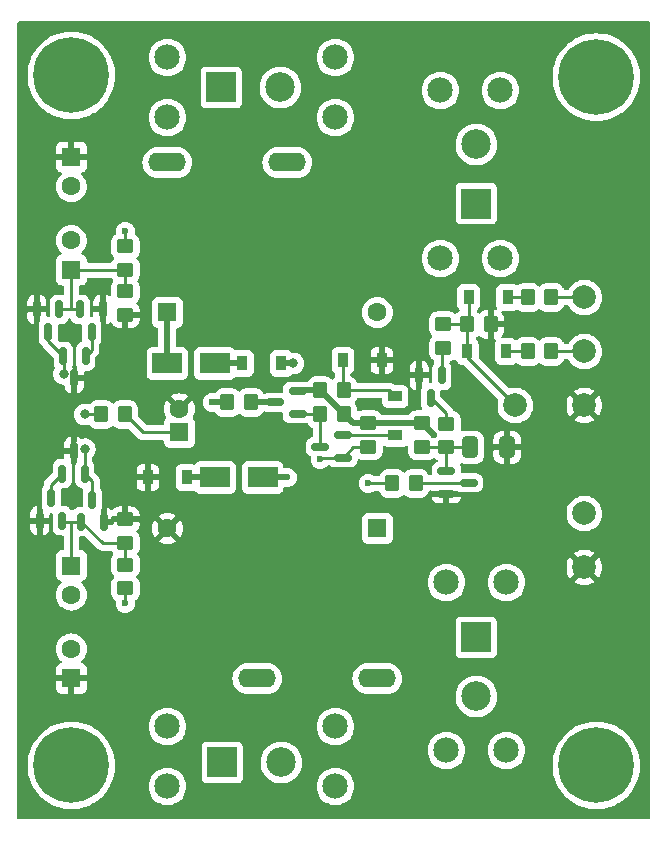
<source format=gbr>
G04 #@! TF.GenerationSoftware,KiCad,Pcbnew,(6.0.1-0)*
G04 #@! TF.CreationDate,2022-02-15T19:28:00+01:00*
G04 #@! TF.ProjectId,protection-relais,70726f74-6563-4746-996f-6e2d72656c61,rev?*
G04 #@! TF.SameCoordinates,Original*
G04 #@! TF.FileFunction,Copper,L1,Top*
G04 #@! TF.FilePolarity,Positive*
%FSLAX46Y46*%
G04 Gerber Fmt 4.6, Leading zero omitted, Abs format (unit mm)*
G04 Created by KiCad (PCBNEW (6.0.1-0)) date 2022-02-15 19:28:00*
%MOMM*%
%LPD*%
G01*
G04 APERTURE LIST*
G04 Aperture macros list*
%AMRoundRect*
0 Rectangle with rounded corners*
0 $1 Rounding radius*
0 $2 $3 $4 $5 $6 $7 $8 $9 X,Y pos of 4 corners*
0 Add a 4 corners polygon primitive as box body*
4,1,4,$2,$3,$4,$5,$6,$7,$8,$9,$2,$3,0*
0 Add four circle primitives for the rounded corners*
1,1,$1+$1,$2,$3*
1,1,$1+$1,$4,$5*
1,1,$1+$1,$6,$7*
1,1,$1+$1,$8,$9*
0 Add four rect primitives between the rounded corners*
20,1,$1+$1,$2,$3,$4,$5,0*
20,1,$1+$1,$4,$5,$6,$7,0*
20,1,$1+$1,$6,$7,$8,$9,0*
20,1,$1+$1,$8,$9,$2,$3,0*%
G04 Aperture macros list end*
G04 #@! TA.AperFunction,SMDPad,CuDef*
%ADD10R,0.900000X1.200000*%
G04 #@! TD*
G04 #@! TA.AperFunction,SMDPad,CuDef*
%ADD11RoundRect,0.250000X-0.450000X0.350000X-0.450000X-0.350000X0.450000X-0.350000X0.450000X0.350000X0*%
G04 #@! TD*
G04 #@! TA.AperFunction,SMDPad,CuDef*
%ADD12RoundRect,0.250000X-0.350000X-0.450000X0.350000X-0.450000X0.350000X0.450000X-0.350000X0.450000X0*%
G04 #@! TD*
G04 #@! TA.AperFunction,SMDPad,CuDef*
%ADD13RoundRect,0.150000X-0.150000X0.587500X-0.150000X-0.587500X0.150000X-0.587500X0.150000X0.587500X0*%
G04 #@! TD*
G04 #@! TA.AperFunction,ComponentPad*
%ADD14R,2.500000X2.500000*%
G04 #@! TD*
G04 #@! TA.AperFunction,ComponentPad*
%ADD15C,2.500000*%
G04 #@! TD*
G04 #@! TA.AperFunction,ComponentPad*
%ADD16C,2.145000*%
G04 #@! TD*
G04 #@! TA.AperFunction,SMDPad,CuDef*
%ADD17RoundRect,0.250000X0.350000X0.450000X-0.350000X0.450000X-0.350000X-0.450000X0.350000X-0.450000X0*%
G04 #@! TD*
G04 #@! TA.AperFunction,ComponentPad*
%ADD18R,1.600000X1.600000*%
G04 #@! TD*
G04 #@! TA.AperFunction,ComponentPad*
%ADD19C,1.600000*%
G04 #@! TD*
G04 #@! TA.AperFunction,ComponentPad*
%ADD20C,2.000000*%
G04 #@! TD*
G04 #@! TA.AperFunction,SMDPad,CuDef*
%ADD21RoundRect,0.150000X0.150000X-0.587500X0.150000X0.587500X-0.150000X0.587500X-0.150000X-0.587500X0*%
G04 #@! TD*
G04 #@! TA.AperFunction,SMDPad,CuDef*
%ADD22RoundRect,0.150000X0.587500X0.150000X-0.587500X0.150000X-0.587500X-0.150000X0.587500X-0.150000X0*%
G04 #@! TD*
G04 #@! TA.AperFunction,ComponentPad*
%ADD23C,0.800000*%
G04 #@! TD*
G04 #@! TA.AperFunction,ComponentPad*
%ADD24C,6.400000*%
G04 #@! TD*
G04 #@! TA.AperFunction,SMDPad,CuDef*
%ADD25RoundRect,0.150000X-0.587500X-0.150000X0.587500X-0.150000X0.587500X0.150000X-0.587500X0.150000X0*%
G04 #@! TD*
G04 #@! TA.AperFunction,SMDPad,CuDef*
%ADD26RoundRect,0.250000X-0.412500X-0.650000X0.412500X-0.650000X0.412500X0.650000X-0.412500X0.650000X0*%
G04 #@! TD*
G04 #@! TA.AperFunction,SMDPad,CuDef*
%ADD27RoundRect,0.250000X0.450000X-0.350000X0.450000X0.350000X-0.450000X0.350000X-0.450000X-0.350000X0*%
G04 #@! TD*
G04 #@! TA.AperFunction,SMDPad,CuDef*
%ADD28R,1.200000X0.900000*%
G04 #@! TD*
G04 #@! TA.AperFunction,ComponentPad*
%ADD29O,3.200000X1.600000*%
G04 #@! TD*
G04 #@! TA.AperFunction,SMDPad,CuDef*
%ADD30R,2.500000X1.800000*%
G04 #@! TD*
G04 #@! TA.AperFunction,ViaPad*
%ADD31C,0.600000*%
G04 #@! TD*
G04 #@! TA.AperFunction,ViaPad*
%ADD32C,0.800000*%
G04 #@! TD*
G04 #@! TA.AperFunction,Conductor*
%ADD33C,0.250000*%
G04 #@! TD*
G04 #@! TA.AperFunction,Conductor*
%ADD34C,0.500000*%
G04 #@! TD*
G04 APERTURE END LIST*
D10*
X94108000Y-94996000D03*
X97408000Y-94996000D03*
D11*
X92202000Y-98552000D03*
X92202000Y-100552000D03*
D10*
X110618000Y-85090000D03*
X113918000Y-85090000D03*
D12*
X108712000Y-87630000D03*
X110712000Y-87630000D03*
D13*
X90292000Y-80772000D03*
X88392000Y-80772000D03*
X89342000Y-82647000D03*
D11*
X112776000Y-90424000D03*
X112776000Y-92424000D03*
D14*
X121920000Y-71802000D03*
D15*
X121920000Y-66802000D03*
D12*
X114808000Y-95504000D03*
X116808000Y-95504000D03*
D16*
X118872000Y-76454000D03*
X123952000Y-76454000D03*
D17*
X128254000Y-84328000D03*
X126254000Y-84328000D03*
D13*
X88834000Y-84739000D03*
X86934000Y-84739000D03*
X87884000Y-86614000D03*
D12*
X90170000Y-89662000D03*
X92170000Y-89662000D03*
D18*
X87630000Y-67858000D03*
D19*
X87630000Y-70358000D03*
D20*
X131064000Y-88900000D03*
D16*
X119380000Y-118110000D03*
X124460000Y-118110000D03*
D20*
X131064000Y-84328000D03*
X125222000Y-88900000D03*
D11*
X117348000Y-90424000D03*
X117348000Y-92424000D03*
D14*
X100330000Y-61976000D03*
D15*
X105330000Y-61976000D03*
D20*
X131064000Y-79756000D03*
X131064000Y-102616000D03*
D17*
X102838000Y-88646000D03*
X100838000Y-88646000D03*
D14*
X121920000Y-108538000D03*
D15*
X121920000Y-113538000D03*
D16*
X109982000Y-121158000D03*
X109982000Y-116078000D03*
D21*
X84968000Y-98649000D03*
X86868000Y-98649000D03*
X85918000Y-96774000D03*
D22*
X106777000Y-89596000D03*
X106777000Y-87696000D03*
X104902000Y-88646000D03*
D23*
X87630000Y-63360000D03*
X85230000Y-60960000D03*
D24*
X87630000Y-60960000D03*
D23*
X85932944Y-62657056D03*
X87630000Y-58560000D03*
X89327056Y-62657056D03*
X89327056Y-59262944D03*
X85932944Y-59262944D03*
X90030000Y-60960000D03*
D13*
X118994000Y-86360000D03*
X117094000Y-86360000D03*
X118044000Y-88235000D03*
D16*
X118872000Y-62230000D03*
X123952000Y-62230000D03*
D25*
X119380000Y-94488000D03*
X119380000Y-96388000D03*
X121255000Y-95438000D03*
D14*
X100410000Y-119126000D03*
D15*
X105410000Y-119126000D03*
D11*
X92202000Y-75438000D03*
X92202000Y-77438000D03*
D16*
X119380000Y-103886000D03*
X124460000Y-103886000D03*
D23*
X130382944Y-59402944D03*
X132080000Y-63500000D03*
X134480000Y-61100000D03*
X129680000Y-61100000D03*
X130382944Y-62797056D03*
X133777056Y-62797056D03*
X132080000Y-58700000D03*
D24*
X132080000Y-61100000D03*
D23*
X133777056Y-59402944D03*
D18*
X87630000Y-77430000D03*
D19*
X87630000Y-74930000D03*
D18*
X96774000Y-91186000D03*
D19*
X96774000Y-89186000D03*
D10*
X121270000Y-79756000D03*
X124570000Y-79756000D03*
D11*
X119126000Y-82042000D03*
X119126000Y-84042000D03*
D16*
X95758000Y-64516000D03*
X95758000Y-59436000D03*
D26*
X121412000Y-92456000D03*
X124537000Y-92456000D03*
D27*
X119380000Y-92456000D03*
X119380000Y-90456000D03*
D20*
X131064000Y-98044000D03*
D17*
X123158000Y-82042000D03*
X121158000Y-82042000D03*
X110712000Y-89662000D03*
X108712000Y-89662000D03*
D21*
X88458000Y-98737363D03*
X90358000Y-98737363D03*
X89408000Y-96862363D03*
D28*
X115062000Y-88138000D03*
X115062000Y-91438000D03*
D16*
X109982000Y-64516000D03*
X109982000Y-59436000D03*
X95758000Y-121158000D03*
X95758000Y-116078000D03*
D18*
X87630000Y-102449621D03*
D19*
X87630000Y-104949621D03*
D22*
X110587000Y-93340000D03*
X110587000Y-91440000D03*
X108712000Y-92390000D03*
D18*
X95758000Y-81026000D03*
D19*
X113538000Y-81026000D03*
D29*
X105918000Y-68326000D03*
X95758000Y-68326000D03*
D30*
X103822000Y-94996000D03*
X99822000Y-94996000D03*
D27*
X92202000Y-104378000D03*
X92202000Y-102378000D03*
X92202000Y-81248000D03*
X92202000Y-79248000D03*
D30*
X95758000Y-85344000D03*
X99758000Y-85344000D03*
D13*
X86614000Y-80772000D03*
X84714000Y-80772000D03*
X85664000Y-82647000D03*
D18*
X87630000Y-112014001D03*
D19*
X87630000Y-109514001D03*
D17*
X128254000Y-79756000D03*
X126254000Y-79756000D03*
D21*
X86868000Y-94663500D03*
X88768000Y-94663500D03*
X87818000Y-92788500D03*
D10*
X105408000Y-85344000D03*
X102108000Y-85344000D03*
D18*
X113538000Y-99314000D03*
D19*
X95758000Y-99314000D03*
D29*
X103378000Y-112014000D03*
X113538000Y-112014000D03*
D23*
X134480000Y-119380000D03*
X129680000Y-119380000D03*
X130382944Y-117682944D03*
X130382944Y-121077056D03*
X133777056Y-117682944D03*
D24*
X132080000Y-119380000D03*
D23*
X133777056Y-121077056D03*
X132080000Y-116980000D03*
X132080000Y-121780000D03*
X85932944Y-121077056D03*
X89327056Y-121077056D03*
X89327056Y-117682944D03*
X87630000Y-116980000D03*
D24*
X87630000Y-119380000D03*
D23*
X87630000Y-121780000D03*
X90030000Y-119380000D03*
X85230000Y-119380000D03*
X85932944Y-117682944D03*
D10*
X121142000Y-84328000D03*
X124442000Y-84328000D03*
D31*
X108712000Y-93472000D03*
X112776000Y-95504000D03*
X92202000Y-105664000D03*
X92202000Y-74168000D03*
X99568000Y-88646000D03*
D32*
X106426000Y-85344000D03*
D31*
X105918000Y-94996000D03*
D32*
X86984500Y-86233000D03*
X88773000Y-89662000D03*
X88773000Y-92583000D03*
D31*
X118364000Y-91440000D03*
D33*
X119380000Y-92456000D02*
X117380000Y-92456000D01*
X121412000Y-92456000D02*
X119380000Y-92456000D01*
X119380000Y-94488000D02*
X119380000Y-92456000D01*
X88392000Y-80772000D02*
X87630000Y-80772000D01*
X92194000Y-77430000D02*
X87630000Y-77430000D01*
X87630000Y-77430000D02*
X87630000Y-80772000D01*
X87630000Y-80772000D02*
X86614000Y-80772000D01*
X92202000Y-77438000D02*
X92202000Y-79248000D01*
X87630000Y-102449621D02*
X87630000Y-98806000D01*
X87561363Y-98737363D02*
X86956363Y-98737363D01*
X92202000Y-100552000D02*
X90272637Y-100552000D01*
X92202000Y-102378000D02*
X92202000Y-100552000D01*
X90272637Y-100552000D02*
X88458000Y-98737363D01*
X87630000Y-98806000D02*
X87561363Y-98737363D01*
X88458000Y-98737363D02*
X87561363Y-98737363D01*
X118994000Y-86360000D02*
X118994000Y-84174000D01*
D34*
X102108000Y-85344000D02*
X99758000Y-85344000D01*
D33*
X114808000Y-95504000D02*
X112776000Y-95504000D01*
X93694000Y-91186000D02*
X92170000Y-89662000D01*
X110587000Y-93340000D02*
X111503000Y-92424000D01*
X111503000Y-92424000D02*
X112776000Y-92424000D01*
X110587000Y-93340000D02*
X108844000Y-93340000D01*
X96774000Y-91186000D02*
X93694000Y-91186000D01*
X108844000Y-93340000D02*
X108712000Y-93472000D01*
X121142000Y-84820000D02*
X121142000Y-84328000D01*
X121142000Y-84328000D02*
X121142000Y-82058000D01*
X121158000Y-82042000D02*
X119126000Y-82042000D01*
X121270000Y-79756000D02*
X121270000Y-81930000D01*
X125222000Y-88900000D02*
X121142000Y-84820000D01*
D34*
X99822000Y-94996000D02*
X97408000Y-94996000D01*
D33*
X124570000Y-79756000D02*
X126254000Y-79756000D01*
X128254000Y-79756000D02*
X131064000Y-79756000D01*
X124442000Y-84328000D02*
X126254000Y-84328000D01*
X114554000Y-87630000D02*
X115062000Y-88138000D01*
X110618000Y-87536000D02*
X110618000Y-85090000D01*
X110712000Y-87630000D02*
X114554000Y-87630000D01*
X115062000Y-91438000D02*
X110589000Y-91438000D01*
X128254000Y-84328000D02*
X131064000Y-84328000D01*
X92202000Y-104378000D02*
X92202000Y-105664000D01*
X92202000Y-75438000D02*
X92202000Y-74168000D01*
D34*
X100838000Y-88646000D02*
X99568000Y-88646000D01*
X95758000Y-85344000D02*
X95758000Y-81026000D01*
D33*
X119380000Y-89571000D02*
X118044000Y-88235000D01*
X119380000Y-90456000D02*
X119380000Y-89571000D01*
X121255000Y-95438000D02*
X116874000Y-95438000D01*
D34*
X105918000Y-94996000D02*
X103822000Y-94996000D01*
X105408000Y-85344000D02*
X106426000Y-85344000D01*
X104902000Y-88646000D02*
X102838000Y-88646000D01*
D33*
X89342000Y-82647000D02*
X89342000Y-84231000D01*
X89342000Y-84231000D02*
X88834000Y-84739000D01*
X85918000Y-95613500D02*
X86868000Y-94663500D01*
X85918000Y-96774000D02*
X85918000Y-95613500D01*
X89408000Y-95303500D02*
X88768000Y-94663500D01*
X90170000Y-89662000D02*
X88773000Y-89662000D01*
X85664000Y-83469000D02*
X86934000Y-84739000D01*
X86984500Y-86233000D02*
X86984500Y-84789500D01*
X88768000Y-94663500D02*
X88768000Y-92588000D01*
X88768000Y-92588000D02*
X88773000Y-92583000D01*
X89408000Y-96862363D02*
X89408000Y-95303500D01*
X85664000Y-82647000D02*
X85664000Y-83469000D01*
D34*
X111474000Y-90424000D02*
X110712000Y-89662000D01*
X112776000Y-90424000D02*
X111474000Y-90424000D01*
X117348000Y-90424000D02*
X112776000Y-90424000D01*
X110712000Y-89630000D02*
X108712000Y-87630000D01*
X118364000Y-91440000D02*
X117348000Y-90424000D01*
X106843000Y-87630000D02*
X106777000Y-87696000D01*
X108712000Y-87630000D02*
X106843000Y-87630000D01*
D33*
X108712000Y-92390000D02*
X108712000Y-89662000D01*
X106777000Y-89596000D02*
X108646000Y-89596000D01*
G04 #@! TA.AperFunction,Conductor*
G36*
X136594121Y-56408002D02*
G01*
X136640614Y-56461658D01*
X136652000Y-56514000D01*
X136652000Y-123826000D01*
X136631998Y-123894121D01*
X136578342Y-123940614D01*
X136526000Y-123952000D01*
X83184000Y-123952000D01*
X83115879Y-123931998D01*
X83069386Y-123878342D01*
X83058000Y-123826000D01*
X83058000Y-119380000D01*
X83916411Y-119380000D01*
X83936754Y-119768176D01*
X83937267Y-119771416D01*
X83937268Y-119771424D01*
X83954181Y-119878205D01*
X83997562Y-120152099D01*
X84098167Y-120527562D01*
X84099352Y-120530650D01*
X84099353Y-120530652D01*
X84107796Y-120552646D01*
X84237468Y-120890453D01*
X84413938Y-121236794D01*
X84625643Y-121562793D01*
X84870266Y-121864876D01*
X85145124Y-122139734D01*
X85447207Y-122384357D01*
X85449970Y-122386152D01*
X85449971Y-122386152D01*
X85734670Y-122571037D01*
X85773205Y-122596062D01*
X85776139Y-122597557D01*
X85776146Y-122597561D01*
X86022745Y-122723209D01*
X86119547Y-122772532D01*
X86482438Y-122911833D01*
X86857901Y-123012438D01*
X87061793Y-123044732D01*
X87238576Y-123072732D01*
X87238584Y-123072733D01*
X87241824Y-123073246D01*
X87630000Y-123093589D01*
X88018176Y-123073246D01*
X88021416Y-123072733D01*
X88021424Y-123072732D01*
X88198207Y-123044732D01*
X88402099Y-123012438D01*
X88777562Y-122911833D01*
X89140453Y-122772532D01*
X89237255Y-122723209D01*
X89483854Y-122597561D01*
X89483861Y-122597557D01*
X89486795Y-122596062D01*
X89525331Y-122571037D01*
X89810029Y-122386152D01*
X89810030Y-122386152D01*
X89812793Y-122384357D01*
X90114876Y-122139734D01*
X90389734Y-121864876D01*
X90634357Y-121562793D01*
X90846062Y-121236794D01*
X90886210Y-121158000D01*
X94172111Y-121158000D01*
X94191636Y-121406088D01*
X94249730Y-121648067D01*
X94251623Y-121652638D01*
X94251624Y-121652640D01*
X94340504Y-121867213D01*
X94344963Y-121877979D01*
X94474989Y-122090162D01*
X94636607Y-122279393D01*
X94825838Y-122441011D01*
X95038021Y-122571037D01*
X95042591Y-122572930D01*
X95042595Y-122572932D01*
X95098436Y-122596062D01*
X95267933Y-122666270D01*
X95352094Y-122686475D01*
X95505099Y-122723209D01*
X95505105Y-122723210D01*
X95509912Y-122724364D01*
X95758000Y-122743889D01*
X96006088Y-122724364D01*
X96010895Y-122723210D01*
X96010901Y-122723209D01*
X96163906Y-122686475D01*
X96248067Y-122666270D01*
X96417564Y-122596062D01*
X96473405Y-122572932D01*
X96473409Y-122572930D01*
X96477979Y-122571037D01*
X96690162Y-122441011D01*
X96879393Y-122279393D01*
X97041011Y-122090162D01*
X97171037Y-121877979D01*
X97175497Y-121867213D01*
X97264376Y-121652640D01*
X97264377Y-121652638D01*
X97266270Y-121648067D01*
X97324364Y-121406088D01*
X97343889Y-121158000D01*
X108396111Y-121158000D01*
X108415636Y-121406088D01*
X108473730Y-121648067D01*
X108475623Y-121652638D01*
X108475624Y-121652640D01*
X108564504Y-121867213D01*
X108568963Y-121877979D01*
X108698989Y-122090162D01*
X108860607Y-122279393D01*
X109049838Y-122441011D01*
X109262021Y-122571037D01*
X109266591Y-122572930D01*
X109266595Y-122572932D01*
X109322436Y-122596062D01*
X109491933Y-122666270D01*
X109576094Y-122686475D01*
X109729099Y-122723209D01*
X109729105Y-122723210D01*
X109733912Y-122724364D01*
X109982000Y-122743889D01*
X110230088Y-122724364D01*
X110234895Y-122723210D01*
X110234901Y-122723209D01*
X110387906Y-122686475D01*
X110472067Y-122666270D01*
X110641564Y-122596062D01*
X110697405Y-122572932D01*
X110697409Y-122572930D01*
X110701979Y-122571037D01*
X110914162Y-122441011D01*
X111103393Y-122279393D01*
X111265011Y-122090162D01*
X111395037Y-121877979D01*
X111399497Y-121867213D01*
X111488376Y-121652640D01*
X111488377Y-121652638D01*
X111490270Y-121648067D01*
X111548364Y-121406088D01*
X111567889Y-121158000D01*
X111548364Y-120909912D01*
X111544399Y-120893393D01*
X111496054Y-120692025D01*
X111490270Y-120667933D01*
X111488376Y-120663360D01*
X111396932Y-120442595D01*
X111396930Y-120442591D01*
X111395037Y-120438021D01*
X111265011Y-120225838D01*
X111103393Y-120036607D01*
X110914162Y-119874989D01*
X110701979Y-119744963D01*
X110697409Y-119743070D01*
X110697405Y-119743068D01*
X110476640Y-119651624D01*
X110476638Y-119651623D01*
X110472067Y-119649730D01*
X110333138Y-119616376D01*
X110234901Y-119592791D01*
X110234895Y-119592790D01*
X110230088Y-119591636D01*
X109982000Y-119572111D01*
X109733912Y-119591636D01*
X109729105Y-119592790D01*
X109729099Y-119592791D01*
X109630862Y-119616376D01*
X109491933Y-119649730D01*
X109487362Y-119651623D01*
X109487360Y-119651624D01*
X109266595Y-119743068D01*
X109266591Y-119743070D01*
X109262021Y-119744963D01*
X109049838Y-119874989D01*
X108860607Y-120036607D01*
X108698989Y-120225838D01*
X108568963Y-120438021D01*
X108567070Y-120442591D01*
X108567068Y-120442595D01*
X108475624Y-120663360D01*
X108473730Y-120667933D01*
X108467946Y-120692025D01*
X108419602Y-120893393D01*
X108415636Y-120909912D01*
X108396111Y-121158000D01*
X97343889Y-121158000D01*
X97324364Y-120909912D01*
X97320399Y-120893393D01*
X97272054Y-120692025D01*
X97266270Y-120667933D01*
X97264376Y-120663360D01*
X97172932Y-120442595D01*
X97172930Y-120442591D01*
X97171037Y-120438021D01*
X97162527Y-120424134D01*
X98651500Y-120424134D01*
X98658255Y-120486316D01*
X98709385Y-120622705D01*
X98796739Y-120739261D01*
X98913295Y-120826615D01*
X99049684Y-120877745D01*
X99111866Y-120884500D01*
X101708134Y-120884500D01*
X101770316Y-120877745D01*
X101906705Y-120826615D01*
X102023261Y-120739261D01*
X102110615Y-120622705D01*
X102161745Y-120486316D01*
X102168500Y-120424134D01*
X102168500Y-119079839D01*
X103647173Y-119079839D01*
X103659713Y-119340908D01*
X103710704Y-119597256D01*
X103799026Y-119843252D01*
X103801242Y-119847376D01*
X103902919Y-120036607D01*
X103922737Y-120073491D01*
X103925532Y-120077234D01*
X103925534Y-120077237D01*
X104076330Y-120279177D01*
X104076335Y-120279183D01*
X104079122Y-120282915D01*
X104082431Y-120286195D01*
X104082436Y-120286201D01*
X104261426Y-120463635D01*
X104264743Y-120466923D01*
X104268505Y-120469681D01*
X104268508Y-120469684D01*
X104465736Y-120614297D01*
X104475524Y-120621474D01*
X104479667Y-120623654D01*
X104479669Y-120623655D01*
X104702684Y-120740989D01*
X104702689Y-120740991D01*
X104706834Y-120743172D01*
X104953590Y-120829344D01*
X104958183Y-120830216D01*
X105205785Y-120877224D01*
X105205788Y-120877224D01*
X105210374Y-120878095D01*
X105340959Y-120883226D01*
X105466875Y-120888174D01*
X105466881Y-120888174D01*
X105471543Y-120888357D01*
X105560651Y-120878598D01*
X105726707Y-120860412D01*
X105726712Y-120860411D01*
X105731360Y-120859902D01*
X105844116Y-120830216D01*
X105979594Y-120794548D01*
X105979596Y-120794547D01*
X105984117Y-120793357D01*
X106224262Y-120690182D01*
X106446519Y-120552646D01*
X106450082Y-120549629D01*
X106450087Y-120549626D01*
X106642439Y-120386787D01*
X106642440Y-120386786D01*
X106646005Y-120383768D01*
X106780808Y-120230055D01*
X106815257Y-120190774D01*
X106815261Y-120190769D01*
X106818339Y-120187259D01*
X106838904Y-120155288D01*
X106957205Y-119971367D01*
X106959733Y-119967437D01*
X107067083Y-119729129D01*
X107105567Y-119592676D01*
X107136760Y-119482076D01*
X107136761Y-119482073D01*
X107138030Y-119477572D01*
X107150023Y-119383301D01*
X107170616Y-119221421D01*
X107170616Y-119221417D01*
X107171014Y-119218291D01*
X107173431Y-119126000D01*
X107169655Y-119075185D01*
X107154407Y-118870000D01*
X107154406Y-118869996D01*
X107154061Y-118865348D01*
X107142725Y-118815248D01*
X107097408Y-118614980D01*
X107096377Y-118610423D01*
X107001647Y-118366823D01*
X106871951Y-118139902D01*
X106848378Y-118110000D01*
X117794111Y-118110000D01*
X117813636Y-118358088D01*
X117871730Y-118600067D01*
X117873623Y-118604638D01*
X117873624Y-118604640D01*
X117964668Y-118824438D01*
X117966963Y-118829979D01*
X118096989Y-119042162D01*
X118258607Y-119231393D01*
X118447838Y-119393011D01*
X118660021Y-119523037D01*
X118664591Y-119524930D01*
X118664595Y-119524932D01*
X118849811Y-119601651D01*
X118889933Y-119618270D01*
X118974094Y-119638475D01*
X119127099Y-119675209D01*
X119127105Y-119675210D01*
X119131912Y-119676364D01*
X119380000Y-119695889D01*
X119628088Y-119676364D01*
X119632895Y-119675210D01*
X119632901Y-119675209D01*
X119785906Y-119638475D01*
X119870067Y-119618270D01*
X119910189Y-119601651D01*
X120095405Y-119524932D01*
X120095409Y-119524930D01*
X120099979Y-119523037D01*
X120312162Y-119393011D01*
X120501393Y-119231393D01*
X120663011Y-119042162D01*
X120793037Y-118829979D01*
X120795333Y-118824438D01*
X120886376Y-118604640D01*
X120886377Y-118604638D01*
X120888270Y-118600067D01*
X120946364Y-118358088D01*
X120965889Y-118110000D01*
X122874111Y-118110000D01*
X122893636Y-118358088D01*
X122951730Y-118600067D01*
X122953623Y-118604638D01*
X122953624Y-118604640D01*
X123044668Y-118824438D01*
X123046963Y-118829979D01*
X123176989Y-119042162D01*
X123338607Y-119231393D01*
X123527838Y-119393011D01*
X123740021Y-119523037D01*
X123744591Y-119524930D01*
X123744595Y-119524932D01*
X123929811Y-119601651D01*
X123969933Y-119618270D01*
X124054094Y-119638475D01*
X124207099Y-119675209D01*
X124207105Y-119675210D01*
X124211912Y-119676364D01*
X124460000Y-119695889D01*
X124708088Y-119676364D01*
X124712895Y-119675210D01*
X124712901Y-119675209D01*
X124865906Y-119638475D01*
X124950067Y-119618270D01*
X124990189Y-119601651D01*
X125175405Y-119524932D01*
X125175409Y-119524930D01*
X125179979Y-119523037D01*
X125392162Y-119393011D01*
X125407396Y-119380000D01*
X128366411Y-119380000D01*
X128386754Y-119768176D01*
X128387267Y-119771416D01*
X128387268Y-119771424D01*
X128404181Y-119878205D01*
X128447562Y-120152099D01*
X128548167Y-120527562D01*
X128549352Y-120530650D01*
X128549353Y-120530652D01*
X128557796Y-120552646D01*
X128687468Y-120890453D01*
X128863938Y-121236794D01*
X129075643Y-121562793D01*
X129320266Y-121864876D01*
X129595124Y-122139734D01*
X129897207Y-122384357D01*
X129899970Y-122386152D01*
X129899971Y-122386152D01*
X130184670Y-122571037D01*
X130223205Y-122596062D01*
X130226139Y-122597557D01*
X130226146Y-122597561D01*
X130472745Y-122723209D01*
X130569547Y-122772532D01*
X130932438Y-122911833D01*
X131307901Y-123012438D01*
X131511793Y-123044732D01*
X131688576Y-123072732D01*
X131688584Y-123072733D01*
X131691824Y-123073246D01*
X132080000Y-123093589D01*
X132468176Y-123073246D01*
X132471416Y-123072733D01*
X132471424Y-123072732D01*
X132648207Y-123044732D01*
X132852099Y-123012438D01*
X133227562Y-122911833D01*
X133590453Y-122772532D01*
X133687255Y-122723209D01*
X133933854Y-122597561D01*
X133933861Y-122597557D01*
X133936795Y-122596062D01*
X133975331Y-122571037D01*
X134260029Y-122386152D01*
X134260030Y-122386152D01*
X134262793Y-122384357D01*
X134564876Y-122139734D01*
X134839734Y-121864876D01*
X135084357Y-121562793D01*
X135296062Y-121236794D01*
X135472532Y-120890453D01*
X135602204Y-120552646D01*
X135610647Y-120530652D01*
X135610648Y-120530650D01*
X135611833Y-120527562D01*
X135712438Y-120152099D01*
X135755819Y-119878205D01*
X135772732Y-119771424D01*
X135772733Y-119771416D01*
X135773246Y-119768176D01*
X135793589Y-119380000D01*
X135773246Y-118991824D01*
X135712438Y-118607901D01*
X135611833Y-118232438D01*
X135472532Y-117869547D01*
X135466189Y-117857099D01*
X135297561Y-117526147D01*
X135297557Y-117526140D01*
X135296062Y-117523206D01*
X135293928Y-117519919D01*
X135086152Y-117199971D01*
X135086152Y-117199970D01*
X135084357Y-117197207D01*
X134932890Y-117010162D01*
X134841809Y-116897686D01*
X134841806Y-116897682D01*
X134839734Y-116895124D01*
X134564876Y-116620266D01*
X134262793Y-116375643D01*
X133936795Y-116163938D01*
X133933861Y-116162443D01*
X133933854Y-116162439D01*
X133593393Y-115988966D01*
X133590453Y-115987468D01*
X133227562Y-115848167D01*
X132852099Y-115747562D01*
X132648207Y-115715268D01*
X132471424Y-115687268D01*
X132471416Y-115687267D01*
X132468176Y-115686754D01*
X132080000Y-115666411D01*
X131691824Y-115686754D01*
X131688584Y-115687267D01*
X131688576Y-115687268D01*
X131511793Y-115715268D01*
X131307901Y-115747562D01*
X130932438Y-115848167D01*
X130569547Y-115987468D01*
X130566607Y-115988966D01*
X130226147Y-116162439D01*
X130226140Y-116162443D01*
X130223206Y-116163938D01*
X129897207Y-116375643D01*
X129595124Y-116620266D01*
X129320266Y-116895124D01*
X129318194Y-116897682D01*
X129318191Y-116897686D01*
X129227110Y-117010162D01*
X129075643Y-117197207D01*
X129073848Y-117199970D01*
X129073848Y-117199971D01*
X128866073Y-117519919D01*
X128863938Y-117523206D01*
X128862443Y-117526140D01*
X128862439Y-117526147D01*
X128693811Y-117857099D01*
X128687468Y-117869547D01*
X128548167Y-118232438D01*
X128447562Y-118607901D01*
X128386754Y-118991824D01*
X128366411Y-119380000D01*
X125407396Y-119380000D01*
X125581393Y-119231393D01*
X125743011Y-119042162D01*
X125873037Y-118829979D01*
X125875333Y-118824438D01*
X125966376Y-118604640D01*
X125966377Y-118604638D01*
X125968270Y-118600067D01*
X126026364Y-118358088D01*
X126045889Y-118110000D01*
X126026364Y-117861912D01*
X126018191Y-117827866D01*
X125978730Y-117663501D01*
X125968270Y-117619933D01*
X125963841Y-117609241D01*
X125874932Y-117394595D01*
X125874930Y-117394591D01*
X125873037Y-117390021D01*
X125743011Y-117177838D01*
X125581393Y-116988607D01*
X125392162Y-116826989D01*
X125179979Y-116696963D01*
X125175409Y-116695070D01*
X125175405Y-116695068D01*
X124954640Y-116603624D01*
X124954638Y-116603623D01*
X124950067Y-116601730D01*
X124865906Y-116581525D01*
X124712901Y-116544791D01*
X124712895Y-116544790D01*
X124708088Y-116543636D01*
X124460000Y-116524111D01*
X124211912Y-116543636D01*
X124207105Y-116544790D01*
X124207099Y-116544791D01*
X124054094Y-116581525D01*
X123969933Y-116601730D01*
X123965362Y-116603623D01*
X123965360Y-116603624D01*
X123744595Y-116695068D01*
X123744591Y-116695070D01*
X123740021Y-116696963D01*
X123527838Y-116826989D01*
X123338607Y-116988607D01*
X123176989Y-117177838D01*
X123046963Y-117390021D01*
X123045070Y-117394591D01*
X123045068Y-117394595D01*
X122956159Y-117609241D01*
X122951730Y-117619933D01*
X122941270Y-117663501D01*
X122901810Y-117827866D01*
X122893636Y-117861912D01*
X122874111Y-118110000D01*
X120965889Y-118110000D01*
X120946364Y-117861912D01*
X120938191Y-117827866D01*
X120898730Y-117663501D01*
X120888270Y-117619933D01*
X120883841Y-117609241D01*
X120794932Y-117394595D01*
X120794930Y-117394591D01*
X120793037Y-117390021D01*
X120663011Y-117177838D01*
X120501393Y-116988607D01*
X120312162Y-116826989D01*
X120099979Y-116696963D01*
X120095409Y-116695070D01*
X120095405Y-116695068D01*
X119874640Y-116603624D01*
X119874638Y-116603623D01*
X119870067Y-116601730D01*
X119785906Y-116581525D01*
X119632901Y-116544791D01*
X119632895Y-116544790D01*
X119628088Y-116543636D01*
X119380000Y-116524111D01*
X119131912Y-116543636D01*
X119127105Y-116544790D01*
X119127099Y-116544791D01*
X118974094Y-116581525D01*
X118889933Y-116601730D01*
X118885362Y-116603623D01*
X118885360Y-116603624D01*
X118664595Y-116695068D01*
X118664591Y-116695070D01*
X118660021Y-116696963D01*
X118447838Y-116826989D01*
X118258607Y-116988607D01*
X118096989Y-117177838D01*
X117966963Y-117390021D01*
X117965070Y-117394591D01*
X117965068Y-117394595D01*
X117876159Y-117609241D01*
X117871730Y-117619933D01*
X117861270Y-117663501D01*
X117821810Y-117827866D01*
X117813636Y-117861912D01*
X117794111Y-118110000D01*
X106848378Y-118110000D01*
X106710138Y-117934643D01*
X106519763Y-117755557D01*
X106337758Y-117629295D01*
X106308851Y-117609241D01*
X106308848Y-117609239D01*
X106305009Y-117606576D01*
X106266175Y-117587425D01*
X106074781Y-117493040D01*
X106074778Y-117493039D01*
X106070593Y-117490975D01*
X106024449Y-117476204D01*
X105826123Y-117412720D01*
X105821665Y-117411293D01*
X105563693Y-117369279D01*
X105449942Y-117367790D01*
X105307022Y-117365919D01*
X105307019Y-117365919D01*
X105302345Y-117365858D01*
X105043362Y-117401104D01*
X104792433Y-117474243D01*
X104788180Y-117476203D01*
X104788179Y-117476204D01*
X104756004Y-117491037D01*
X104555072Y-117583668D01*
X104516067Y-117609241D01*
X104340404Y-117724410D01*
X104340399Y-117724414D01*
X104336491Y-117726976D01*
X104141494Y-117901018D01*
X103974363Y-118101970D01*
X103838771Y-118325419D01*
X103737697Y-118566455D01*
X103673359Y-118819783D01*
X103647173Y-119079839D01*
X102168500Y-119079839D01*
X102168500Y-117827866D01*
X102161745Y-117765684D01*
X102110615Y-117629295D01*
X102023261Y-117512739D01*
X101906705Y-117425385D01*
X101770316Y-117374255D01*
X101708134Y-117367500D01*
X99111866Y-117367500D01*
X99049684Y-117374255D01*
X98913295Y-117425385D01*
X98796739Y-117512739D01*
X98709385Y-117629295D01*
X98658255Y-117765684D01*
X98651500Y-117827866D01*
X98651500Y-120424134D01*
X97162527Y-120424134D01*
X97041011Y-120225838D01*
X96879393Y-120036607D01*
X96690162Y-119874989D01*
X96477979Y-119744963D01*
X96473409Y-119743070D01*
X96473405Y-119743068D01*
X96252640Y-119651624D01*
X96252638Y-119651623D01*
X96248067Y-119649730D01*
X96109138Y-119616376D01*
X96010901Y-119592791D01*
X96010895Y-119592790D01*
X96006088Y-119591636D01*
X95758000Y-119572111D01*
X95509912Y-119591636D01*
X95505105Y-119592790D01*
X95505099Y-119592791D01*
X95406862Y-119616376D01*
X95267933Y-119649730D01*
X95263362Y-119651623D01*
X95263360Y-119651624D01*
X95042595Y-119743068D01*
X95042591Y-119743070D01*
X95038021Y-119744963D01*
X94825838Y-119874989D01*
X94636607Y-120036607D01*
X94474989Y-120225838D01*
X94344963Y-120438021D01*
X94343070Y-120442591D01*
X94343068Y-120442595D01*
X94251624Y-120663360D01*
X94249730Y-120667933D01*
X94243946Y-120692025D01*
X94195602Y-120893393D01*
X94191636Y-120909912D01*
X94172111Y-121158000D01*
X90886210Y-121158000D01*
X91022532Y-120890453D01*
X91152204Y-120552646D01*
X91160647Y-120530652D01*
X91160648Y-120530650D01*
X91161833Y-120527562D01*
X91262438Y-120152099D01*
X91305819Y-119878205D01*
X91322732Y-119771424D01*
X91322733Y-119771416D01*
X91323246Y-119768176D01*
X91343589Y-119380000D01*
X91323246Y-118991824D01*
X91262438Y-118607901D01*
X91161833Y-118232438D01*
X91022532Y-117869547D01*
X91016189Y-117857099D01*
X90847561Y-117526147D01*
X90847557Y-117526140D01*
X90846062Y-117523206D01*
X90843928Y-117519919D01*
X90636152Y-117199971D01*
X90636152Y-117199970D01*
X90634357Y-117197207D01*
X90482890Y-117010162D01*
X90391809Y-116897686D01*
X90391806Y-116897682D01*
X90389734Y-116895124D01*
X90114876Y-116620266D01*
X89812793Y-116375643D01*
X89486795Y-116163938D01*
X89483861Y-116162443D01*
X89483854Y-116162439D01*
X89318133Y-116078000D01*
X94172111Y-116078000D01*
X94191636Y-116326088D01*
X94249730Y-116568067D01*
X94251623Y-116572638D01*
X94251624Y-116572640D01*
X94303121Y-116696963D01*
X94344963Y-116797979D01*
X94474989Y-117010162D01*
X94636607Y-117199393D01*
X94825838Y-117361011D01*
X95038021Y-117491037D01*
X95042591Y-117492930D01*
X95042595Y-117492932D01*
X95261651Y-117583668D01*
X95267933Y-117586270D01*
X95343900Y-117604508D01*
X95505099Y-117643209D01*
X95505105Y-117643210D01*
X95509912Y-117644364D01*
X95758000Y-117663889D01*
X96006088Y-117644364D01*
X96010895Y-117643210D01*
X96010901Y-117643209D01*
X96172100Y-117604508D01*
X96248067Y-117586270D01*
X96254349Y-117583668D01*
X96473405Y-117492932D01*
X96473409Y-117492930D01*
X96477979Y-117491037D01*
X96690162Y-117361011D01*
X96879393Y-117199393D01*
X97041011Y-117010162D01*
X97171037Y-116797979D01*
X97212880Y-116696963D01*
X97264376Y-116572640D01*
X97264377Y-116572638D01*
X97266270Y-116568067D01*
X97324364Y-116326088D01*
X97343889Y-116078000D01*
X108396111Y-116078000D01*
X108415636Y-116326088D01*
X108473730Y-116568067D01*
X108475623Y-116572638D01*
X108475624Y-116572640D01*
X108527121Y-116696963D01*
X108568963Y-116797979D01*
X108698989Y-117010162D01*
X108860607Y-117199393D01*
X109049838Y-117361011D01*
X109262021Y-117491037D01*
X109266591Y-117492930D01*
X109266595Y-117492932D01*
X109485651Y-117583668D01*
X109491933Y-117586270D01*
X109567900Y-117604508D01*
X109729099Y-117643209D01*
X109729105Y-117643210D01*
X109733912Y-117644364D01*
X109982000Y-117663889D01*
X110230088Y-117644364D01*
X110234895Y-117643210D01*
X110234901Y-117643209D01*
X110396100Y-117604508D01*
X110472067Y-117586270D01*
X110478349Y-117583668D01*
X110697405Y-117492932D01*
X110697409Y-117492930D01*
X110701979Y-117491037D01*
X110914162Y-117361011D01*
X111103393Y-117199393D01*
X111265011Y-117010162D01*
X111395037Y-116797979D01*
X111436880Y-116696963D01*
X111488376Y-116572640D01*
X111488377Y-116572638D01*
X111490270Y-116568067D01*
X111548364Y-116326088D01*
X111567889Y-116078000D01*
X111548364Y-115829912D01*
X111490270Y-115587933D01*
X111395037Y-115358021D01*
X111265011Y-115145838D01*
X111103393Y-114956607D01*
X110914162Y-114794989D01*
X110701979Y-114664963D01*
X110697409Y-114663070D01*
X110697405Y-114663068D01*
X110476640Y-114571624D01*
X110476638Y-114571623D01*
X110472067Y-114569730D01*
X110387906Y-114549525D01*
X110234901Y-114512791D01*
X110234895Y-114512790D01*
X110230088Y-114511636D01*
X109982000Y-114492111D01*
X109733912Y-114511636D01*
X109729105Y-114512790D01*
X109729099Y-114512791D01*
X109576094Y-114549525D01*
X109491933Y-114569730D01*
X109487362Y-114571623D01*
X109487360Y-114571624D01*
X109266595Y-114663068D01*
X109266591Y-114663070D01*
X109262021Y-114664963D01*
X109049838Y-114794989D01*
X108860607Y-114956607D01*
X108698989Y-115145838D01*
X108568963Y-115358021D01*
X108473730Y-115587933D01*
X108415636Y-115829912D01*
X108396111Y-116078000D01*
X97343889Y-116078000D01*
X97324364Y-115829912D01*
X97266270Y-115587933D01*
X97171037Y-115358021D01*
X97041011Y-115145838D01*
X96879393Y-114956607D01*
X96690162Y-114794989D01*
X96477979Y-114664963D01*
X96473409Y-114663070D01*
X96473405Y-114663068D01*
X96252640Y-114571624D01*
X96252638Y-114571623D01*
X96248067Y-114569730D01*
X96163906Y-114549525D01*
X96010901Y-114512791D01*
X96010895Y-114512790D01*
X96006088Y-114511636D01*
X95758000Y-114492111D01*
X95509912Y-114511636D01*
X95505105Y-114512790D01*
X95505099Y-114512791D01*
X95352094Y-114549525D01*
X95267933Y-114569730D01*
X95263362Y-114571623D01*
X95263360Y-114571624D01*
X95042595Y-114663068D01*
X95042591Y-114663070D01*
X95038021Y-114664963D01*
X94825838Y-114794989D01*
X94636607Y-114956607D01*
X94474989Y-115145838D01*
X94344963Y-115358021D01*
X94249730Y-115587933D01*
X94191636Y-115829912D01*
X94172111Y-116078000D01*
X89318133Y-116078000D01*
X89143393Y-115988966D01*
X89140453Y-115987468D01*
X88777562Y-115848167D01*
X88402099Y-115747562D01*
X88198207Y-115715268D01*
X88021424Y-115687268D01*
X88021416Y-115687267D01*
X88018176Y-115686754D01*
X87630000Y-115666411D01*
X87241824Y-115686754D01*
X87238584Y-115687267D01*
X87238576Y-115687268D01*
X87061793Y-115715268D01*
X86857901Y-115747562D01*
X86482438Y-115848167D01*
X86119547Y-115987468D01*
X86116607Y-115988966D01*
X85776147Y-116162439D01*
X85776140Y-116162443D01*
X85773206Y-116163938D01*
X85447207Y-116375643D01*
X85145124Y-116620266D01*
X84870266Y-116895124D01*
X84868194Y-116897682D01*
X84868191Y-116897686D01*
X84777110Y-117010162D01*
X84625643Y-117197207D01*
X84623848Y-117199970D01*
X84623848Y-117199971D01*
X84416073Y-117519919D01*
X84413938Y-117523206D01*
X84412443Y-117526140D01*
X84412439Y-117526147D01*
X84243811Y-117857099D01*
X84237468Y-117869547D01*
X84098167Y-118232438D01*
X83997562Y-118607901D01*
X83936754Y-118991824D01*
X83916411Y-119380000D01*
X83058000Y-119380000D01*
X83058000Y-113491839D01*
X120157173Y-113491839D01*
X120169713Y-113752908D01*
X120220704Y-114009256D01*
X120309026Y-114255252D01*
X120311242Y-114259376D01*
X120375753Y-114379437D01*
X120432737Y-114485491D01*
X120435532Y-114489234D01*
X120435534Y-114489237D01*
X120586330Y-114691177D01*
X120586335Y-114691183D01*
X120589122Y-114694915D01*
X120592431Y-114698195D01*
X120592436Y-114698201D01*
X120771426Y-114875635D01*
X120774743Y-114878923D01*
X120778505Y-114881681D01*
X120778508Y-114881684D01*
X120981750Y-115030707D01*
X120985524Y-115033474D01*
X120989667Y-115035654D01*
X120989669Y-115035655D01*
X121212684Y-115152989D01*
X121212689Y-115152991D01*
X121216834Y-115155172D01*
X121463590Y-115241344D01*
X121468183Y-115242216D01*
X121715785Y-115289224D01*
X121715788Y-115289224D01*
X121720374Y-115290095D01*
X121850958Y-115295226D01*
X121976875Y-115300174D01*
X121976881Y-115300174D01*
X121981543Y-115300357D01*
X122060977Y-115291657D01*
X122236707Y-115272412D01*
X122236712Y-115272411D01*
X122241360Y-115271902D01*
X122354116Y-115242216D01*
X122489594Y-115206548D01*
X122489596Y-115206547D01*
X122494117Y-115205357D01*
X122734262Y-115102182D01*
X122956519Y-114964646D01*
X122960082Y-114961629D01*
X122960087Y-114961626D01*
X123152439Y-114798787D01*
X123152440Y-114798786D01*
X123156005Y-114795768D01*
X123247729Y-114691177D01*
X123325257Y-114602774D01*
X123325261Y-114602769D01*
X123328339Y-114599259D01*
X123346115Y-114571624D01*
X123467205Y-114383367D01*
X123469733Y-114379437D01*
X123577083Y-114141129D01*
X123648030Y-113889572D01*
X123664832Y-113757496D01*
X123680616Y-113633421D01*
X123680616Y-113633417D01*
X123681014Y-113630291D01*
X123683431Y-113538000D01*
X123679655Y-113487185D01*
X123664407Y-113282000D01*
X123664406Y-113281996D01*
X123664061Y-113277348D01*
X123657807Y-113249707D01*
X123607408Y-113026980D01*
X123606377Y-113022423D01*
X123545350Y-112865491D01*
X123513340Y-112783176D01*
X123513339Y-112783173D01*
X123511647Y-112778823D01*
X123381951Y-112551902D01*
X123220138Y-112346643D01*
X123029763Y-112167557D01*
X122815009Y-112018576D01*
X122794628Y-112008525D01*
X122584781Y-111905040D01*
X122584778Y-111905039D01*
X122580593Y-111902975D01*
X122534449Y-111888204D01*
X122336123Y-111824720D01*
X122331665Y-111823293D01*
X122073693Y-111781279D01*
X121959942Y-111779790D01*
X121817022Y-111777919D01*
X121817019Y-111777919D01*
X121812345Y-111777858D01*
X121553362Y-111813104D01*
X121302433Y-111886243D01*
X121298180Y-111888203D01*
X121298179Y-111888204D01*
X121261659Y-111905040D01*
X121065072Y-111995668D01*
X121028760Y-112019475D01*
X120850404Y-112136410D01*
X120850399Y-112136414D01*
X120846491Y-112138976D01*
X120651494Y-112313018D01*
X120484363Y-112513970D01*
X120481934Y-112517973D01*
X120386492Y-112675257D01*
X120348771Y-112737419D01*
X120247697Y-112978455D01*
X120183359Y-113231783D01*
X120157173Y-113491839D01*
X83058000Y-113491839D01*
X83058000Y-112858670D01*
X86322001Y-112858670D01*
X86322371Y-112865491D01*
X86327895Y-112916353D01*
X86331521Y-112931605D01*
X86376676Y-113052055D01*
X86385214Y-113067650D01*
X86461715Y-113169725D01*
X86474276Y-113182286D01*
X86576351Y-113258787D01*
X86591946Y-113267325D01*
X86712394Y-113312479D01*
X86727649Y-113316106D01*
X86778514Y-113321632D01*
X86785328Y-113322001D01*
X87357885Y-113322001D01*
X87373124Y-113317526D01*
X87374329Y-113316136D01*
X87376000Y-113308453D01*
X87376000Y-113303885D01*
X87884000Y-113303885D01*
X87888475Y-113319124D01*
X87889865Y-113320329D01*
X87897548Y-113322000D01*
X88474669Y-113322000D01*
X88481490Y-113321630D01*
X88532352Y-113316106D01*
X88547604Y-113312480D01*
X88668054Y-113267325D01*
X88683649Y-113258787D01*
X88785724Y-113182286D01*
X88798285Y-113169725D01*
X88874786Y-113067650D01*
X88883324Y-113052055D01*
X88928478Y-112931607D01*
X88932105Y-112916352D01*
X88937631Y-112865487D01*
X88938000Y-112858673D01*
X88938000Y-112286116D01*
X88933525Y-112270877D01*
X88932135Y-112269672D01*
X88924452Y-112268001D01*
X87902115Y-112268001D01*
X87886876Y-112272476D01*
X87885671Y-112273866D01*
X87884000Y-112281549D01*
X87884000Y-113303885D01*
X87376000Y-113303885D01*
X87376000Y-112286116D01*
X87371525Y-112270877D01*
X87370135Y-112269672D01*
X87362452Y-112268001D01*
X86340116Y-112268001D01*
X86324877Y-112272476D01*
X86323672Y-112273866D01*
X86322001Y-112281549D01*
X86322001Y-112858670D01*
X83058000Y-112858670D01*
X83058000Y-112014000D01*
X101264502Y-112014000D01*
X101284457Y-112242087D01*
X101285881Y-112247400D01*
X101285881Y-112247402D01*
X101296255Y-112286116D01*
X101343716Y-112463243D01*
X101346039Y-112468224D01*
X101346039Y-112468225D01*
X101438151Y-112665762D01*
X101438154Y-112665767D01*
X101440477Y-112670749D01*
X101571802Y-112858300D01*
X101733700Y-113020198D01*
X101738208Y-113023355D01*
X101738211Y-113023357D01*
X101779196Y-113052055D01*
X101921251Y-113151523D01*
X101926233Y-113153846D01*
X101926238Y-113153849D01*
X102093370Y-113231783D01*
X102128757Y-113248284D01*
X102134065Y-113249706D01*
X102134067Y-113249707D01*
X102344598Y-113306119D01*
X102344600Y-113306119D01*
X102349913Y-113307543D01*
X102447789Y-113316106D01*
X102518149Y-113322262D01*
X102518156Y-113322262D01*
X102520873Y-113322500D01*
X104235127Y-113322500D01*
X104237844Y-113322262D01*
X104237851Y-113322262D01*
X104308211Y-113316106D01*
X104406087Y-113307543D01*
X104411400Y-113306119D01*
X104411402Y-113306119D01*
X104621933Y-113249707D01*
X104621935Y-113249706D01*
X104627243Y-113248284D01*
X104662630Y-113231783D01*
X104829762Y-113153849D01*
X104829767Y-113153846D01*
X104834749Y-113151523D01*
X104976804Y-113052055D01*
X105017789Y-113023357D01*
X105017792Y-113023355D01*
X105022300Y-113020198D01*
X105184198Y-112858300D01*
X105315523Y-112670749D01*
X105317846Y-112665767D01*
X105317849Y-112665762D01*
X105409961Y-112468225D01*
X105409961Y-112468224D01*
X105412284Y-112463243D01*
X105459746Y-112286116D01*
X105470119Y-112247402D01*
X105470119Y-112247400D01*
X105471543Y-112242087D01*
X105491498Y-112014000D01*
X111424502Y-112014000D01*
X111444457Y-112242087D01*
X111445881Y-112247400D01*
X111445881Y-112247402D01*
X111456255Y-112286116D01*
X111503716Y-112463243D01*
X111506039Y-112468224D01*
X111506039Y-112468225D01*
X111598151Y-112665762D01*
X111598154Y-112665767D01*
X111600477Y-112670749D01*
X111731802Y-112858300D01*
X111893700Y-113020198D01*
X111898208Y-113023355D01*
X111898211Y-113023357D01*
X111939196Y-113052055D01*
X112081251Y-113151523D01*
X112086233Y-113153846D01*
X112086238Y-113153849D01*
X112253370Y-113231783D01*
X112288757Y-113248284D01*
X112294065Y-113249706D01*
X112294067Y-113249707D01*
X112504598Y-113306119D01*
X112504600Y-113306119D01*
X112509913Y-113307543D01*
X112607789Y-113316106D01*
X112678149Y-113322262D01*
X112678156Y-113322262D01*
X112680873Y-113322500D01*
X114395127Y-113322500D01*
X114397844Y-113322262D01*
X114397851Y-113322262D01*
X114468211Y-113316106D01*
X114566087Y-113307543D01*
X114571400Y-113306119D01*
X114571402Y-113306119D01*
X114781933Y-113249707D01*
X114781935Y-113249706D01*
X114787243Y-113248284D01*
X114822630Y-113231783D01*
X114989762Y-113153849D01*
X114989767Y-113153846D01*
X114994749Y-113151523D01*
X115136804Y-113052055D01*
X115177789Y-113023357D01*
X115177792Y-113023355D01*
X115182300Y-113020198D01*
X115344198Y-112858300D01*
X115475523Y-112670749D01*
X115477846Y-112665767D01*
X115477849Y-112665762D01*
X115569961Y-112468225D01*
X115569961Y-112468224D01*
X115572284Y-112463243D01*
X115619746Y-112286116D01*
X115630119Y-112247402D01*
X115630119Y-112247400D01*
X115631543Y-112242087D01*
X115651498Y-112014000D01*
X115631543Y-111785913D01*
X115572284Y-111564757D01*
X115569961Y-111559775D01*
X115477849Y-111362238D01*
X115477846Y-111362233D01*
X115475523Y-111357251D01*
X115344198Y-111169700D01*
X115182300Y-111007802D01*
X115177792Y-111004645D01*
X115177789Y-111004643D01*
X115099611Y-110949902D01*
X114994749Y-110876477D01*
X114989767Y-110874154D01*
X114989762Y-110874151D01*
X114792225Y-110782039D01*
X114792224Y-110782039D01*
X114787243Y-110779716D01*
X114781935Y-110778294D01*
X114781933Y-110778293D01*
X114571402Y-110721881D01*
X114571400Y-110721881D01*
X114566087Y-110720457D01*
X114456724Y-110710889D01*
X114397851Y-110705738D01*
X114397844Y-110705738D01*
X114395127Y-110705500D01*
X112680873Y-110705500D01*
X112678156Y-110705738D01*
X112678149Y-110705738D01*
X112619276Y-110710889D01*
X112509913Y-110720457D01*
X112504600Y-110721881D01*
X112504598Y-110721881D01*
X112294067Y-110778293D01*
X112294065Y-110778294D01*
X112288757Y-110779716D01*
X112283776Y-110782039D01*
X112283775Y-110782039D01*
X112086238Y-110874151D01*
X112086233Y-110874154D01*
X112081251Y-110876477D01*
X111976389Y-110949902D01*
X111898211Y-111004643D01*
X111898208Y-111004645D01*
X111893700Y-111007802D01*
X111731802Y-111169700D01*
X111600477Y-111357251D01*
X111598154Y-111362233D01*
X111598151Y-111362238D01*
X111506039Y-111559775D01*
X111503716Y-111564757D01*
X111444457Y-111785913D01*
X111424502Y-112014000D01*
X105491498Y-112014000D01*
X105471543Y-111785913D01*
X105412284Y-111564757D01*
X105409961Y-111559775D01*
X105317849Y-111362238D01*
X105317846Y-111362233D01*
X105315523Y-111357251D01*
X105184198Y-111169700D01*
X105022300Y-111007802D01*
X105017792Y-111004645D01*
X105017789Y-111004643D01*
X104939611Y-110949902D01*
X104834749Y-110876477D01*
X104829767Y-110874154D01*
X104829762Y-110874151D01*
X104632225Y-110782039D01*
X104632224Y-110782039D01*
X104627243Y-110779716D01*
X104621935Y-110778294D01*
X104621933Y-110778293D01*
X104411402Y-110721881D01*
X104411400Y-110721881D01*
X104406087Y-110720457D01*
X104296724Y-110710889D01*
X104237851Y-110705738D01*
X104237844Y-110705738D01*
X104235127Y-110705500D01*
X102520873Y-110705500D01*
X102518156Y-110705738D01*
X102518149Y-110705738D01*
X102459276Y-110710889D01*
X102349913Y-110720457D01*
X102344600Y-110721881D01*
X102344598Y-110721881D01*
X102134067Y-110778293D01*
X102134065Y-110778294D01*
X102128757Y-110779716D01*
X102123776Y-110782039D01*
X102123775Y-110782039D01*
X101926238Y-110874151D01*
X101926233Y-110874154D01*
X101921251Y-110876477D01*
X101816389Y-110949902D01*
X101738211Y-111004643D01*
X101738208Y-111004645D01*
X101733700Y-111007802D01*
X101571802Y-111169700D01*
X101440477Y-111357251D01*
X101438154Y-111362233D01*
X101438151Y-111362238D01*
X101346039Y-111559775D01*
X101343716Y-111564757D01*
X101284457Y-111785913D01*
X101264502Y-112014000D01*
X83058000Y-112014000D01*
X83058000Y-109514001D01*
X86316502Y-109514001D01*
X86336457Y-109742088D01*
X86395716Y-109963244D01*
X86398039Y-109968225D01*
X86398039Y-109968226D01*
X86490151Y-110165763D01*
X86490154Y-110165768D01*
X86492477Y-110170750D01*
X86623802Y-110358301D01*
X86769922Y-110504421D01*
X86803948Y-110566733D01*
X86798883Y-110637548D01*
X86756336Y-110694384D01*
X86719394Y-110711684D01*
X86719793Y-110712749D01*
X86591946Y-110760677D01*
X86576351Y-110769215D01*
X86474276Y-110845716D01*
X86461715Y-110858277D01*
X86385214Y-110960352D01*
X86376676Y-110975947D01*
X86331522Y-111096395D01*
X86327895Y-111111650D01*
X86322369Y-111162515D01*
X86322000Y-111169329D01*
X86322000Y-111741886D01*
X86326475Y-111757125D01*
X86327865Y-111758330D01*
X86335548Y-111760001D01*
X88919884Y-111760001D01*
X88935123Y-111755526D01*
X88936328Y-111754136D01*
X88937999Y-111746453D01*
X88937999Y-111169332D01*
X88937629Y-111162511D01*
X88932105Y-111111649D01*
X88928479Y-111096397D01*
X88883324Y-110975947D01*
X88874786Y-110960352D01*
X88798285Y-110858277D01*
X88785724Y-110845716D01*
X88683649Y-110769215D01*
X88668054Y-110760677D01*
X88540207Y-110712749D01*
X88540904Y-110710889D01*
X88488372Y-110680870D01*
X88455558Y-110617911D01*
X88461992Y-110547207D01*
X88490079Y-110504420D01*
X88636198Y-110358301D01*
X88767523Y-110170750D01*
X88769846Y-110165768D01*
X88769849Y-110165763D01*
X88861961Y-109968226D01*
X88861961Y-109968225D01*
X88864284Y-109963244D01*
X88898343Y-109836134D01*
X120161500Y-109836134D01*
X120168255Y-109898316D01*
X120219385Y-110034705D01*
X120306739Y-110151261D01*
X120423295Y-110238615D01*
X120559684Y-110289745D01*
X120621866Y-110296500D01*
X123218134Y-110296500D01*
X123280316Y-110289745D01*
X123416705Y-110238615D01*
X123533261Y-110151261D01*
X123620615Y-110034705D01*
X123671745Y-109898316D01*
X123678500Y-109836134D01*
X123678500Y-107239866D01*
X123671745Y-107177684D01*
X123620615Y-107041295D01*
X123533261Y-106924739D01*
X123416705Y-106837385D01*
X123280316Y-106786255D01*
X123218134Y-106779500D01*
X120621866Y-106779500D01*
X120559684Y-106786255D01*
X120423295Y-106837385D01*
X120306739Y-106924739D01*
X120219385Y-107041295D01*
X120168255Y-107177684D01*
X120161500Y-107239866D01*
X120161500Y-109836134D01*
X88898343Y-109836134D01*
X88923543Y-109742088D01*
X88943498Y-109514001D01*
X88923543Y-109285914D01*
X88864284Y-109064758D01*
X88861961Y-109059776D01*
X88769849Y-108862239D01*
X88769846Y-108862234D01*
X88767523Y-108857252D01*
X88636198Y-108669701D01*
X88474300Y-108507803D01*
X88469792Y-108504646D01*
X88469789Y-108504644D01*
X88391611Y-108449903D01*
X88286749Y-108376478D01*
X88281767Y-108374155D01*
X88281762Y-108374152D01*
X88084225Y-108282040D01*
X88084224Y-108282040D01*
X88079243Y-108279717D01*
X88073935Y-108278295D01*
X88073933Y-108278294D01*
X87863402Y-108221882D01*
X87863400Y-108221882D01*
X87858087Y-108220458D01*
X87630000Y-108200503D01*
X87401913Y-108220458D01*
X87396600Y-108221882D01*
X87396598Y-108221882D01*
X87186067Y-108278294D01*
X87186065Y-108278295D01*
X87180757Y-108279717D01*
X87175776Y-108282040D01*
X87175775Y-108282040D01*
X86978238Y-108374152D01*
X86978233Y-108374155D01*
X86973251Y-108376478D01*
X86868389Y-108449903D01*
X86790211Y-108504644D01*
X86790208Y-108504646D01*
X86785700Y-108507803D01*
X86623802Y-108669701D01*
X86492477Y-108857252D01*
X86490154Y-108862234D01*
X86490151Y-108862239D01*
X86398039Y-109059776D01*
X86395716Y-109064758D01*
X86336457Y-109285914D01*
X86316502Y-109514001D01*
X83058000Y-109514001D01*
X83058000Y-99300484D01*
X84160001Y-99300484D01*
X84160195Y-99305420D01*
X84162430Y-99333836D01*
X84164730Y-99346431D01*
X84207107Y-99492290D01*
X84213352Y-99506721D01*
X84289911Y-99636178D01*
X84299551Y-99648604D01*
X84405896Y-99754949D01*
X84418322Y-99764589D01*
X84547779Y-99841148D01*
X84562210Y-99847393D01*
X84696605Y-99886439D01*
X84710706Y-99886399D01*
X84714000Y-99879130D01*
X84714000Y-99873378D01*
X85222000Y-99873378D01*
X85225973Y-99886909D01*
X85233871Y-99888044D01*
X85373790Y-99847393D01*
X85388221Y-99841148D01*
X85517678Y-99764589D01*
X85530104Y-99754949D01*
X85636449Y-99648604D01*
X85646089Y-99636178D01*
X85722648Y-99506721D01*
X85728893Y-99492290D01*
X85771269Y-99346435D01*
X85773570Y-99333833D01*
X85775807Y-99305416D01*
X85776000Y-99300486D01*
X85776000Y-98921115D01*
X85771525Y-98905876D01*
X85770135Y-98904671D01*
X85762452Y-98903000D01*
X85240115Y-98903000D01*
X85224876Y-98907475D01*
X85223671Y-98908865D01*
X85222000Y-98916548D01*
X85222000Y-99873378D01*
X84714000Y-99873378D01*
X84714000Y-98921115D01*
X84709525Y-98905876D01*
X84708135Y-98904671D01*
X84700452Y-98903000D01*
X84178116Y-98903000D01*
X84162877Y-98907475D01*
X84161672Y-98908865D01*
X84160001Y-98916548D01*
X84160001Y-99300484D01*
X83058000Y-99300484D01*
X83058000Y-98376885D01*
X84160000Y-98376885D01*
X84164475Y-98392124D01*
X84165865Y-98393329D01*
X84173548Y-98395000D01*
X84695885Y-98395000D01*
X84711124Y-98390525D01*
X84712329Y-98389135D01*
X84714000Y-98381452D01*
X84714000Y-97428002D01*
X85109500Y-97428002D01*
X85109693Y-97430450D01*
X85109693Y-97430458D01*
X85111771Y-97456852D01*
X85112438Y-97465331D01*
X85126631Y-97514184D01*
X85153963Y-97608261D01*
X85158855Y-97625101D01*
X85162892Y-97631927D01*
X85204453Y-97702203D01*
X85222000Y-97766342D01*
X85222000Y-98376885D01*
X85226475Y-98392124D01*
X85227865Y-98393329D01*
X85235548Y-98395000D01*
X85757884Y-98395000D01*
X85773123Y-98390525D01*
X85774328Y-98389135D01*
X85775999Y-98381452D01*
X85775999Y-98146000D01*
X85796001Y-98077879D01*
X85849657Y-98031386D01*
X85901999Y-98020000D01*
X85933500Y-98020000D01*
X86001621Y-98040002D01*
X86048114Y-98093658D01*
X86059500Y-98146000D01*
X86059500Y-99303002D01*
X86059693Y-99305450D01*
X86059693Y-99305458D01*
X86061927Y-99333836D01*
X86062438Y-99340331D01*
X86091472Y-99440269D01*
X86106586Y-99492290D01*
X86108855Y-99500101D01*
X86112892Y-99506927D01*
X86189509Y-99636480D01*
X86189511Y-99636483D01*
X86193547Y-99643307D01*
X86311193Y-99760953D01*
X86318017Y-99764989D01*
X86318020Y-99764991D01*
X86323198Y-99768053D01*
X86454399Y-99845645D01*
X86462010Y-99847856D01*
X86462012Y-99847857D01*
X86514231Y-99863028D01*
X86614169Y-99892062D01*
X86620574Y-99892566D01*
X86620579Y-99892567D01*
X86649042Y-99894807D01*
X86649050Y-99894807D01*
X86651498Y-99895000D01*
X86870500Y-99895000D01*
X86938621Y-99915002D01*
X86985114Y-99968658D01*
X86996500Y-100021000D01*
X86996500Y-101015121D01*
X86976498Y-101083242D01*
X86922842Y-101129735D01*
X86870500Y-101141121D01*
X86781866Y-101141121D01*
X86719684Y-101147876D01*
X86583295Y-101199006D01*
X86466739Y-101286360D01*
X86379385Y-101402916D01*
X86328255Y-101539305D01*
X86321500Y-101601487D01*
X86321500Y-103297755D01*
X86328255Y-103359937D01*
X86379385Y-103496326D01*
X86466739Y-103612882D01*
X86583295Y-103700236D01*
X86596702Y-103705262D01*
X86719684Y-103751366D01*
X86718954Y-103753312D01*
X86771205Y-103783166D01*
X86804021Y-103846124D01*
X86797591Y-103916828D01*
X86769502Y-103959621D01*
X86623802Y-104105321D01*
X86492477Y-104292872D01*
X86490154Y-104297854D01*
X86490151Y-104297859D01*
X86451550Y-104380640D01*
X86395716Y-104500378D01*
X86336457Y-104721534D01*
X86316502Y-104949621D01*
X86336457Y-105177708D01*
X86337881Y-105183021D01*
X86337881Y-105183023D01*
X86393978Y-105392376D01*
X86395716Y-105398864D01*
X86398039Y-105403845D01*
X86398039Y-105403846D01*
X86490151Y-105601383D01*
X86490154Y-105601388D01*
X86492477Y-105606370D01*
X86623802Y-105793921D01*
X86785700Y-105955819D01*
X86790208Y-105958976D01*
X86790211Y-105958978D01*
X86846783Y-105998590D01*
X86973251Y-106087144D01*
X86978233Y-106089467D01*
X86978238Y-106089470D01*
X87141261Y-106165488D01*
X87180757Y-106183905D01*
X87186065Y-106185327D01*
X87186067Y-106185328D01*
X87396598Y-106241740D01*
X87396600Y-106241740D01*
X87401913Y-106243164D01*
X87630000Y-106263119D01*
X87858087Y-106243164D01*
X87863400Y-106241740D01*
X87863402Y-106241740D01*
X88073933Y-106185328D01*
X88073935Y-106185327D01*
X88079243Y-106183905D01*
X88118739Y-106165488D01*
X88281762Y-106089470D01*
X88281767Y-106089467D01*
X88286749Y-106087144D01*
X88413217Y-105998590D01*
X88469789Y-105958978D01*
X88469792Y-105958976D01*
X88474300Y-105955819D01*
X88636198Y-105793921D01*
X88767523Y-105606370D01*
X88769846Y-105601388D01*
X88769849Y-105601383D01*
X88861961Y-105403846D01*
X88861961Y-105403845D01*
X88864284Y-105398864D01*
X88866023Y-105392376D01*
X88922119Y-105183023D01*
X88922119Y-105183021D01*
X88923543Y-105177708D01*
X88943498Y-104949621D01*
X88923543Y-104721534D01*
X88864284Y-104500378D01*
X88808450Y-104380640D01*
X88769849Y-104297859D01*
X88769846Y-104297854D01*
X88767523Y-104292872D01*
X88636198Y-104105321D01*
X88490498Y-103959621D01*
X88456472Y-103897309D01*
X88461537Y-103826494D01*
X88504084Y-103769658D01*
X88540737Y-103752489D01*
X88540316Y-103751366D01*
X88663298Y-103705262D01*
X88676705Y-103700236D01*
X88793261Y-103612882D01*
X88880615Y-103496326D01*
X88931745Y-103359937D01*
X88938500Y-103297755D01*
X88938500Y-101601487D01*
X88931745Y-101539305D01*
X88880615Y-101402916D01*
X88793261Y-101286360D01*
X88676705Y-101199006D01*
X88540316Y-101147876D01*
X88478134Y-101141121D01*
X88389500Y-101141121D01*
X88321379Y-101121119D01*
X88274886Y-101067463D01*
X88263500Y-101015121D01*
X88263500Y-100109363D01*
X88283502Y-100041242D01*
X88337158Y-99994749D01*
X88389500Y-99983363D01*
X88674502Y-99983363D01*
X88676950Y-99983170D01*
X88676958Y-99983170D01*
X88705421Y-99980930D01*
X88705426Y-99980929D01*
X88711831Y-99980425D01*
X88718006Y-99978631D01*
X88724345Y-99977473D01*
X88724851Y-99980245D01*
X88783558Y-99980398D01*
X88836839Y-100012106D01*
X89768980Y-100944247D01*
X89776524Y-100952537D01*
X89780637Y-100959018D01*
X89786414Y-100964443D01*
X89830304Y-101005658D01*
X89833146Y-101008413D01*
X89852867Y-101028134D01*
X89856062Y-101030612D01*
X89865084Y-101038318D01*
X89897316Y-101068586D01*
X89904265Y-101072406D01*
X89915069Y-101078346D01*
X89931593Y-101089199D01*
X89947596Y-101101613D01*
X89988180Y-101119176D01*
X89998810Y-101124383D01*
X90037577Y-101145695D01*
X90045254Y-101147666D01*
X90045259Y-101147668D01*
X90057195Y-101150732D01*
X90075903Y-101157137D01*
X90094492Y-101165181D01*
X90102320Y-101166421D01*
X90102327Y-101166423D01*
X90138161Y-101172099D01*
X90149781Y-101174505D01*
X90184926Y-101183528D01*
X90192607Y-101185500D01*
X90212861Y-101185500D01*
X90232571Y-101187051D01*
X90252580Y-101190220D01*
X90260472Y-101189474D01*
X90296598Y-101186059D01*
X90308456Y-101185500D01*
X90965219Y-101185500D01*
X91033340Y-101205502D01*
X91072363Y-101245197D01*
X91153522Y-101376348D01*
X91158699Y-101381516D01*
X91162886Y-101386799D01*
X91189522Y-101452610D01*
X91176350Y-101522374D01*
X91161386Y-101542967D01*
X91162404Y-101543771D01*
X91157866Y-101549517D01*
X91152695Y-101554697D01*
X91059885Y-101705262D01*
X91004203Y-101873139D01*
X90993500Y-101977600D01*
X90993500Y-102778400D01*
X90993837Y-102781646D01*
X90993837Y-102781650D01*
X91001702Y-102857446D01*
X91004474Y-102884166D01*
X91060450Y-103051946D01*
X91153522Y-103202348D01*
X91158704Y-103207521D01*
X91240109Y-103288784D01*
X91274188Y-103351066D01*
X91269185Y-103421886D01*
X91240264Y-103466975D01*
X91223362Y-103483907D01*
X91152695Y-103554697D01*
X91059885Y-103705262D01*
X91057581Y-103712209D01*
X91009782Y-103856320D01*
X91004203Y-103873139D01*
X91003503Y-103879975D01*
X91003502Y-103879978D01*
X90999727Y-103916828D01*
X90993500Y-103977600D01*
X90993500Y-104778400D01*
X90993837Y-104781646D01*
X90993837Y-104781650D01*
X90997626Y-104818162D01*
X91004474Y-104884166D01*
X91006655Y-104890702D01*
X91006655Y-104890704D01*
X91028138Y-104955096D01*
X91060450Y-105051946D01*
X91153522Y-105202348D01*
X91278697Y-105327305D01*
X91284927Y-105331145D01*
X91284928Y-105331146D01*
X91349606Y-105371014D01*
X91397099Y-105423786D01*
X91408496Y-105494066D01*
X91388463Y-105652640D01*
X91406163Y-105833160D01*
X91463418Y-106005273D01*
X91467065Y-106011295D01*
X91467066Y-106011297D01*
X91477978Y-106029314D01*
X91557380Y-106160424D01*
X91562269Y-106165487D01*
X91562270Y-106165488D01*
X91583027Y-106186982D01*
X91683382Y-106290902D01*
X91835159Y-106390222D01*
X91841763Y-106392678D01*
X91841765Y-106392679D01*
X91998558Y-106450990D01*
X91998560Y-106450990D01*
X92005168Y-106453448D01*
X92088995Y-106464633D01*
X92177980Y-106476507D01*
X92177984Y-106476507D01*
X92184961Y-106477438D01*
X92191972Y-106476800D01*
X92191976Y-106476800D01*
X92334459Y-106463832D01*
X92365600Y-106460998D01*
X92372302Y-106458820D01*
X92372304Y-106458820D01*
X92531409Y-106407124D01*
X92531412Y-106407123D01*
X92538108Y-106404947D01*
X92693912Y-106312069D01*
X92825266Y-106186982D01*
X92925643Y-106035902D01*
X92990055Y-105866338D01*
X92991035Y-105859366D01*
X93014748Y-105690639D01*
X93014748Y-105690636D01*
X93015299Y-105686717D01*
X93015616Y-105664000D01*
X92996289Y-105491694D01*
X93008573Y-105421768D01*
X93055201Y-105370505D01*
X93120120Y-105330332D01*
X93126348Y-105326478D01*
X93251305Y-105201303D01*
X93269227Y-105172228D01*
X93340275Y-105056968D01*
X93340276Y-105056966D01*
X93344115Y-105050738D01*
X93399797Y-104882861D01*
X93410500Y-104778400D01*
X93410500Y-103977600D01*
X93406954Y-103943423D01*
X93400996Y-103886000D01*
X117794111Y-103886000D01*
X117813636Y-104134088D01*
X117871730Y-104376067D01*
X117966963Y-104605979D01*
X118096989Y-104818162D01*
X118258607Y-105007393D01*
X118447838Y-105169011D01*
X118660021Y-105299037D01*
X118664591Y-105300930D01*
X118664595Y-105300932D01*
X118832559Y-105370505D01*
X118889933Y-105394270D01*
X118974094Y-105414475D01*
X119127099Y-105451209D01*
X119127105Y-105451210D01*
X119131912Y-105452364D01*
X119380000Y-105471889D01*
X119628088Y-105452364D01*
X119632895Y-105451210D01*
X119632901Y-105451209D01*
X119785906Y-105414475D01*
X119870067Y-105394270D01*
X119927441Y-105370505D01*
X120095405Y-105300932D01*
X120095409Y-105300930D01*
X120099979Y-105299037D01*
X120312162Y-105169011D01*
X120501393Y-105007393D01*
X120663011Y-104818162D01*
X120793037Y-104605979D01*
X120888270Y-104376067D01*
X120946364Y-104134088D01*
X120965889Y-103886000D01*
X122874111Y-103886000D01*
X122893636Y-104134088D01*
X122951730Y-104376067D01*
X123046963Y-104605979D01*
X123176989Y-104818162D01*
X123338607Y-105007393D01*
X123527838Y-105169011D01*
X123740021Y-105299037D01*
X123744591Y-105300930D01*
X123744595Y-105300932D01*
X123912559Y-105370505D01*
X123969933Y-105394270D01*
X124054094Y-105414475D01*
X124207099Y-105451209D01*
X124207105Y-105451210D01*
X124211912Y-105452364D01*
X124460000Y-105471889D01*
X124708088Y-105452364D01*
X124712895Y-105451210D01*
X124712901Y-105451209D01*
X124865906Y-105414475D01*
X124950067Y-105394270D01*
X125007441Y-105370505D01*
X125175405Y-105300932D01*
X125175409Y-105300930D01*
X125179979Y-105299037D01*
X125392162Y-105169011D01*
X125581393Y-105007393D01*
X125743011Y-104818162D01*
X125873037Y-104605979D01*
X125968270Y-104376067D01*
X126026364Y-104134088D01*
X126045889Y-103886000D01*
X126042951Y-103848670D01*
X130196160Y-103848670D01*
X130201887Y-103856320D01*
X130373042Y-103961205D01*
X130381837Y-103965687D01*
X130591988Y-104052734D01*
X130601373Y-104055783D01*
X130822554Y-104108885D01*
X130832301Y-104110428D01*
X131059070Y-104128275D01*
X131068930Y-104128275D01*
X131295699Y-104110428D01*
X131305446Y-104108885D01*
X131526627Y-104055783D01*
X131536012Y-104052734D01*
X131746163Y-103965687D01*
X131754958Y-103961205D01*
X131922445Y-103858568D01*
X131931907Y-103848110D01*
X131928124Y-103839334D01*
X131076812Y-102988022D01*
X131062868Y-102980408D01*
X131061035Y-102980539D01*
X131054420Y-102984790D01*
X130202920Y-103836290D01*
X130196160Y-103848670D01*
X126042951Y-103848670D01*
X126026364Y-103637912D01*
X125994098Y-103503512D01*
X125987119Y-103474445D01*
X125968270Y-103395933D01*
X125950106Y-103352081D01*
X125874932Y-103170595D01*
X125874930Y-103170591D01*
X125873037Y-103166021D01*
X125743011Y-102953838D01*
X125581393Y-102764607D01*
X125413168Y-102620930D01*
X129551725Y-102620930D01*
X129569572Y-102847699D01*
X129571115Y-102857446D01*
X129624217Y-103078627D01*
X129627266Y-103088012D01*
X129714313Y-103298163D01*
X129718795Y-103306958D01*
X129821432Y-103474445D01*
X129831890Y-103483907D01*
X129840666Y-103480124D01*
X130691978Y-102628812D01*
X130698356Y-102617132D01*
X131428408Y-102617132D01*
X131428539Y-102618965D01*
X131432790Y-102625580D01*
X132284290Y-103477080D01*
X132296670Y-103483840D01*
X132304320Y-103478113D01*
X132409205Y-103306958D01*
X132413687Y-103298163D01*
X132500734Y-103088012D01*
X132503783Y-103078627D01*
X132556885Y-102857446D01*
X132558428Y-102847699D01*
X132576275Y-102620930D01*
X132576275Y-102611070D01*
X132558428Y-102384301D01*
X132556885Y-102374554D01*
X132503783Y-102153373D01*
X132500734Y-102143988D01*
X132413687Y-101933837D01*
X132409205Y-101925042D01*
X132306568Y-101757555D01*
X132296110Y-101748093D01*
X132287334Y-101751876D01*
X131436022Y-102603188D01*
X131428408Y-102617132D01*
X130698356Y-102617132D01*
X130699592Y-102614868D01*
X130699461Y-102613035D01*
X130695210Y-102606420D01*
X129843710Y-101754920D01*
X129831330Y-101748160D01*
X129823680Y-101753887D01*
X129718795Y-101925042D01*
X129714313Y-101933837D01*
X129627266Y-102143988D01*
X129624217Y-102153373D01*
X129571115Y-102374554D01*
X129569572Y-102384301D01*
X129551725Y-102611070D01*
X129551725Y-102620930D01*
X125413168Y-102620930D01*
X125392162Y-102602989D01*
X125179979Y-102472963D01*
X125175409Y-102471070D01*
X125175405Y-102471068D01*
X124954640Y-102379624D01*
X124954638Y-102379623D01*
X124950067Y-102377730D01*
X124865906Y-102357525D01*
X124712901Y-102320791D01*
X124712895Y-102320790D01*
X124708088Y-102319636D01*
X124460000Y-102300111D01*
X124211912Y-102319636D01*
X124207105Y-102320790D01*
X124207099Y-102320791D01*
X124054094Y-102357525D01*
X123969933Y-102377730D01*
X123965362Y-102379623D01*
X123965360Y-102379624D01*
X123744595Y-102471068D01*
X123744591Y-102471070D01*
X123740021Y-102472963D01*
X123527838Y-102602989D01*
X123338607Y-102764607D01*
X123176989Y-102953838D01*
X123046963Y-103166021D01*
X123045070Y-103170591D01*
X123045068Y-103170595D01*
X122969894Y-103352081D01*
X122951730Y-103395933D01*
X122932881Y-103474445D01*
X122925903Y-103503512D01*
X122893636Y-103637912D01*
X122874111Y-103886000D01*
X120965889Y-103886000D01*
X120946364Y-103637912D01*
X120914098Y-103503512D01*
X120907119Y-103474445D01*
X120888270Y-103395933D01*
X120870106Y-103352081D01*
X120794932Y-103170595D01*
X120794930Y-103170591D01*
X120793037Y-103166021D01*
X120663011Y-102953838D01*
X120501393Y-102764607D01*
X120312162Y-102602989D01*
X120099979Y-102472963D01*
X120095409Y-102471070D01*
X120095405Y-102471068D01*
X119874640Y-102379624D01*
X119874638Y-102379623D01*
X119870067Y-102377730D01*
X119785906Y-102357525D01*
X119632901Y-102320791D01*
X119632895Y-102320790D01*
X119628088Y-102319636D01*
X119380000Y-102300111D01*
X119131912Y-102319636D01*
X119127105Y-102320790D01*
X119127099Y-102320791D01*
X118974094Y-102357525D01*
X118889933Y-102377730D01*
X118885362Y-102379623D01*
X118885360Y-102379624D01*
X118664595Y-102471068D01*
X118664591Y-102471070D01*
X118660021Y-102472963D01*
X118447838Y-102602989D01*
X118258607Y-102764607D01*
X118096989Y-102953838D01*
X117966963Y-103166021D01*
X117965070Y-103170591D01*
X117965068Y-103170595D01*
X117889894Y-103352081D01*
X117871730Y-103395933D01*
X117852881Y-103474445D01*
X117845903Y-103503512D01*
X117813636Y-103637912D01*
X117794111Y-103886000D01*
X93400996Y-103886000D01*
X93400238Y-103878692D01*
X93400237Y-103878688D01*
X93399526Y-103871834D01*
X93390949Y-103846124D01*
X93345868Y-103711002D01*
X93343550Y-103704054D01*
X93250478Y-103553652D01*
X93163891Y-103467216D01*
X93129812Y-103404934D01*
X93134815Y-103334114D01*
X93163736Y-103289025D01*
X93246134Y-103206483D01*
X93251305Y-103201303D01*
X93273053Y-103166021D01*
X93340275Y-103056968D01*
X93340276Y-103056966D01*
X93344115Y-103050738D01*
X93399797Y-102882861D01*
X93410500Y-102778400D01*
X93410500Y-101977600D01*
X93410163Y-101974350D01*
X93400238Y-101878692D01*
X93400237Y-101878688D01*
X93399526Y-101871834D01*
X93343550Y-101704054D01*
X93250478Y-101553652D01*
X93245301Y-101548484D01*
X93241114Y-101543201D01*
X93214478Y-101477390D01*
X93227650Y-101407626D01*
X93242614Y-101387033D01*
X93241596Y-101386229D01*
X93243443Y-101383890D01*
X130196093Y-101383890D01*
X130199876Y-101392666D01*
X131051188Y-102243978D01*
X131065132Y-102251592D01*
X131066965Y-102251461D01*
X131073580Y-102247210D01*
X131925080Y-101395710D01*
X131931840Y-101383330D01*
X131926113Y-101375680D01*
X131754958Y-101270795D01*
X131746163Y-101266313D01*
X131536012Y-101179266D01*
X131526627Y-101176217D01*
X131305446Y-101123115D01*
X131295699Y-101121572D01*
X131068930Y-101103725D01*
X131059070Y-101103725D01*
X130832301Y-101121572D01*
X130822554Y-101123115D01*
X130601373Y-101176217D01*
X130591988Y-101179266D01*
X130381837Y-101266313D01*
X130373042Y-101270795D01*
X130205555Y-101373432D01*
X130196093Y-101383890D01*
X93243443Y-101383890D01*
X93246134Y-101380483D01*
X93251305Y-101375303D01*
X93301705Y-101293540D01*
X93340275Y-101230968D01*
X93340276Y-101230966D01*
X93344115Y-101224738D01*
X93377822Y-101123115D01*
X93397632Y-101063389D01*
X93397632Y-101063387D01*
X93399797Y-101056861D01*
X93403028Y-101025332D01*
X93410172Y-100955598D01*
X93410500Y-100952400D01*
X93410500Y-100400062D01*
X95036493Y-100400062D01*
X95045789Y-100412077D01*
X95096994Y-100447931D01*
X95106489Y-100453414D01*
X95303947Y-100545490D01*
X95314239Y-100549236D01*
X95524688Y-100605625D01*
X95535481Y-100607528D01*
X95752525Y-100626517D01*
X95763475Y-100626517D01*
X95980519Y-100607528D01*
X95991312Y-100605625D01*
X96201761Y-100549236D01*
X96212053Y-100545490D01*
X96409511Y-100453414D01*
X96419006Y-100447931D01*
X96471048Y-100411491D01*
X96479424Y-100401012D01*
X96472356Y-100387566D01*
X96246924Y-100162134D01*
X112229500Y-100162134D01*
X112236255Y-100224316D01*
X112287385Y-100360705D01*
X112374739Y-100477261D01*
X112491295Y-100564615D01*
X112627684Y-100615745D01*
X112689866Y-100622500D01*
X114386134Y-100622500D01*
X114448316Y-100615745D01*
X114584705Y-100564615D01*
X114701261Y-100477261D01*
X114788615Y-100360705D01*
X114839745Y-100224316D01*
X114846500Y-100162134D01*
X114846500Y-98465866D01*
X114839745Y-98403684D01*
X114788615Y-98267295D01*
X114701261Y-98150739D01*
X114584705Y-98063385D01*
X114532996Y-98044000D01*
X129550835Y-98044000D01*
X129569465Y-98280711D01*
X129570619Y-98285518D01*
X129570620Y-98285524D01*
X129576349Y-98309386D01*
X129624895Y-98511594D01*
X129626788Y-98516165D01*
X129626789Y-98516167D01*
X129662255Y-98601789D01*
X129715760Y-98730963D01*
X129718346Y-98735183D01*
X129837241Y-98929202D01*
X129837245Y-98929208D01*
X129839824Y-98933416D01*
X129994031Y-99113969D01*
X130174584Y-99268176D01*
X130178792Y-99270755D01*
X130178798Y-99270759D01*
X130338721Y-99368760D01*
X130377037Y-99392240D01*
X130381607Y-99394133D01*
X130381611Y-99394135D01*
X130591833Y-99481211D01*
X130596406Y-99483105D01*
X130667200Y-99500101D01*
X130822476Y-99537380D01*
X130822482Y-99537381D01*
X130827289Y-99538535D01*
X131064000Y-99557165D01*
X131300711Y-99538535D01*
X131305518Y-99537381D01*
X131305524Y-99537380D01*
X131460800Y-99500101D01*
X131531594Y-99483105D01*
X131536167Y-99481211D01*
X131746389Y-99394135D01*
X131746393Y-99394133D01*
X131750963Y-99392240D01*
X131789279Y-99368760D01*
X131949202Y-99270759D01*
X131949208Y-99270755D01*
X131953416Y-99268176D01*
X132133969Y-99113969D01*
X132288176Y-98933416D01*
X132290755Y-98929208D01*
X132290759Y-98929202D01*
X132409654Y-98735183D01*
X132412240Y-98730963D01*
X132465746Y-98601789D01*
X132501211Y-98516167D01*
X132501212Y-98516165D01*
X132503105Y-98511594D01*
X132551651Y-98309386D01*
X132557380Y-98285524D01*
X132557381Y-98285518D01*
X132558535Y-98280711D01*
X132577165Y-98044000D01*
X132558535Y-97807289D01*
X132554692Y-97791279D01*
X132510753Y-97608261D01*
X132503105Y-97576406D01*
X132496256Y-97559871D01*
X132414135Y-97361611D01*
X132414133Y-97361607D01*
X132412240Y-97357037D01*
X132409654Y-97352817D01*
X132290759Y-97158798D01*
X132290755Y-97158792D01*
X132288176Y-97154584D01*
X132133969Y-96974031D01*
X131953416Y-96819824D01*
X131949208Y-96817245D01*
X131949202Y-96817241D01*
X131755183Y-96698346D01*
X131750963Y-96695760D01*
X131746393Y-96693867D01*
X131746389Y-96693865D01*
X131536167Y-96606789D01*
X131536165Y-96606788D01*
X131531594Y-96604895D01*
X131451391Y-96585640D01*
X131305524Y-96550620D01*
X131305518Y-96550619D01*
X131300711Y-96549465D01*
X131064000Y-96530835D01*
X130827289Y-96549465D01*
X130822482Y-96550619D01*
X130822476Y-96550620D01*
X130676609Y-96585640D01*
X130596406Y-96604895D01*
X130591835Y-96606788D01*
X130591833Y-96606789D01*
X130381611Y-96693865D01*
X130381607Y-96693867D01*
X130377037Y-96695760D01*
X130372817Y-96698346D01*
X130178798Y-96817241D01*
X130178792Y-96817245D01*
X130174584Y-96819824D01*
X129994031Y-96974031D01*
X129839824Y-97154584D01*
X129837245Y-97158792D01*
X129837241Y-97158798D01*
X129718346Y-97352817D01*
X129715760Y-97357037D01*
X129713867Y-97361607D01*
X129713865Y-97361611D01*
X129631744Y-97559871D01*
X129624895Y-97576406D01*
X129617247Y-97608261D01*
X129573309Y-97791279D01*
X129569465Y-97807289D01*
X129550835Y-98044000D01*
X114532996Y-98044000D01*
X114448316Y-98012255D01*
X114386134Y-98005500D01*
X112689866Y-98005500D01*
X112627684Y-98012255D01*
X112491295Y-98063385D01*
X112374739Y-98150739D01*
X112287385Y-98267295D01*
X112236255Y-98403684D01*
X112229500Y-98465866D01*
X112229500Y-100162134D01*
X96246924Y-100162134D01*
X95770812Y-99686022D01*
X95756868Y-99678408D01*
X95755035Y-99678539D01*
X95748420Y-99682790D01*
X95042923Y-100388287D01*
X95036493Y-100400062D01*
X93410500Y-100400062D01*
X93410500Y-100151600D01*
X93399526Y-100045834D01*
X93393936Y-100029077D01*
X93345868Y-99885002D01*
X93343550Y-99878054D01*
X93250478Y-99727652D01*
X93245296Y-99722479D01*
X93163537Y-99640862D01*
X93129458Y-99578579D01*
X93134461Y-99507759D01*
X93163382Y-99462671D01*
X93245739Y-99380171D01*
X93254751Y-99368760D01*
X93285130Y-99319475D01*
X94445483Y-99319475D01*
X94464472Y-99536519D01*
X94466375Y-99547312D01*
X94522764Y-99757761D01*
X94526510Y-99768053D01*
X94618586Y-99965511D01*
X94624069Y-99975006D01*
X94660509Y-100027048D01*
X94670988Y-100035424D01*
X94684434Y-100028356D01*
X95385978Y-99326812D01*
X95392356Y-99315132D01*
X96122408Y-99315132D01*
X96122539Y-99316965D01*
X96126790Y-99323580D01*
X96832287Y-100029077D01*
X96844062Y-100035507D01*
X96856077Y-100026211D01*
X96891931Y-99975006D01*
X96897414Y-99965511D01*
X96989490Y-99768053D01*
X96993236Y-99757761D01*
X97049625Y-99547312D01*
X97051528Y-99536519D01*
X97070517Y-99319475D01*
X97070517Y-99308525D01*
X97051528Y-99091481D01*
X97049625Y-99080688D01*
X96993236Y-98870239D01*
X96989490Y-98859947D01*
X96897414Y-98662489D01*
X96891931Y-98652994D01*
X96855491Y-98600952D01*
X96845012Y-98592576D01*
X96831566Y-98599644D01*
X96130022Y-99301188D01*
X96122408Y-99315132D01*
X95392356Y-99315132D01*
X95393592Y-99312868D01*
X95393461Y-99311035D01*
X95389210Y-99304420D01*
X94683713Y-98598923D01*
X94671938Y-98592493D01*
X94659923Y-98601789D01*
X94624069Y-98652994D01*
X94618586Y-98662489D01*
X94526510Y-98859947D01*
X94522764Y-98870239D01*
X94466375Y-99080688D01*
X94464472Y-99091481D01*
X94445483Y-99308525D01*
X94445483Y-99319475D01*
X93285130Y-99319475D01*
X93339816Y-99230757D01*
X93345963Y-99217576D01*
X93397138Y-99063290D01*
X93400005Y-99049914D01*
X93409672Y-98955562D01*
X93410000Y-98949146D01*
X93410000Y-98824115D01*
X93405525Y-98808876D01*
X93404135Y-98807671D01*
X93396452Y-98806000D01*
X91224115Y-98806000D01*
X91208876Y-98810475D01*
X91207671Y-98811865D01*
X91206000Y-98819548D01*
X91206000Y-98865363D01*
X91185998Y-98933484D01*
X91132342Y-98979977D01*
X91080000Y-98991363D01*
X90230000Y-98991363D01*
X90161879Y-98971361D01*
X90115386Y-98917705D01*
X90104000Y-98865363D01*
X90104000Y-98465248D01*
X90612000Y-98465248D01*
X90616475Y-98480487D01*
X90617865Y-98481692D01*
X90625548Y-98483363D01*
X90935885Y-98483363D01*
X90951124Y-98478888D01*
X90952329Y-98477498D01*
X90954000Y-98469815D01*
X90954000Y-98424000D01*
X90974002Y-98355879D01*
X91027658Y-98309386D01*
X91080000Y-98298000D01*
X91929885Y-98298000D01*
X91945124Y-98293525D01*
X91946329Y-98292135D01*
X91948000Y-98284452D01*
X91948000Y-98279885D01*
X92456000Y-98279885D01*
X92460475Y-98295124D01*
X92461865Y-98296329D01*
X92469548Y-98298000D01*
X93391884Y-98298000D01*
X93407123Y-98293525D01*
X93408328Y-98292135D01*
X93409999Y-98284452D01*
X93409999Y-98226988D01*
X95036576Y-98226988D01*
X95043644Y-98240434D01*
X95745188Y-98941978D01*
X95759132Y-98949592D01*
X95760965Y-98949461D01*
X95767580Y-98945210D01*
X96473077Y-98239713D01*
X96479507Y-98227938D01*
X96470211Y-98215923D01*
X96419006Y-98180069D01*
X96409511Y-98174586D01*
X96212053Y-98082510D01*
X96201761Y-98078764D01*
X95991312Y-98022375D01*
X95980519Y-98020472D01*
X95763475Y-98001483D01*
X95752525Y-98001483D01*
X95535481Y-98020472D01*
X95524688Y-98022375D01*
X95314239Y-98078764D01*
X95303947Y-98082510D01*
X95106489Y-98174586D01*
X95096994Y-98180069D01*
X95044952Y-98216509D01*
X95036576Y-98226988D01*
X93409999Y-98226988D01*
X93409999Y-98154905D01*
X93409662Y-98148386D01*
X93399743Y-98052794D01*
X93396851Y-98039400D01*
X93345412Y-97885216D01*
X93339239Y-97872038D01*
X93253937Y-97734193D01*
X93244901Y-97722792D01*
X93130171Y-97608261D01*
X93118760Y-97599249D01*
X92980757Y-97514184D01*
X92967576Y-97508037D01*
X92813290Y-97456862D01*
X92799914Y-97453995D01*
X92705562Y-97444328D01*
X92699145Y-97444000D01*
X92474115Y-97444000D01*
X92458876Y-97448475D01*
X92457671Y-97449865D01*
X92456000Y-97457548D01*
X92456000Y-98279885D01*
X91948000Y-98279885D01*
X91948000Y-97462116D01*
X91943525Y-97446877D01*
X91942135Y-97445672D01*
X91934452Y-97444001D01*
X91704905Y-97444001D01*
X91698386Y-97444338D01*
X91602794Y-97454257D01*
X91589400Y-97457149D01*
X91435216Y-97508588D01*
X91422038Y-97514761D01*
X91284193Y-97600063D01*
X91272787Y-97609103D01*
X91174547Y-97707513D01*
X91112265Y-97741592D01*
X91041445Y-97736589D01*
X90996280Y-97707590D01*
X90920104Y-97631414D01*
X90907678Y-97621774D01*
X90778221Y-97545215D01*
X90763790Y-97538970D01*
X90629395Y-97499924D01*
X90615294Y-97499964D01*
X90612000Y-97507233D01*
X90612000Y-98465248D01*
X90104000Y-98465248D01*
X90104000Y-97854705D01*
X90121547Y-97790566D01*
X90163108Y-97720290D01*
X90167145Y-97713464D01*
X90213562Y-97553694D01*
X90214230Y-97545215D01*
X90216307Y-97518821D01*
X90216307Y-97518813D01*
X90216500Y-97516365D01*
X90216500Y-96208361D01*
X90216307Y-96205905D01*
X90214067Y-96177442D01*
X90214066Y-96177437D01*
X90213562Y-96171032D01*
X90175851Y-96041229D01*
X90169357Y-96018875D01*
X90169356Y-96018873D01*
X90167145Y-96011262D01*
X90136392Y-95959261D01*
X90086491Y-95874883D01*
X90086489Y-95874880D01*
X90082453Y-95868056D01*
X90076845Y-95862448D01*
X90071989Y-95856188D01*
X90073496Y-95855019D01*
X90044379Y-95801696D01*
X90041500Y-95774913D01*
X90041500Y-95640669D01*
X93150001Y-95640669D01*
X93150371Y-95647490D01*
X93155895Y-95698352D01*
X93159521Y-95713604D01*
X93204676Y-95834054D01*
X93213214Y-95849649D01*
X93289715Y-95951724D01*
X93302276Y-95964285D01*
X93404351Y-96040786D01*
X93419946Y-96049324D01*
X93540394Y-96094478D01*
X93555649Y-96098105D01*
X93606514Y-96103631D01*
X93613328Y-96104000D01*
X93835885Y-96104000D01*
X93851124Y-96099525D01*
X93852329Y-96098135D01*
X93854000Y-96090452D01*
X93854000Y-96085884D01*
X94362000Y-96085884D01*
X94366475Y-96101123D01*
X94367865Y-96102328D01*
X94375548Y-96103999D01*
X94602669Y-96103999D01*
X94609490Y-96103629D01*
X94660352Y-96098105D01*
X94675604Y-96094479D01*
X94796054Y-96049324D01*
X94811649Y-96040786D01*
X94913724Y-95964285D01*
X94926285Y-95951724D01*
X95002786Y-95849649D01*
X95011324Y-95834054D01*
X95056478Y-95713606D01*
X95060105Y-95698351D01*
X95065631Y-95647486D01*
X95065813Y-95644134D01*
X96449500Y-95644134D01*
X96456255Y-95706316D01*
X96507385Y-95842705D01*
X96594739Y-95959261D01*
X96711295Y-96046615D01*
X96847684Y-96097745D01*
X96909866Y-96104500D01*
X97906134Y-96104500D01*
X97910746Y-96103999D01*
X97960466Y-96098598D01*
X97960468Y-96098598D01*
X97968316Y-96097745D01*
X97975710Y-96094973D01*
X97983398Y-96093145D01*
X97983828Y-96094953D01*
X98044609Y-96090500D01*
X98106980Y-96124417D01*
X98120953Y-96143028D01*
X98121385Y-96142705D01*
X98208739Y-96259261D01*
X98325295Y-96346615D01*
X98461684Y-96397745D01*
X98523866Y-96404500D01*
X101120134Y-96404500D01*
X101182316Y-96397745D01*
X101318705Y-96346615D01*
X101435261Y-96259261D01*
X101522615Y-96142705D01*
X101573745Y-96006316D01*
X101580500Y-95944134D01*
X102063500Y-95944134D01*
X102070255Y-96006316D01*
X102121385Y-96142705D01*
X102208739Y-96259261D01*
X102325295Y-96346615D01*
X102461684Y-96397745D01*
X102523866Y-96404500D01*
X105120134Y-96404500D01*
X105182316Y-96397745D01*
X105318705Y-96346615D01*
X105435261Y-96259261D01*
X105522615Y-96142705D01*
X105573745Y-96006316D01*
X105580500Y-95944134D01*
X105580500Y-95910607D01*
X105600502Y-95842486D01*
X105654158Y-95795993D01*
X105723163Y-95785714D01*
X105806656Y-95796855D01*
X105893980Y-95808507D01*
X105893984Y-95808507D01*
X105900961Y-95809438D01*
X105907972Y-95808800D01*
X105907976Y-95808800D01*
X106050459Y-95795832D01*
X106081600Y-95792998D01*
X106088302Y-95790820D01*
X106088304Y-95790820D01*
X106247409Y-95739124D01*
X106247412Y-95739123D01*
X106254108Y-95736947D01*
X106350513Y-95679478D01*
X106403860Y-95647677D01*
X106403862Y-95647676D01*
X106409912Y-95644069D01*
X106541266Y-95518982D01*
X106641643Y-95367902D01*
X106685338Y-95252876D01*
X106703555Y-95204920D01*
X106703556Y-95204918D01*
X106706055Y-95198338D01*
X106707097Y-95190926D01*
X106730748Y-95022639D01*
X106730748Y-95022636D01*
X106731299Y-95018717D01*
X106731616Y-94996000D01*
X106711397Y-94815745D01*
X106696417Y-94772727D01*
X106654064Y-94651106D01*
X106654062Y-94651103D01*
X106651745Y-94644448D01*
X106555626Y-94490624D01*
X106516133Y-94450854D01*
X106432778Y-94366915D01*
X106432774Y-94366912D01*
X106427815Y-94361918D01*
X106400385Y-94344510D01*
X106368538Y-94324300D01*
X106274666Y-94264727D01*
X106245463Y-94254328D01*
X106110425Y-94206243D01*
X106110420Y-94206242D01*
X106103790Y-94203881D01*
X106096802Y-94203048D01*
X106096799Y-94203047D01*
X105973698Y-94188368D01*
X105923680Y-94182404D01*
X105916677Y-94183140D01*
X105916676Y-94183140D01*
X105809888Y-94194364D01*
X105743288Y-94201364D01*
X105736620Y-94203634D01*
X105733559Y-94204307D01*
X105662732Y-94199401D01*
X105605801Y-94156982D01*
X105580841Y-94090517D01*
X105580500Y-94081247D01*
X105580500Y-94047866D01*
X105573745Y-93985684D01*
X105522615Y-93849295D01*
X105435261Y-93732739D01*
X105318705Y-93645385D01*
X105182316Y-93594255D01*
X105120134Y-93587500D01*
X102523866Y-93587500D01*
X102461684Y-93594255D01*
X102325295Y-93645385D01*
X102208739Y-93732739D01*
X102121385Y-93849295D01*
X102070255Y-93985684D01*
X102063500Y-94047866D01*
X102063500Y-95944134D01*
X101580500Y-95944134D01*
X101580500Y-94047866D01*
X101573745Y-93985684D01*
X101522615Y-93849295D01*
X101435261Y-93732739D01*
X101318705Y-93645385D01*
X101182316Y-93594255D01*
X101120134Y-93587500D01*
X98523866Y-93587500D01*
X98461684Y-93594255D01*
X98325295Y-93645385D01*
X98208739Y-93732739D01*
X98121385Y-93849295D01*
X98119499Y-93847881D01*
X98078303Y-93888987D01*
X98008912Y-93904002D01*
X97983498Y-93898436D01*
X97983398Y-93898855D01*
X97975710Y-93897027D01*
X97968316Y-93894255D01*
X97960468Y-93893402D01*
X97960466Y-93893402D01*
X97909531Y-93887869D01*
X97906134Y-93887500D01*
X96909866Y-93887500D01*
X96847684Y-93894255D01*
X96711295Y-93945385D01*
X96594739Y-94032739D01*
X96507385Y-94149295D01*
X96456255Y-94285684D01*
X96449500Y-94347866D01*
X96449500Y-95644134D01*
X95065813Y-95644134D01*
X95066000Y-95640672D01*
X95066000Y-95268115D01*
X95061525Y-95252876D01*
X95060135Y-95251671D01*
X95052452Y-95250000D01*
X94380115Y-95250000D01*
X94364876Y-95254475D01*
X94363671Y-95255865D01*
X94362000Y-95263548D01*
X94362000Y-96085884D01*
X93854000Y-96085884D01*
X93854000Y-95268115D01*
X93849525Y-95252876D01*
X93848135Y-95251671D01*
X93840452Y-95250000D01*
X93168116Y-95250000D01*
X93152877Y-95254475D01*
X93151672Y-95255865D01*
X93150001Y-95263548D01*
X93150001Y-95640669D01*
X90041500Y-95640669D01*
X90041500Y-95382268D01*
X90042027Y-95371085D01*
X90043702Y-95363592D01*
X90041562Y-95295501D01*
X90041500Y-95291544D01*
X90041500Y-95263644D01*
X90040996Y-95259653D01*
X90040063Y-95247811D01*
X90039761Y-95238179D01*
X90038674Y-95203611D01*
X90036461Y-95195993D01*
X90033021Y-95184152D01*
X90029012Y-95164793D01*
X90028846Y-95163483D01*
X90026474Y-95144703D01*
X90023558Y-95137337D01*
X90023556Y-95137331D01*
X90010200Y-95103598D01*
X90006355Y-95092368D01*
X89996230Y-95057517D01*
X89996230Y-95057516D01*
X89994019Y-95049907D01*
X89983705Y-95032466D01*
X89975008Y-95014713D01*
X89970472Y-95003258D01*
X89967552Y-94995883D01*
X89941563Y-94960112D01*
X89935047Y-94950192D01*
X89916578Y-94918963D01*
X89912542Y-94912138D01*
X89898221Y-94897817D01*
X89885380Y-94882783D01*
X89878132Y-94872807D01*
X89873472Y-94866393D01*
X89839401Y-94838207D01*
X89830622Y-94830218D01*
X89724289Y-94723885D01*
X93150000Y-94723885D01*
X93154475Y-94739124D01*
X93155865Y-94740329D01*
X93163548Y-94742000D01*
X93835885Y-94742000D01*
X93851124Y-94737525D01*
X93852329Y-94736135D01*
X93854000Y-94728452D01*
X93854000Y-94723885D01*
X94362000Y-94723885D01*
X94366475Y-94739124D01*
X94367865Y-94740329D01*
X94375548Y-94742000D01*
X95047884Y-94742000D01*
X95063123Y-94737525D01*
X95064328Y-94736135D01*
X95065999Y-94728452D01*
X95065999Y-94351331D01*
X95065629Y-94344510D01*
X95060105Y-94293648D01*
X95056479Y-94278396D01*
X95011324Y-94157946D01*
X95002786Y-94142351D01*
X94926285Y-94040276D01*
X94913724Y-94027715D01*
X94811649Y-93951214D01*
X94796054Y-93942676D01*
X94675606Y-93897522D01*
X94660351Y-93893895D01*
X94609486Y-93888369D01*
X94602672Y-93888000D01*
X94380115Y-93888000D01*
X94364876Y-93892475D01*
X94363671Y-93893865D01*
X94362000Y-93901548D01*
X94362000Y-94723885D01*
X93854000Y-94723885D01*
X93854000Y-93906116D01*
X93849525Y-93890877D01*
X93848135Y-93889672D01*
X93840452Y-93888001D01*
X93613331Y-93888001D01*
X93606510Y-93888371D01*
X93555648Y-93893895D01*
X93540396Y-93897521D01*
X93419946Y-93942676D01*
X93404351Y-93951214D01*
X93302276Y-94027715D01*
X93289715Y-94040276D01*
X93213214Y-94142351D01*
X93204676Y-94157946D01*
X93159522Y-94278394D01*
X93155895Y-94293649D01*
X93150369Y-94344514D01*
X93150000Y-94351328D01*
X93150000Y-94723885D01*
X89724289Y-94723885D01*
X89613405Y-94613001D01*
X89579379Y-94550689D01*
X89576500Y-94523906D01*
X89576500Y-94009498D01*
X89576072Y-94004059D01*
X89574067Y-93978579D01*
X89574066Y-93978574D01*
X89573562Y-93972169D01*
X89541651Y-93862328D01*
X89529357Y-93820012D01*
X89529356Y-93820010D01*
X89527145Y-93812399D01*
X89487870Y-93745988D01*
X89446491Y-93676020D01*
X89446489Y-93676017D01*
X89442453Y-93669193D01*
X89436844Y-93663584D01*
X89431989Y-93657325D01*
X89433496Y-93656156D01*
X89404379Y-93602833D01*
X89401500Y-93576050D01*
X89401500Y-93291077D01*
X89421502Y-93222956D01*
X89433858Y-93206774D01*
X89512040Y-93119944D01*
X89607527Y-92954556D01*
X89666542Y-92772928D01*
X89672540Y-92715865D01*
X89685814Y-92589565D01*
X89686504Y-92583000D01*
X89676582Y-92488598D01*
X89667232Y-92399635D01*
X89667232Y-92399633D01*
X89666542Y-92393072D01*
X89607527Y-92211444D01*
X89602075Y-92202000D01*
X89560501Y-92129992D01*
X89512040Y-92046056D01*
X89501306Y-92034134D01*
X89388675Y-91909045D01*
X89388674Y-91909044D01*
X89384253Y-91904134D01*
X89229752Y-91791882D01*
X89223724Y-91789198D01*
X89223722Y-91789197D01*
X89061319Y-91716891D01*
X89061318Y-91716891D01*
X89055288Y-91714206D01*
X88961887Y-91694353D01*
X88874944Y-91675872D01*
X88874939Y-91675872D01*
X88868487Y-91674500D01*
X88677513Y-91674500D01*
X88671061Y-91675872D01*
X88671056Y-91675872D01*
X88578821Y-91695478D01*
X88492514Y-91713823D01*
X88421725Y-91708421D01*
X88387310Y-91686187D01*
X88386364Y-91687407D01*
X88367678Y-91672911D01*
X88238221Y-91596352D01*
X88223790Y-91590107D01*
X88089395Y-91551061D01*
X88075294Y-91551101D01*
X88072000Y-91558370D01*
X88072000Y-91955441D01*
X88051998Y-92023562D01*
X88039637Y-92039751D01*
X88033960Y-92046056D01*
X88030659Y-92051774D01*
X88030656Y-92051778D01*
X87941777Y-92205721D01*
X87938473Y-92211444D01*
X87879458Y-92393072D01*
X87878768Y-92399633D01*
X87878768Y-92399635D01*
X87869418Y-92488598D01*
X87859496Y-92583000D01*
X87860186Y-92589565D01*
X87873461Y-92715865D01*
X87879458Y-92772928D01*
X87938473Y-92954556D01*
X87941776Y-92960278D01*
X87941777Y-92960279D01*
X88004254Y-93068491D01*
X88033960Y-93119944D01*
X88038380Y-93124853D01*
X88039637Y-93126249D01*
X88040110Y-93127234D01*
X88042261Y-93130195D01*
X88041719Y-93130588D01*
X88070354Y-93190257D01*
X88072000Y-93210559D01*
X88072000Y-93671158D01*
X88054453Y-93735297D01*
X88008855Y-93812399D01*
X88006644Y-93820010D01*
X88006643Y-93820012D01*
X87994349Y-93862328D01*
X87962438Y-93972169D01*
X87961934Y-93978574D01*
X87961933Y-93978579D01*
X87959928Y-94004059D01*
X87959500Y-94009498D01*
X87959500Y-95317502D01*
X87962438Y-95354831D01*
X88008855Y-95514601D01*
X88012892Y-95521427D01*
X88089509Y-95650980D01*
X88089511Y-95650983D01*
X88093547Y-95657807D01*
X88211193Y-95775453D01*
X88218017Y-95779489D01*
X88218020Y-95779491D01*
X88317952Y-95838590D01*
X88354399Y-95860145D01*
X88362010Y-95862356D01*
X88362012Y-95862357D01*
X88381629Y-95868056D01*
X88514169Y-95906562D01*
X88520579Y-95907066D01*
X88520587Y-95907068D01*
X88521299Y-95907124D01*
X88521672Y-95907266D01*
X88526922Y-95908225D01*
X88526744Y-95909200D01*
X88587639Y-95932412D01*
X88629776Y-95989552D01*
X88634332Y-96060402D01*
X88632406Y-96067882D01*
X88602438Y-96171032D01*
X88601934Y-96177437D01*
X88601933Y-96177442D01*
X88599693Y-96205905D01*
X88599500Y-96208361D01*
X88599500Y-97365363D01*
X88579498Y-97433484D01*
X88525842Y-97479977D01*
X88473500Y-97491363D01*
X88241498Y-97491363D01*
X88239050Y-97491556D01*
X88239042Y-97491556D01*
X88210579Y-97493796D01*
X88210574Y-97493797D01*
X88204169Y-97494301D01*
X88119770Y-97518821D01*
X88052012Y-97538506D01*
X88052010Y-97538507D01*
X88044399Y-97540718D01*
X88037572Y-97544755D01*
X88037573Y-97544755D01*
X87908020Y-97621372D01*
X87908017Y-97621374D01*
X87901193Y-97625410D01*
X87783547Y-97743056D01*
X87782174Y-97741683D01*
X87733021Y-97777178D01*
X87662129Y-97781027D01*
X87600410Y-97745938D01*
X87582568Y-97722524D01*
X87573736Y-97707590D01*
X87542453Y-97654693D01*
X87424807Y-97537047D01*
X87417983Y-97533011D01*
X87417980Y-97533009D01*
X87288427Y-97456392D01*
X87288428Y-97456392D01*
X87281601Y-97452355D01*
X87273990Y-97450144D01*
X87273988Y-97450143D01*
X87206230Y-97430458D01*
X87121831Y-97405938D01*
X87115426Y-97405434D01*
X87115421Y-97405433D01*
X87086958Y-97403193D01*
X87086950Y-97403193D01*
X87084502Y-97403000D01*
X86852500Y-97403000D01*
X86784379Y-97382998D01*
X86737886Y-97329342D01*
X86726500Y-97277000D01*
X86726500Y-96119998D01*
X86726224Y-96116491D01*
X86724067Y-96089079D01*
X86724066Y-96089074D01*
X86723562Y-96082669D01*
X86721769Y-96076497D01*
X86721768Y-96076492D01*
X86720071Y-96070653D01*
X86720274Y-95999657D01*
X86758828Y-95940040D01*
X86823492Y-95910732D01*
X86841068Y-95909500D01*
X87084502Y-95909500D01*
X87086950Y-95909307D01*
X87086958Y-95909307D01*
X87115421Y-95907067D01*
X87115426Y-95907066D01*
X87121831Y-95906562D01*
X87254371Y-95868056D01*
X87273988Y-95862357D01*
X87273990Y-95862356D01*
X87281601Y-95860145D01*
X87318048Y-95838590D01*
X87417980Y-95779491D01*
X87417983Y-95779489D01*
X87424807Y-95775453D01*
X87542453Y-95657807D01*
X87546489Y-95650983D01*
X87546491Y-95650980D01*
X87623108Y-95521427D01*
X87627145Y-95514601D01*
X87673562Y-95354831D01*
X87676500Y-95317502D01*
X87676500Y-94009498D01*
X87676072Y-94004059D01*
X87674067Y-93978579D01*
X87674066Y-93978574D01*
X87673562Y-93972169D01*
X87641651Y-93862328D01*
X87629357Y-93820012D01*
X87629356Y-93820010D01*
X87627145Y-93812399D01*
X87581547Y-93735297D01*
X87564000Y-93671158D01*
X87564000Y-93060615D01*
X87559525Y-93045376D01*
X87558135Y-93044171D01*
X87550452Y-93042500D01*
X87028116Y-93042500D01*
X87012877Y-93046975D01*
X87011672Y-93048365D01*
X87010001Y-93056048D01*
X87010001Y-93291500D01*
X86989999Y-93359621D01*
X86936343Y-93406114D01*
X86884001Y-93417500D01*
X86651498Y-93417500D01*
X86649050Y-93417693D01*
X86649042Y-93417693D01*
X86620579Y-93419933D01*
X86620574Y-93419934D01*
X86614169Y-93420438D01*
X86514231Y-93449472D01*
X86462012Y-93464643D01*
X86462010Y-93464644D01*
X86454399Y-93466855D01*
X86447572Y-93470892D01*
X86447573Y-93470892D01*
X86318020Y-93547509D01*
X86318017Y-93547511D01*
X86311193Y-93551547D01*
X86193547Y-93669193D01*
X86189511Y-93676017D01*
X86189509Y-93676020D01*
X86148130Y-93745988D01*
X86108855Y-93812399D01*
X86106644Y-93820010D01*
X86106643Y-93820012D01*
X86094349Y-93862328D01*
X86062438Y-93972169D01*
X86061934Y-93978574D01*
X86061933Y-93978579D01*
X86059928Y-94004059D01*
X86059500Y-94009498D01*
X86059500Y-94523905D01*
X86039498Y-94592026D01*
X86022595Y-94613001D01*
X85772733Y-94862862D01*
X85525742Y-95109853D01*
X85517463Y-95117387D01*
X85510982Y-95121500D01*
X85464357Y-95171151D01*
X85461602Y-95173993D01*
X85441865Y-95193730D01*
X85439385Y-95196927D01*
X85431682Y-95205947D01*
X85401414Y-95238179D01*
X85397595Y-95245125D01*
X85397593Y-95245128D01*
X85391652Y-95255934D01*
X85380801Y-95272453D01*
X85368386Y-95288459D01*
X85365241Y-95295728D01*
X85365238Y-95295732D01*
X85350826Y-95329037D01*
X85345609Y-95339687D01*
X85324305Y-95378440D01*
X85322334Y-95386115D01*
X85322334Y-95386116D01*
X85319267Y-95398062D01*
X85312863Y-95416766D01*
X85304819Y-95435355D01*
X85303580Y-95443178D01*
X85303577Y-95443188D01*
X85297901Y-95479024D01*
X85295495Y-95490644D01*
X85288220Y-95518982D01*
X85284500Y-95533470D01*
X85284500Y-95553724D01*
X85282949Y-95573434D01*
X85279780Y-95593443D01*
X85280526Y-95601335D01*
X85283941Y-95637461D01*
X85284500Y-95649319D01*
X85284500Y-95686550D01*
X85264498Y-95754671D01*
X85253941Y-95767771D01*
X85254011Y-95767825D01*
X85249155Y-95774085D01*
X85243547Y-95779693D01*
X85239511Y-95786517D01*
X85239509Y-95786520D01*
X85191289Y-95868056D01*
X85158855Y-95922899D01*
X85112438Y-96082669D01*
X85111934Y-96089074D01*
X85111933Y-96089079D01*
X85109776Y-96116491D01*
X85109500Y-96119998D01*
X85109500Y-97428002D01*
X84714000Y-97428002D01*
X84714000Y-97424622D01*
X84710027Y-97411091D01*
X84702129Y-97409956D01*
X84562210Y-97450607D01*
X84547779Y-97456852D01*
X84418322Y-97533411D01*
X84405896Y-97543051D01*
X84299551Y-97649396D01*
X84289911Y-97661822D01*
X84213352Y-97791279D01*
X84207107Y-97805710D01*
X84164731Y-97951565D01*
X84162430Y-97964167D01*
X84160193Y-97992584D01*
X84160000Y-97997514D01*
X84160000Y-98376885D01*
X83058000Y-98376885D01*
X83058000Y-92516385D01*
X87010000Y-92516385D01*
X87014475Y-92531624D01*
X87015865Y-92532829D01*
X87023548Y-92534500D01*
X87545885Y-92534500D01*
X87561124Y-92530025D01*
X87562329Y-92528635D01*
X87564000Y-92520952D01*
X87564000Y-91564122D01*
X87560027Y-91550591D01*
X87552129Y-91549456D01*
X87412210Y-91590107D01*
X87397779Y-91596352D01*
X87268322Y-91672911D01*
X87255896Y-91682551D01*
X87149551Y-91788896D01*
X87139911Y-91801322D01*
X87063352Y-91930779D01*
X87057107Y-91945210D01*
X87014731Y-92091065D01*
X87012430Y-92103667D01*
X87010193Y-92132084D01*
X87010000Y-92137014D01*
X87010000Y-92516385D01*
X83058000Y-92516385D01*
X83058000Y-89662000D01*
X87859496Y-89662000D01*
X87860186Y-89668565D01*
X87878346Y-89841345D01*
X87879458Y-89851928D01*
X87938473Y-90033556D01*
X88033960Y-90198944D01*
X88038378Y-90203851D01*
X88038379Y-90203852D01*
X88096395Y-90268285D01*
X88161747Y-90340866D01*
X88316248Y-90453118D01*
X88322276Y-90455802D01*
X88322278Y-90455803D01*
X88456574Y-90515595D01*
X88490712Y-90530794D01*
X88581967Y-90550191D01*
X88671056Y-90569128D01*
X88671061Y-90569128D01*
X88677513Y-90570500D01*
X88868487Y-90570500D01*
X88874939Y-90569128D01*
X88874944Y-90569128D01*
X89047271Y-90532498D01*
X89055288Y-90530794D01*
X89061324Y-90528107D01*
X89067598Y-90526068D01*
X89068277Y-90528158D01*
X89128532Y-90520082D01*
X89192828Y-90550191D01*
X89216550Y-90578314D01*
X89221522Y-90586348D01*
X89346697Y-90711305D01*
X89352927Y-90715145D01*
X89352928Y-90715146D01*
X89490090Y-90799694D01*
X89497262Y-90804115D01*
X89577005Y-90830564D01*
X89658611Y-90857632D01*
X89658613Y-90857632D01*
X89665139Y-90859797D01*
X89671975Y-90860497D01*
X89671978Y-90860498D01*
X89715031Y-90864909D01*
X89769600Y-90870500D01*
X90570400Y-90870500D01*
X90573646Y-90870163D01*
X90573650Y-90870163D01*
X90669308Y-90860238D01*
X90669312Y-90860237D01*
X90676166Y-90859526D01*
X90682702Y-90857345D01*
X90682704Y-90857345D01*
X90814806Y-90813272D01*
X90843946Y-90803550D01*
X90994348Y-90710478D01*
X91080784Y-90623891D01*
X91143066Y-90589812D01*
X91213886Y-90594815D01*
X91258976Y-90623736D01*
X91346697Y-90711305D01*
X91352927Y-90715145D01*
X91352928Y-90715146D01*
X91490090Y-90799694D01*
X91497262Y-90804115D01*
X91577005Y-90830564D01*
X91658611Y-90857632D01*
X91658613Y-90857632D01*
X91665139Y-90859797D01*
X91671975Y-90860497D01*
X91671978Y-90860498D01*
X91715031Y-90864909D01*
X91769600Y-90870500D01*
X92430406Y-90870500D01*
X92498527Y-90890502D01*
X92519501Y-90907405D01*
X93190343Y-91578247D01*
X93197887Y-91586537D01*
X93202000Y-91593018D01*
X93207777Y-91598443D01*
X93251667Y-91639658D01*
X93254509Y-91642413D01*
X93274230Y-91662134D01*
X93277425Y-91664612D01*
X93286447Y-91672318D01*
X93318679Y-91702586D01*
X93325628Y-91706406D01*
X93336432Y-91712346D01*
X93352956Y-91723199D01*
X93368959Y-91735613D01*
X93409543Y-91753176D01*
X93420173Y-91758383D01*
X93458940Y-91779695D01*
X93466617Y-91781666D01*
X93466622Y-91781668D01*
X93478558Y-91784732D01*
X93497266Y-91791137D01*
X93515855Y-91799181D01*
X93523680Y-91800420D01*
X93523682Y-91800421D01*
X93559519Y-91806097D01*
X93571140Y-91808504D01*
X93606289Y-91817528D01*
X93613970Y-91819500D01*
X93634231Y-91819500D01*
X93653940Y-91821051D01*
X93673943Y-91824219D01*
X93681835Y-91823473D01*
X93687062Y-91822979D01*
X93717954Y-91820059D01*
X93729811Y-91819500D01*
X95339500Y-91819500D01*
X95407621Y-91839502D01*
X95454114Y-91893158D01*
X95465500Y-91945500D01*
X95465500Y-92034134D01*
X95472255Y-92096316D01*
X95523385Y-92232705D01*
X95610739Y-92349261D01*
X95727295Y-92436615D01*
X95863684Y-92487745D01*
X95925866Y-92494500D01*
X97622134Y-92494500D01*
X97684316Y-92487745D01*
X97820705Y-92436615D01*
X97937261Y-92349261D01*
X98024615Y-92232705D01*
X98075745Y-92096316D01*
X98082500Y-92034134D01*
X98082500Y-90337866D01*
X98075745Y-90275684D01*
X98024615Y-90139295D01*
X97961889Y-90055600D01*
X97942645Y-90029922D01*
X97942642Y-90029919D01*
X97937261Y-90022739D01*
X97930081Y-90017358D01*
X97923730Y-90011007D01*
X97925872Y-90008865D01*
X97892436Y-89964154D01*
X97887406Y-89893336D01*
X97905523Y-89851965D01*
X97905182Y-89851768D01*
X97906952Y-89848702D01*
X97907299Y-89847910D01*
X97907929Y-89847011D01*
X97913414Y-89837511D01*
X98005490Y-89640053D01*
X98009236Y-89629761D01*
X98065625Y-89419312D01*
X98067528Y-89408519D01*
X98086517Y-89191475D01*
X98086517Y-89180525D01*
X98067528Y-88963481D01*
X98065625Y-88952688D01*
X98009236Y-88742239D01*
X98005490Y-88731947D01*
X97960115Y-88634640D01*
X98754463Y-88634640D01*
X98772163Y-88815160D01*
X98829418Y-88987273D01*
X98833065Y-88993295D01*
X98833066Y-88993297D01*
X98916885Y-89131699D01*
X98923380Y-89142424D01*
X98928269Y-89147487D01*
X98928270Y-89147488D01*
X98996080Y-89217707D01*
X99049382Y-89272902D01*
X99101402Y-89306943D01*
X99194087Y-89367594D01*
X99201159Y-89372222D01*
X99207763Y-89374678D01*
X99207765Y-89374679D01*
X99364558Y-89432990D01*
X99364560Y-89432990D01*
X99371168Y-89435448D01*
X99454995Y-89446633D01*
X99543980Y-89458507D01*
X99543984Y-89458507D01*
X99550961Y-89459438D01*
X99557972Y-89458800D01*
X99557976Y-89458800D01*
X99728923Y-89443242D01*
X99798576Y-89456987D01*
X99847487Y-89502420D01*
X99889522Y-89570348D01*
X99894704Y-89575521D01*
X99906166Y-89586963D01*
X100014697Y-89695305D01*
X100020927Y-89699145D01*
X100020928Y-89699146D01*
X100158090Y-89783694D01*
X100165262Y-89788115D01*
X100180518Y-89793175D01*
X100326611Y-89841632D01*
X100326613Y-89841632D01*
X100333139Y-89843797D01*
X100339975Y-89844497D01*
X100339978Y-89844498D01*
X100377771Y-89848370D01*
X100437600Y-89854500D01*
X101238400Y-89854500D01*
X101241646Y-89854163D01*
X101241650Y-89854163D01*
X101337308Y-89844238D01*
X101337312Y-89844237D01*
X101344166Y-89843526D01*
X101350702Y-89841345D01*
X101350704Y-89841345D01*
X101495086Y-89793175D01*
X101511946Y-89787550D01*
X101662348Y-89694478D01*
X101748784Y-89607891D01*
X101811066Y-89573812D01*
X101881886Y-89578815D01*
X101926975Y-89607736D01*
X101964803Y-89645498D01*
X102014697Y-89695305D01*
X102020927Y-89699145D01*
X102020928Y-89699146D01*
X102158090Y-89783694D01*
X102165262Y-89788115D01*
X102180518Y-89793175D01*
X102326611Y-89841632D01*
X102326613Y-89841632D01*
X102333139Y-89843797D01*
X102339975Y-89844497D01*
X102339978Y-89844498D01*
X102377771Y-89848370D01*
X102437600Y-89854500D01*
X103238400Y-89854500D01*
X103241646Y-89854163D01*
X103241650Y-89854163D01*
X103337308Y-89844238D01*
X103337312Y-89844237D01*
X103344166Y-89843526D01*
X103350702Y-89841345D01*
X103350704Y-89841345D01*
X103495086Y-89793175D01*
X103511946Y-89787550D01*
X103662348Y-89694478D01*
X103787305Y-89569303D01*
X103851979Y-89464383D01*
X103904750Y-89416891D01*
X103959238Y-89404500D01*
X104030746Y-89404500D01*
X104065898Y-89409503D01*
X104204489Y-89449767D01*
X104204493Y-89449768D01*
X104210669Y-89451562D01*
X104217074Y-89452066D01*
X104217079Y-89452067D01*
X104245542Y-89454307D01*
X104245550Y-89454307D01*
X104247998Y-89454500D01*
X105405000Y-89454500D01*
X105473121Y-89474502D01*
X105519614Y-89528158D01*
X105531000Y-89580500D01*
X105531000Y-89812502D01*
X105531193Y-89814950D01*
X105531193Y-89814958D01*
X105533293Y-89841632D01*
X105533938Y-89849831D01*
X105561092Y-89943296D01*
X105567152Y-89964154D01*
X105580355Y-90009601D01*
X105584392Y-90016427D01*
X105661009Y-90145980D01*
X105661011Y-90145983D01*
X105665047Y-90152807D01*
X105782693Y-90270453D01*
X105789517Y-90274489D01*
X105789520Y-90274491D01*
X105890938Y-90334469D01*
X105925899Y-90355145D01*
X105933510Y-90357356D01*
X105933512Y-90357357D01*
X105985731Y-90372528D01*
X106085669Y-90401562D01*
X106092074Y-90402066D01*
X106092079Y-90402067D01*
X106120542Y-90404307D01*
X106120550Y-90404307D01*
X106122998Y-90404500D01*
X107431002Y-90404500D01*
X107433450Y-90404307D01*
X107433458Y-90404307D01*
X107461921Y-90402067D01*
X107461926Y-90402066D01*
X107468331Y-90401562D01*
X107474507Y-90399768D01*
X107474511Y-90399767D01*
X107529691Y-90383736D01*
X107600687Y-90383939D01*
X107660303Y-90422493D01*
X107671987Y-90438430D01*
X107722515Y-90520082D01*
X107763522Y-90586348D01*
X107888697Y-90711305D01*
X107894927Y-90715145D01*
X107894928Y-90715146D01*
X108018616Y-90791389D01*
X108066110Y-90844162D01*
X108078500Y-90898649D01*
X108078500Y-91473033D01*
X108058498Y-91541154D01*
X108004842Y-91587647D01*
X107987652Y-91594030D01*
X107868514Y-91628642D01*
X107868509Y-91628644D01*
X107860899Y-91630855D01*
X107839687Y-91643400D01*
X107724520Y-91711509D01*
X107724517Y-91711511D01*
X107717693Y-91715547D01*
X107600047Y-91833193D01*
X107596011Y-91840017D01*
X107596009Y-91840020D01*
X107555188Y-91909045D01*
X107515355Y-91976399D01*
X107468938Y-92136169D01*
X107466000Y-92173498D01*
X107466000Y-92606502D01*
X107468938Y-92643831D01*
X107515355Y-92803601D01*
X107519392Y-92810427D01*
X107596009Y-92939980D01*
X107596011Y-92939983D01*
X107600047Y-92946807D01*
X107717693Y-93064453D01*
X107724517Y-93068489D01*
X107724520Y-93068491D01*
X107860899Y-93149145D01*
X107859266Y-93151906D01*
X107902445Y-93187822D01*
X107923816Y-93255525D01*
X107921076Y-93280670D01*
X107921197Y-93280685D01*
X107898463Y-93460640D01*
X107916163Y-93641160D01*
X107973418Y-93813273D01*
X107977065Y-93819295D01*
X107977066Y-93819297D01*
X108051787Y-93942676D01*
X108067380Y-93968424D01*
X108072269Y-93973487D01*
X108072270Y-93973488D01*
X108106413Y-94008844D01*
X108193382Y-94098902D01*
X108199278Y-94102760D01*
X108320987Y-94182404D01*
X108345159Y-94198222D01*
X108351763Y-94200678D01*
X108351765Y-94200679D01*
X108508558Y-94258990D01*
X108508560Y-94258990D01*
X108515168Y-94261448D01*
X108590488Y-94271498D01*
X108687980Y-94284507D01*
X108687984Y-94284507D01*
X108694961Y-94285438D01*
X108701972Y-94284800D01*
X108701976Y-94284800D01*
X108844459Y-94271832D01*
X108875600Y-94268998D01*
X108882302Y-94266820D01*
X108882304Y-94266820D01*
X109041409Y-94215124D01*
X109041412Y-94215123D01*
X109048108Y-94212947D01*
X109156219Y-94148500D01*
X109197860Y-94123677D01*
X109197862Y-94123676D01*
X109203912Y-94120069D01*
X109321329Y-94008254D01*
X109384454Y-93975762D01*
X109408221Y-93973500D01*
X109499550Y-93973500D01*
X109567671Y-93993502D01*
X109580771Y-94004059D01*
X109580825Y-94003989D01*
X109587084Y-94008844D01*
X109592693Y-94014453D01*
X109599517Y-94018489D01*
X109599520Y-94018491D01*
X109636357Y-94040276D01*
X109735899Y-94099145D01*
X109743510Y-94101356D01*
X109743512Y-94101357D01*
X109791199Y-94115211D01*
X109895669Y-94145562D01*
X109902074Y-94146066D01*
X109902079Y-94146067D01*
X109930542Y-94148307D01*
X109930550Y-94148307D01*
X109932998Y-94148500D01*
X111241002Y-94148500D01*
X111243450Y-94148307D01*
X111243458Y-94148307D01*
X111271921Y-94146067D01*
X111271926Y-94146066D01*
X111278331Y-94145562D01*
X111382801Y-94115211D01*
X111430488Y-94101357D01*
X111430490Y-94101356D01*
X111438101Y-94099145D01*
X111537643Y-94040276D01*
X111574480Y-94018491D01*
X111574483Y-94018489D01*
X111581307Y-94014453D01*
X111698953Y-93896807D01*
X111702989Y-93889983D01*
X111702991Y-93889980D01*
X111779608Y-93760427D01*
X111783645Y-93753601D01*
X111789662Y-93732892D01*
X111801028Y-93693769D01*
X111830062Y-93593831D01*
X111830567Y-93587420D01*
X111830568Y-93587412D01*
X111831711Y-93572894D01*
X111856997Y-93506554D01*
X111914136Y-93464415D01*
X111984986Y-93459857D01*
X112003183Y-93466067D01*
X112003262Y-93466115D01*
X112005526Y-93466866D01*
X112005535Y-93466869D01*
X112164611Y-93519632D01*
X112164613Y-93519632D01*
X112171139Y-93521797D01*
X112177975Y-93522497D01*
X112177978Y-93522498D01*
X112221031Y-93526909D01*
X112275600Y-93532500D01*
X113276400Y-93532500D01*
X113279646Y-93532163D01*
X113279650Y-93532163D01*
X113375308Y-93522238D01*
X113375312Y-93522237D01*
X113382166Y-93521526D01*
X113388702Y-93519345D01*
X113388704Y-93519345D01*
X113533934Y-93470892D01*
X113549946Y-93465550D01*
X113700348Y-93372478D01*
X113825305Y-93247303D01*
X113829146Y-93241072D01*
X113914275Y-93102968D01*
X113914276Y-93102966D01*
X113918115Y-93096738D01*
X113963376Y-92960279D01*
X113971632Y-92935389D01*
X113971632Y-92935387D01*
X113973797Y-92928861D01*
X113984500Y-92824400D01*
X113984500Y-92417534D01*
X114004502Y-92349413D01*
X114058158Y-92302920D01*
X114128432Y-92292816D01*
X114186063Y-92316707D01*
X114215295Y-92338615D01*
X114351684Y-92389745D01*
X114413866Y-92396500D01*
X115710134Y-92396500D01*
X115772316Y-92389745D01*
X115908705Y-92338615D01*
X115937937Y-92316707D01*
X116004440Y-92291860D01*
X116073823Y-92306912D01*
X116124054Y-92357086D01*
X116139500Y-92417534D01*
X116139500Y-92824400D01*
X116150474Y-92930166D01*
X116152655Y-92936702D01*
X116152655Y-92936704D01*
X116193995Y-93060615D01*
X116206450Y-93097946D01*
X116299522Y-93248348D01*
X116304704Y-93253521D01*
X116312057Y-93260861D01*
X116424697Y-93373305D01*
X116430927Y-93377145D01*
X116430928Y-93377146D01*
X116568090Y-93461694D01*
X116575262Y-93466115D01*
X116648609Y-93490443D01*
X116736611Y-93519632D01*
X116736613Y-93519632D01*
X116743139Y-93521797D01*
X116749975Y-93522497D01*
X116749978Y-93522498D01*
X116793031Y-93526909D01*
X116847600Y-93532500D01*
X117848400Y-93532500D01*
X117851646Y-93532163D01*
X117851650Y-93532163D01*
X117947308Y-93522238D01*
X117947312Y-93522237D01*
X117954166Y-93521526D01*
X117960702Y-93519345D01*
X117960704Y-93519345D01*
X118105934Y-93470892D01*
X118121946Y-93465550D01*
X118199594Y-93417500D01*
X118266118Y-93376334D01*
X118266122Y-93376331D01*
X118272348Y-93372478D01*
X118272595Y-93372877D01*
X118334077Y-93347989D01*
X118403842Y-93361158D01*
X118435553Y-93384199D01*
X118451512Y-93400130D01*
X118451517Y-93400134D01*
X118456697Y-93405305D01*
X118575511Y-93478543D01*
X118594816Y-93490443D01*
X118642309Y-93543215D01*
X118653733Y-93613287D01*
X118625459Y-93678411D01*
X118563853Y-93718700D01*
X118536512Y-93726643D01*
X118536510Y-93726644D01*
X118528899Y-93728855D01*
X118522072Y-93732892D01*
X118522073Y-93732892D01*
X118392520Y-93809509D01*
X118392517Y-93809511D01*
X118385693Y-93813547D01*
X118268047Y-93931193D01*
X118264011Y-93938017D01*
X118264009Y-93938020D01*
X118240023Y-93978579D01*
X118183355Y-94074399D01*
X118181144Y-94082010D01*
X118181143Y-94082012D01*
X118176236Y-94098902D01*
X118136938Y-94234169D01*
X118136434Y-94240574D01*
X118136433Y-94240579D01*
X118134193Y-94269042D01*
X118134000Y-94271498D01*
X118134000Y-94678500D01*
X118113998Y-94746621D01*
X118060342Y-94793114D01*
X118008000Y-94804500D01*
X117963603Y-94804500D01*
X117895482Y-94784498D01*
X117850602Y-94733207D01*
X117849550Y-94730054D01*
X117756478Y-94579652D01*
X117631303Y-94454695D01*
X117625072Y-94450854D01*
X117486968Y-94365725D01*
X117486966Y-94365724D01*
X117480738Y-94361885D01*
X117320254Y-94308655D01*
X117319389Y-94308368D01*
X117319387Y-94308368D01*
X117312861Y-94306203D01*
X117306025Y-94305503D01*
X117306022Y-94305502D01*
X117262969Y-94301091D01*
X117208400Y-94295500D01*
X116407600Y-94295500D01*
X116404354Y-94295837D01*
X116404350Y-94295837D01*
X116308692Y-94305762D01*
X116308688Y-94305763D01*
X116301834Y-94306474D01*
X116295298Y-94308655D01*
X116295296Y-94308655D01*
X116177767Y-94347866D01*
X116134054Y-94362450D01*
X115983652Y-94455522D01*
X115978479Y-94460704D01*
X115897216Y-94542109D01*
X115834934Y-94576188D01*
X115764114Y-94571185D01*
X115719025Y-94542264D01*
X115636483Y-94459866D01*
X115631303Y-94454695D01*
X115625072Y-94450854D01*
X115486968Y-94365725D01*
X115486966Y-94365724D01*
X115480738Y-94361885D01*
X115320254Y-94308655D01*
X115319389Y-94308368D01*
X115319387Y-94308368D01*
X115312861Y-94306203D01*
X115306025Y-94305503D01*
X115306022Y-94305502D01*
X115262969Y-94301091D01*
X115208400Y-94295500D01*
X114407600Y-94295500D01*
X114404354Y-94295837D01*
X114404350Y-94295837D01*
X114308692Y-94305762D01*
X114308688Y-94305763D01*
X114301834Y-94306474D01*
X114295298Y-94308655D01*
X114295296Y-94308655D01*
X114177767Y-94347866D01*
X114134054Y-94362450D01*
X113983652Y-94455522D01*
X113858695Y-94580697D01*
X113854855Y-94586927D01*
X113854854Y-94586928D01*
X113776376Y-94714243D01*
X113765885Y-94731262D01*
X113760791Y-94746621D01*
X113748337Y-94784168D01*
X113707906Y-94842527D01*
X113642342Y-94869764D01*
X113628744Y-94870500D01*
X113323338Y-94870500D01*
X113255824Y-94850885D01*
X113200452Y-94815745D01*
X113132666Y-94772727D01*
X113103463Y-94762328D01*
X112968425Y-94714243D01*
X112968420Y-94714242D01*
X112961790Y-94711881D01*
X112954802Y-94711048D01*
X112954799Y-94711047D01*
X112831698Y-94696368D01*
X112781680Y-94690404D01*
X112774677Y-94691140D01*
X112774676Y-94691140D01*
X112608288Y-94708628D01*
X112608286Y-94708629D01*
X112601288Y-94709364D01*
X112429579Y-94767818D01*
X112423575Y-94771512D01*
X112281095Y-94859166D01*
X112281092Y-94859168D01*
X112275088Y-94862862D01*
X112270053Y-94867793D01*
X112270050Y-94867795D01*
X112150525Y-94984843D01*
X112145493Y-94989771D01*
X112047235Y-95142238D01*
X112044826Y-95148858D01*
X112044824Y-95148861D01*
X111992892Y-95291544D01*
X111985197Y-95312685D01*
X111962463Y-95492640D01*
X111980163Y-95673160D01*
X112037418Y-95845273D01*
X112041065Y-95851295D01*
X112041066Y-95851297D01*
X112124796Y-95989552D01*
X112131380Y-96000424D01*
X112136269Y-96005487D01*
X112136270Y-96005488D01*
X112210804Y-96082669D01*
X112257382Y-96130902D01*
X112286400Y-96149891D01*
X112399075Y-96223623D01*
X112409159Y-96230222D01*
X112415763Y-96232678D01*
X112415765Y-96232679D01*
X112572558Y-96290990D01*
X112572560Y-96290990D01*
X112579168Y-96293448D01*
X112662995Y-96304633D01*
X112751980Y-96316507D01*
X112751984Y-96316507D01*
X112758961Y-96317438D01*
X112765972Y-96316800D01*
X112765976Y-96316800D01*
X112908459Y-96303832D01*
X112939600Y-96300998D01*
X112946302Y-96298820D01*
X112946304Y-96298820D01*
X113105409Y-96247124D01*
X113105412Y-96247123D01*
X113112108Y-96244947D01*
X113214320Y-96184016D01*
X113262541Y-96155271D01*
X113327058Y-96137500D01*
X113628803Y-96137500D01*
X113696924Y-96157502D01*
X113743417Y-96211158D01*
X113748326Y-96223623D01*
X113757821Y-96252081D01*
X113766450Y-96277946D01*
X113770301Y-96284170D01*
X113770302Y-96284171D01*
X113805611Y-96341229D01*
X113859522Y-96428348D01*
X113984697Y-96553305D01*
X113990927Y-96557145D01*
X113990928Y-96557146D01*
X114128090Y-96641694D01*
X114135262Y-96646115D01*
X114177471Y-96660115D01*
X114296611Y-96699632D01*
X114296613Y-96699632D01*
X114303139Y-96701797D01*
X114309975Y-96702497D01*
X114309978Y-96702498D01*
X114353031Y-96706909D01*
X114407600Y-96712500D01*
X115208400Y-96712500D01*
X115211646Y-96712163D01*
X115211650Y-96712163D01*
X115307308Y-96702238D01*
X115307312Y-96702237D01*
X115314166Y-96701526D01*
X115320702Y-96699345D01*
X115320704Y-96699345D01*
X115457005Y-96653871D01*
X115481946Y-96645550D01*
X115632348Y-96552478D01*
X115718784Y-96465891D01*
X115781066Y-96431812D01*
X115851886Y-96436815D01*
X115896976Y-96465736D01*
X115984697Y-96553305D01*
X115990927Y-96557145D01*
X115990928Y-96557146D01*
X116128090Y-96641694D01*
X116135262Y-96646115D01*
X116177471Y-96660115D01*
X116296611Y-96699632D01*
X116296613Y-96699632D01*
X116303139Y-96701797D01*
X116309975Y-96702497D01*
X116309978Y-96702498D01*
X116353031Y-96706909D01*
X116407600Y-96712500D01*
X117208400Y-96712500D01*
X117211646Y-96712163D01*
X117211650Y-96712163D01*
X117307308Y-96702238D01*
X117307312Y-96702237D01*
X117314166Y-96701526D01*
X117320702Y-96699345D01*
X117320704Y-96699345D01*
X117457005Y-96653871D01*
X118140956Y-96653871D01*
X118181607Y-96793790D01*
X118187852Y-96808221D01*
X118264411Y-96937678D01*
X118274051Y-96950104D01*
X118380396Y-97056449D01*
X118392822Y-97066089D01*
X118522279Y-97142648D01*
X118536710Y-97148893D01*
X118682565Y-97191269D01*
X118695167Y-97193570D01*
X118723584Y-97195807D01*
X118728514Y-97196000D01*
X119107885Y-97196000D01*
X119123124Y-97191525D01*
X119124329Y-97190135D01*
X119126000Y-97182452D01*
X119126000Y-97177884D01*
X119634000Y-97177884D01*
X119638475Y-97193123D01*
X119639865Y-97194328D01*
X119647548Y-97195999D01*
X120031484Y-97195999D01*
X120036420Y-97195805D01*
X120064836Y-97193570D01*
X120077431Y-97191270D01*
X120223290Y-97148893D01*
X120237721Y-97142648D01*
X120367178Y-97066089D01*
X120379604Y-97056449D01*
X120485949Y-96950104D01*
X120495589Y-96937678D01*
X120572148Y-96808221D01*
X120578393Y-96793790D01*
X120617439Y-96659395D01*
X120617399Y-96645294D01*
X120610130Y-96642000D01*
X119652115Y-96642000D01*
X119636876Y-96646475D01*
X119635671Y-96647865D01*
X119634000Y-96655548D01*
X119634000Y-97177884D01*
X119126000Y-97177884D01*
X119126000Y-96660115D01*
X119121525Y-96644876D01*
X119120135Y-96643671D01*
X119112452Y-96642000D01*
X118155622Y-96642000D01*
X118142091Y-96645973D01*
X118140956Y-96653871D01*
X117457005Y-96653871D01*
X117481946Y-96645550D01*
X117632348Y-96552478D01*
X117757305Y-96427303D01*
X117771361Y-96404500D01*
X117846275Y-96282968D01*
X117846276Y-96282966D01*
X117850115Y-96276738D01*
X117889554Y-96157833D01*
X117929985Y-96099473D01*
X117995549Y-96072236D01*
X118009147Y-96071500D01*
X118034599Y-96071500D01*
X118102720Y-96091502D01*
X118140403Y-96129078D01*
X118140980Y-96129970D01*
X118149871Y-96134000D01*
X120262658Y-96134000D01*
X120326797Y-96151547D01*
X120337426Y-96157833D01*
X120403899Y-96197145D01*
X120411510Y-96199356D01*
X120411512Y-96199357D01*
X120463731Y-96214528D01*
X120563669Y-96243562D01*
X120570074Y-96244066D01*
X120570079Y-96244067D01*
X120598542Y-96246307D01*
X120598550Y-96246307D01*
X120600998Y-96246500D01*
X121909002Y-96246500D01*
X121911450Y-96246307D01*
X121911458Y-96246307D01*
X121939921Y-96244067D01*
X121939926Y-96244066D01*
X121946331Y-96243562D01*
X122046269Y-96214528D01*
X122098488Y-96199357D01*
X122098490Y-96199356D01*
X122106101Y-96197145D01*
X122172574Y-96157833D01*
X122242480Y-96116491D01*
X122242483Y-96116489D01*
X122249307Y-96112453D01*
X122366953Y-95994807D01*
X122370989Y-95987983D01*
X122370991Y-95987980D01*
X122437876Y-95874883D01*
X122451645Y-95851601D01*
X122498062Y-95691831D01*
X122499006Y-95679844D01*
X122500807Y-95656958D01*
X122500807Y-95656950D01*
X122501000Y-95654502D01*
X122501000Y-95221498D01*
X122500216Y-95211536D01*
X122498567Y-95190579D01*
X122498566Y-95190574D01*
X122498062Y-95184169D01*
X122459056Y-95049907D01*
X122453857Y-95032012D01*
X122453856Y-95032010D01*
X122451645Y-95024399D01*
X122407759Y-94950192D01*
X122370991Y-94888020D01*
X122370989Y-94888017D01*
X122366953Y-94881193D01*
X122249307Y-94763547D01*
X122242483Y-94759511D01*
X122242480Y-94759509D01*
X122112927Y-94682892D01*
X122112928Y-94682892D01*
X122106101Y-94678855D01*
X122098490Y-94676644D01*
X122098488Y-94676643D01*
X122010587Y-94651106D01*
X121946331Y-94632438D01*
X121939926Y-94631934D01*
X121939921Y-94631933D01*
X121911458Y-94629693D01*
X121911450Y-94629693D01*
X121909002Y-94629500D01*
X120752000Y-94629500D01*
X120683879Y-94609498D01*
X120637386Y-94555842D01*
X120626000Y-94503500D01*
X120626000Y-94271498D01*
X120625807Y-94269042D01*
X120623567Y-94240579D01*
X120623566Y-94240574D01*
X120623062Y-94234169D01*
X120583764Y-94098902D01*
X120578857Y-94082012D01*
X120578856Y-94082010D01*
X120576645Y-94074399D01*
X120519346Y-93977512D01*
X120501886Y-93908696D01*
X120524403Y-93841365D01*
X120579747Y-93796896D01*
X120650348Y-93789407D01*
X120675752Y-93797492D01*
X120676762Y-93798115D01*
X120683713Y-93800421D01*
X120683714Y-93800421D01*
X120838111Y-93851632D01*
X120838113Y-93851632D01*
X120844639Y-93853797D01*
X120851475Y-93854497D01*
X120851478Y-93854498D01*
X120894531Y-93858909D01*
X120949100Y-93864500D01*
X121874900Y-93864500D01*
X121878146Y-93864163D01*
X121878150Y-93864163D01*
X121973808Y-93854238D01*
X121973812Y-93854237D01*
X121980666Y-93853526D01*
X121987202Y-93851345D01*
X121987204Y-93851345D01*
X122124398Y-93805573D01*
X122148446Y-93797550D01*
X122298848Y-93704478D01*
X122323783Y-93679500D01*
X122418634Y-93584483D01*
X122423805Y-93579303D01*
X122445315Y-93544407D01*
X122512775Y-93434968D01*
X122512776Y-93434966D01*
X122516615Y-93428738D01*
X122572297Y-93260861D01*
X122573156Y-93252483D01*
X122579531Y-93190257D01*
X122583000Y-93156400D01*
X122583000Y-93153095D01*
X123366501Y-93153095D01*
X123366838Y-93159614D01*
X123376757Y-93255206D01*
X123379649Y-93268600D01*
X123431088Y-93422784D01*
X123437261Y-93435962D01*
X123522563Y-93573807D01*
X123531599Y-93585208D01*
X123646329Y-93699739D01*
X123657740Y-93708751D01*
X123795743Y-93793816D01*
X123808924Y-93799963D01*
X123963210Y-93851138D01*
X123976586Y-93854005D01*
X124070938Y-93863672D01*
X124077354Y-93864000D01*
X124264885Y-93864000D01*
X124280124Y-93859525D01*
X124281329Y-93858135D01*
X124283000Y-93850452D01*
X124283000Y-93845884D01*
X124791000Y-93845884D01*
X124795475Y-93861123D01*
X124796865Y-93862328D01*
X124804548Y-93863999D01*
X124996595Y-93863999D01*
X125003114Y-93863662D01*
X125098706Y-93853743D01*
X125112100Y-93850851D01*
X125266284Y-93799412D01*
X125279462Y-93793239D01*
X125417307Y-93707937D01*
X125428708Y-93698901D01*
X125543239Y-93584171D01*
X125552251Y-93572760D01*
X125637316Y-93434757D01*
X125643463Y-93421576D01*
X125694638Y-93267290D01*
X125697505Y-93253914D01*
X125707172Y-93159562D01*
X125707500Y-93153146D01*
X125707500Y-92728115D01*
X125703025Y-92712876D01*
X125701635Y-92711671D01*
X125693952Y-92710000D01*
X124809115Y-92710000D01*
X124793876Y-92714475D01*
X124792671Y-92715865D01*
X124791000Y-92723548D01*
X124791000Y-93845884D01*
X124283000Y-93845884D01*
X124283000Y-92728115D01*
X124278525Y-92712876D01*
X124277135Y-92711671D01*
X124269452Y-92710000D01*
X123384616Y-92710000D01*
X123369377Y-92714475D01*
X123368172Y-92715865D01*
X123366501Y-92723548D01*
X123366501Y-93153095D01*
X122583000Y-93153095D01*
X122583000Y-92183885D01*
X123366500Y-92183885D01*
X123370975Y-92199124D01*
X123372365Y-92200329D01*
X123380048Y-92202000D01*
X124264885Y-92202000D01*
X124280124Y-92197525D01*
X124281329Y-92196135D01*
X124283000Y-92188452D01*
X124283000Y-92183885D01*
X124791000Y-92183885D01*
X124795475Y-92199124D01*
X124796865Y-92200329D01*
X124804548Y-92202000D01*
X125689384Y-92202000D01*
X125704623Y-92197525D01*
X125705828Y-92196135D01*
X125707499Y-92188452D01*
X125707499Y-91758905D01*
X125707162Y-91752386D01*
X125697243Y-91656794D01*
X125694351Y-91643400D01*
X125642912Y-91489216D01*
X125636739Y-91476038D01*
X125551437Y-91338193D01*
X125542401Y-91326792D01*
X125427671Y-91212261D01*
X125416260Y-91203249D01*
X125278257Y-91118184D01*
X125265076Y-91112037D01*
X125110790Y-91060862D01*
X125097414Y-91057995D01*
X125003062Y-91048328D01*
X124996645Y-91048000D01*
X124809115Y-91048000D01*
X124793876Y-91052475D01*
X124792671Y-91053865D01*
X124791000Y-91061548D01*
X124791000Y-92183885D01*
X124283000Y-92183885D01*
X124283000Y-91066116D01*
X124278525Y-91050877D01*
X124277135Y-91049672D01*
X124269452Y-91048001D01*
X124077405Y-91048001D01*
X124070886Y-91048338D01*
X123975294Y-91058257D01*
X123961900Y-91061149D01*
X123807716Y-91112588D01*
X123794538Y-91118761D01*
X123656693Y-91204063D01*
X123645292Y-91213099D01*
X123530761Y-91327829D01*
X123521749Y-91339240D01*
X123436684Y-91477243D01*
X123430537Y-91490424D01*
X123379362Y-91644710D01*
X123376495Y-91658086D01*
X123366828Y-91752438D01*
X123366500Y-91758855D01*
X123366500Y-92183885D01*
X122583000Y-92183885D01*
X122583000Y-91755600D01*
X122578984Y-91716891D01*
X122572738Y-91656692D01*
X122572737Y-91656688D01*
X122572026Y-91649834D01*
X122569079Y-91640999D01*
X122518368Y-91489002D01*
X122516050Y-91482054D01*
X122422978Y-91331652D01*
X122297803Y-91206695D01*
X122258552Y-91182500D01*
X122153468Y-91117725D01*
X122153466Y-91117724D01*
X122147238Y-91113885D01*
X122067495Y-91087436D01*
X121985889Y-91060368D01*
X121985887Y-91060368D01*
X121979361Y-91058203D01*
X121972525Y-91057503D01*
X121972522Y-91057502D01*
X121929469Y-91053091D01*
X121874900Y-91047500D01*
X120949100Y-91047500D01*
X120945854Y-91047837D01*
X120945850Y-91047837D01*
X120850192Y-91057762D01*
X120850188Y-91057763D01*
X120843334Y-91058474D01*
X120836798Y-91060655D01*
X120836796Y-91060655D01*
X120743153Y-91091897D01*
X120672204Y-91094481D01*
X120611120Y-91058298D01*
X120579295Y-90994833D01*
X120577933Y-90959530D01*
X120585755Y-90883193D01*
X120588500Y-90856400D01*
X120588500Y-90055600D01*
X120585561Y-90027271D01*
X120578238Y-89956692D01*
X120578237Y-89956688D01*
X120577526Y-89949834D01*
X120572706Y-89935385D01*
X120523868Y-89789002D01*
X120521550Y-89782054D01*
X120428478Y-89631652D01*
X120303303Y-89506695D01*
X120259592Y-89479751D01*
X120158968Y-89417725D01*
X120158966Y-89417724D01*
X120152738Y-89413885D01*
X120078041Y-89389109D01*
X120035769Y-89375088D01*
X119977409Y-89334657D01*
X119966722Y-89316987D01*
X119966017Y-89317404D01*
X119955706Y-89299968D01*
X119947010Y-89282218D01*
X119942472Y-89270756D01*
X119942469Y-89270751D01*
X119939552Y-89263383D01*
X119913573Y-89227625D01*
X119907057Y-89217707D01*
X119896005Y-89199019D01*
X119884542Y-89179637D01*
X119870218Y-89165313D01*
X119857376Y-89150278D01*
X119851016Y-89141524D01*
X119845472Y-89133893D01*
X119811406Y-89105711D01*
X119802627Y-89097722D01*
X118889405Y-88184500D01*
X118855379Y-88122188D01*
X118852500Y-88095405D01*
X118852500Y-87732000D01*
X118872502Y-87663879D01*
X118926158Y-87617386D01*
X118978500Y-87606000D01*
X119210502Y-87606000D01*
X119212950Y-87605807D01*
X119212958Y-87605807D01*
X119241421Y-87603567D01*
X119241426Y-87603566D01*
X119247831Y-87603062D01*
X119347769Y-87574028D01*
X119399988Y-87558857D01*
X119399990Y-87558856D01*
X119407601Y-87556645D01*
X119495858Y-87504450D01*
X119543980Y-87475991D01*
X119543983Y-87475989D01*
X119550807Y-87471953D01*
X119668453Y-87354307D01*
X119672489Y-87347483D01*
X119672491Y-87347480D01*
X119749108Y-87217927D01*
X119753145Y-87211101D01*
X119755415Y-87203290D01*
X119774036Y-87139193D01*
X119799562Y-87051331D01*
X119800074Y-87044836D01*
X119802307Y-87016458D01*
X119802307Y-87016450D01*
X119802500Y-87014002D01*
X119802500Y-85705998D01*
X119802307Y-85703542D01*
X119800067Y-85675079D01*
X119800066Y-85675074D01*
X119799562Y-85668669D01*
X119764785Y-85548965D01*
X119755357Y-85516512D01*
X119755356Y-85516510D01*
X119753145Y-85508899D01*
X119727594Y-85465694D01*
X119672491Y-85372520D01*
X119672489Y-85372517D01*
X119668453Y-85365693D01*
X119662845Y-85360085D01*
X119657989Y-85353825D01*
X119659496Y-85352656D01*
X119630379Y-85299333D01*
X119627500Y-85272550D01*
X119627500Y-85263054D01*
X119647502Y-85194933D01*
X119701158Y-85148440D01*
X119726120Y-85140153D01*
X119732166Y-85139526D01*
X119899946Y-85083550D01*
X120018914Y-85009930D01*
X120087366Y-84991092D01*
X120155135Y-85012253D01*
X120203199Y-85072845D01*
X120236110Y-85160635D01*
X120241385Y-85174705D01*
X120328739Y-85291261D01*
X120445295Y-85378615D01*
X120581684Y-85429745D01*
X120643866Y-85436500D01*
X120810406Y-85436500D01*
X120878527Y-85456502D01*
X120899501Y-85473405D01*
X123747636Y-88321540D01*
X123781662Y-88383852D01*
X123781060Y-88440049D01*
X123733169Y-88639531D01*
X123727465Y-88663289D01*
X123708835Y-88900000D01*
X123727465Y-89136711D01*
X123728619Y-89141518D01*
X123728620Y-89141524D01*
X123761088Y-89276760D01*
X123782895Y-89367594D01*
X123784788Y-89372165D01*
X123784789Y-89372167D01*
X123871772Y-89582163D01*
X123873760Y-89586963D01*
X123876346Y-89591183D01*
X123995241Y-89785202D01*
X123995245Y-89785208D01*
X123997824Y-89789416D01*
X124070574Y-89874595D01*
X124147065Y-89964154D01*
X124152031Y-89969969D01*
X124332584Y-90124176D01*
X124336792Y-90126755D01*
X124336798Y-90126759D01*
X124530084Y-90245205D01*
X124535037Y-90248240D01*
X124539607Y-90250133D01*
X124539611Y-90250135D01*
X124749833Y-90337211D01*
X124754406Y-90339105D01*
X124821218Y-90355145D01*
X124980476Y-90393380D01*
X124980482Y-90393381D01*
X124985289Y-90394535D01*
X125222000Y-90413165D01*
X125458711Y-90394535D01*
X125463518Y-90393381D01*
X125463524Y-90393380D01*
X125622782Y-90355145D01*
X125689594Y-90339105D01*
X125694167Y-90337211D01*
X125904389Y-90250135D01*
X125904393Y-90250133D01*
X125908963Y-90248240D01*
X125913916Y-90245205D01*
X126097556Y-90132670D01*
X130196160Y-90132670D01*
X130201887Y-90140320D01*
X130373042Y-90245205D01*
X130381837Y-90249687D01*
X130591988Y-90336734D01*
X130601373Y-90339783D01*
X130822554Y-90392885D01*
X130832301Y-90394428D01*
X131059070Y-90412275D01*
X131068930Y-90412275D01*
X131295699Y-90394428D01*
X131305446Y-90392885D01*
X131526627Y-90339783D01*
X131536012Y-90336734D01*
X131746163Y-90249687D01*
X131754958Y-90245205D01*
X131922445Y-90142568D01*
X131931907Y-90132110D01*
X131928124Y-90123334D01*
X131076812Y-89272022D01*
X131062868Y-89264408D01*
X131061035Y-89264539D01*
X131054420Y-89268790D01*
X130202920Y-90120290D01*
X130196160Y-90132670D01*
X126097556Y-90132670D01*
X126107202Y-90126759D01*
X126107208Y-90126755D01*
X126111416Y-90124176D01*
X126291969Y-89969969D01*
X126296936Y-89964154D01*
X126373426Y-89874595D01*
X126446176Y-89789416D01*
X126448755Y-89785208D01*
X126448759Y-89785202D01*
X126567654Y-89591183D01*
X126570240Y-89586963D01*
X126572229Y-89582163D01*
X126659211Y-89372167D01*
X126659212Y-89372165D01*
X126661105Y-89367594D01*
X126682912Y-89276760D01*
X126715380Y-89141524D01*
X126715381Y-89141518D01*
X126716535Y-89136711D01*
X126734777Y-88904930D01*
X129551725Y-88904930D01*
X129569572Y-89131699D01*
X129571115Y-89141446D01*
X129624217Y-89362627D01*
X129627266Y-89372012D01*
X129714313Y-89582163D01*
X129718795Y-89590958D01*
X129821432Y-89758445D01*
X129831890Y-89767907D01*
X129840666Y-89764124D01*
X130691978Y-88912812D01*
X130698356Y-88901132D01*
X131428408Y-88901132D01*
X131428539Y-88902965D01*
X131432790Y-88909580D01*
X132284290Y-89761080D01*
X132296670Y-89767840D01*
X132304320Y-89762113D01*
X132409205Y-89590958D01*
X132413687Y-89582163D01*
X132500734Y-89372012D01*
X132503783Y-89362627D01*
X132556885Y-89141446D01*
X132558428Y-89131699D01*
X132576275Y-88904930D01*
X132576275Y-88895070D01*
X132558428Y-88668301D01*
X132556885Y-88658554D01*
X132503783Y-88437373D01*
X132500734Y-88427988D01*
X132413687Y-88217837D01*
X132409205Y-88209042D01*
X132306568Y-88041555D01*
X132296110Y-88032093D01*
X132287334Y-88035876D01*
X131436022Y-88887188D01*
X131428408Y-88901132D01*
X130698356Y-88901132D01*
X130699592Y-88898868D01*
X130699461Y-88897035D01*
X130695210Y-88890420D01*
X129843710Y-88038920D01*
X129831330Y-88032160D01*
X129823680Y-88037887D01*
X129718795Y-88209042D01*
X129714313Y-88217837D01*
X129627266Y-88427988D01*
X129624217Y-88437373D01*
X129571115Y-88658554D01*
X129569572Y-88668301D01*
X129551725Y-88895070D01*
X129551725Y-88904930D01*
X126734777Y-88904930D01*
X126735165Y-88900000D01*
X126716535Y-88663289D01*
X126710832Y-88639531D01*
X126669327Y-88466655D01*
X126661105Y-88432406D01*
X126659211Y-88427833D01*
X126572135Y-88217611D01*
X126572133Y-88217607D01*
X126570240Y-88213037D01*
X126567654Y-88208817D01*
X126448759Y-88014798D01*
X126448755Y-88014792D01*
X126446176Y-88010584D01*
X126291969Y-87830031D01*
X126111416Y-87675824D01*
X126107208Y-87673245D01*
X126107202Y-87673241D01*
X126098470Y-87667890D01*
X130196093Y-87667890D01*
X130199876Y-87676666D01*
X131051188Y-88527978D01*
X131065132Y-88535592D01*
X131066965Y-88535461D01*
X131073580Y-88531210D01*
X131925080Y-87679710D01*
X131931840Y-87667330D01*
X131926113Y-87659680D01*
X131754958Y-87554795D01*
X131746163Y-87550313D01*
X131536012Y-87463266D01*
X131526627Y-87460217D01*
X131305446Y-87407115D01*
X131295699Y-87405572D01*
X131068930Y-87387725D01*
X131059070Y-87387725D01*
X130832301Y-87405572D01*
X130822554Y-87407115D01*
X130601373Y-87460217D01*
X130591988Y-87463266D01*
X130381837Y-87550313D01*
X130373042Y-87554795D01*
X130205555Y-87657432D01*
X130196093Y-87667890D01*
X126098470Y-87667890D01*
X125913183Y-87554346D01*
X125908963Y-87551760D01*
X125904393Y-87549867D01*
X125904389Y-87549865D01*
X125694167Y-87462789D01*
X125694165Y-87462788D01*
X125689594Y-87460895D01*
X125607954Y-87441295D01*
X125463524Y-87406620D01*
X125463518Y-87406619D01*
X125458711Y-87405465D01*
X125222000Y-87386835D01*
X124985289Y-87405465D01*
X124980482Y-87406619D01*
X124980476Y-87406620D01*
X124814896Y-87446373D01*
X124762049Y-87459060D01*
X124691142Y-87455513D01*
X124643541Y-87425636D01*
X122137405Y-84919500D01*
X122103379Y-84857188D01*
X122100500Y-84830405D01*
X122100500Y-83679866D01*
X122093745Y-83617684D01*
X122042615Y-83481295D01*
X121955261Y-83364739D01*
X121914874Y-83334470D01*
X121872359Y-83277613D01*
X121867333Y-83206794D01*
X121901393Y-83144501D01*
X121924136Y-83126501D01*
X121976120Y-83094332D01*
X121982348Y-83090478D01*
X122061700Y-83010988D01*
X122069138Y-83003537D01*
X122131421Y-82969458D01*
X122202241Y-82974461D01*
X122247329Y-83003382D01*
X122329829Y-83085739D01*
X122341240Y-83094751D01*
X122479243Y-83179816D01*
X122492424Y-83185963D01*
X122646710Y-83237138D01*
X122660086Y-83240005D01*
X122754438Y-83249672D01*
X122760854Y-83250000D01*
X122885885Y-83250000D01*
X122901124Y-83245525D01*
X122902329Y-83244135D01*
X122904000Y-83236452D01*
X122904000Y-83231884D01*
X123412000Y-83231884D01*
X123416475Y-83247123D01*
X123417865Y-83248328D01*
X123425548Y-83249999D01*
X123462841Y-83249999D01*
X123530962Y-83270001D01*
X123577455Y-83323657D01*
X123587559Y-83393931D01*
X123563667Y-83451564D01*
X123546771Y-83474108D01*
X123546770Y-83474110D01*
X123541385Y-83481295D01*
X123490255Y-83617684D01*
X123483500Y-83679866D01*
X123483500Y-84976134D01*
X123490255Y-85038316D01*
X123541385Y-85174705D01*
X123628739Y-85291261D01*
X123745295Y-85378615D01*
X123881684Y-85429745D01*
X123943866Y-85436500D01*
X124940134Y-85436500D01*
X125002316Y-85429745D01*
X125138705Y-85378615D01*
X125218895Y-85318516D01*
X125285401Y-85293668D01*
X125354784Y-85308721D01*
X125383477Y-85330168D01*
X125415480Y-85362115D01*
X125430697Y-85377305D01*
X125436927Y-85381145D01*
X125436928Y-85381146D01*
X125574090Y-85465694D01*
X125581262Y-85470115D01*
X125661005Y-85496564D01*
X125742611Y-85523632D01*
X125742613Y-85523632D01*
X125749139Y-85525797D01*
X125755975Y-85526497D01*
X125755978Y-85526498D01*
X125799031Y-85530909D01*
X125853600Y-85536500D01*
X126654400Y-85536500D01*
X126657646Y-85536163D01*
X126657650Y-85536163D01*
X126753308Y-85526238D01*
X126753312Y-85526237D01*
X126760166Y-85525526D01*
X126766702Y-85523345D01*
X126766704Y-85523345D01*
X126916391Y-85473405D01*
X126927946Y-85469550D01*
X127078348Y-85376478D01*
X127164784Y-85289891D01*
X127227066Y-85255812D01*
X127297886Y-85260815D01*
X127342975Y-85289736D01*
X127415480Y-85362115D01*
X127430697Y-85377305D01*
X127436927Y-85381145D01*
X127436928Y-85381146D01*
X127574090Y-85465694D01*
X127581262Y-85470115D01*
X127661005Y-85496564D01*
X127742611Y-85523632D01*
X127742613Y-85523632D01*
X127749139Y-85525797D01*
X127755975Y-85526497D01*
X127755978Y-85526498D01*
X127799031Y-85530909D01*
X127853600Y-85536500D01*
X128654400Y-85536500D01*
X128657646Y-85536163D01*
X128657650Y-85536163D01*
X128753308Y-85526238D01*
X128753312Y-85526237D01*
X128760166Y-85525526D01*
X128766702Y-85523345D01*
X128766704Y-85523345D01*
X128916391Y-85473405D01*
X128927946Y-85469550D01*
X129078348Y-85376478D01*
X129203305Y-85251303D01*
X129238052Y-85194933D01*
X129292275Y-85106968D01*
X129292276Y-85106966D01*
X129296115Y-85100738D01*
X129313663Y-85047832D01*
X129354094Y-84989473D01*
X129419658Y-84962236D01*
X129433256Y-84961500D01*
X129612434Y-84961500D01*
X129680555Y-84981502D01*
X129719867Y-85021665D01*
X129837241Y-85213202D01*
X129837245Y-85213208D01*
X129839824Y-85217416D01*
X129994031Y-85397969D01*
X130174584Y-85552176D01*
X130178792Y-85554755D01*
X130178798Y-85554759D01*
X130354728Y-85662569D01*
X130377037Y-85676240D01*
X130381607Y-85678133D01*
X130381611Y-85678135D01*
X130534664Y-85741531D01*
X130596406Y-85767105D01*
X130676609Y-85786360D01*
X130822476Y-85821380D01*
X130822482Y-85821381D01*
X130827289Y-85822535D01*
X131064000Y-85841165D01*
X131300711Y-85822535D01*
X131305518Y-85821381D01*
X131305524Y-85821380D01*
X131451391Y-85786360D01*
X131531594Y-85767105D01*
X131593336Y-85741531D01*
X131746389Y-85678135D01*
X131746393Y-85678133D01*
X131750963Y-85676240D01*
X131773272Y-85662569D01*
X131949202Y-85554759D01*
X131949208Y-85554755D01*
X131953416Y-85552176D01*
X132133969Y-85397969D01*
X132288176Y-85217416D01*
X132290755Y-85213208D01*
X132290759Y-85213202D01*
X132409654Y-85019183D01*
X132412240Y-85014963D01*
X132420449Y-84995146D01*
X132501211Y-84800167D01*
X132501212Y-84800165D01*
X132503105Y-84795594D01*
X132535358Y-84661251D01*
X132557380Y-84569524D01*
X132557381Y-84569518D01*
X132558535Y-84564711D01*
X132577165Y-84328000D01*
X132558535Y-84091289D01*
X132556436Y-84082542D01*
X132509705Y-83887899D01*
X132503105Y-83860406D01*
X132487324Y-83822307D01*
X132414135Y-83645611D01*
X132414133Y-83645607D01*
X132412240Y-83641037D01*
X132401192Y-83623009D01*
X132290759Y-83442798D01*
X132290755Y-83442792D01*
X132288176Y-83438584D01*
X132133969Y-83258031D01*
X131953416Y-83103824D01*
X131949208Y-83101245D01*
X131949202Y-83101241D01*
X131755183Y-82982346D01*
X131750963Y-82979760D01*
X131746393Y-82977867D01*
X131746389Y-82977865D01*
X131536167Y-82890789D01*
X131536165Y-82890788D01*
X131531594Y-82888895D01*
X131437679Y-82866348D01*
X131305524Y-82834620D01*
X131305518Y-82834619D01*
X131300711Y-82833465D01*
X131064000Y-82814835D01*
X130827289Y-82833465D01*
X130822482Y-82834619D01*
X130822476Y-82834620D01*
X130690321Y-82866348D01*
X130596406Y-82888895D01*
X130591835Y-82890788D01*
X130591833Y-82890789D01*
X130381611Y-82977865D01*
X130381607Y-82977867D01*
X130377037Y-82979760D01*
X130372817Y-82982346D01*
X130178798Y-83101241D01*
X130178792Y-83101245D01*
X130174584Y-83103824D01*
X129994031Y-83258031D01*
X129839824Y-83438584D01*
X129837245Y-83442792D01*
X129837241Y-83442798D01*
X129719867Y-83634335D01*
X129667219Y-83681966D01*
X129612434Y-83694500D01*
X129433197Y-83694500D01*
X129365076Y-83674498D01*
X129318583Y-83620842D01*
X129313674Y-83608377D01*
X129297867Y-83560998D01*
X129297866Y-83560996D01*
X129295550Y-83554054D01*
X129288311Y-83542355D01*
X129206332Y-83409880D01*
X129202478Y-83403652D01*
X129077303Y-83278695D01*
X129071072Y-83274854D01*
X128932968Y-83189725D01*
X128932966Y-83189724D01*
X128926738Y-83185885D01*
X128846995Y-83159436D01*
X128765389Y-83132368D01*
X128765387Y-83132368D01*
X128758861Y-83130203D01*
X128752025Y-83129503D01*
X128752022Y-83129502D01*
X128708969Y-83125091D01*
X128654400Y-83119500D01*
X127853600Y-83119500D01*
X127850354Y-83119837D01*
X127850350Y-83119837D01*
X127754692Y-83129762D01*
X127754688Y-83129763D01*
X127747834Y-83130474D01*
X127741298Y-83132655D01*
X127741296Y-83132655D01*
X127609194Y-83176728D01*
X127580054Y-83186450D01*
X127429652Y-83279522D01*
X127344584Y-83364739D01*
X127343216Y-83366109D01*
X127280934Y-83400188D01*
X127210114Y-83395185D01*
X127165025Y-83366264D01*
X127082483Y-83283866D01*
X127077303Y-83278695D01*
X127071072Y-83274854D01*
X126932968Y-83189725D01*
X126932966Y-83189724D01*
X126926738Y-83185885D01*
X126846995Y-83159436D01*
X126765389Y-83132368D01*
X126765387Y-83132368D01*
X126758861Y-83130203D01*
X126752025Y-83129503D01*
X126752022Y-83129502D01*
X126708969Y-83125091D01*
X126654400Y-83119500D01*
X125853600Y-83119500D01*
X125850354Y-83119837D01*
X125850350Y-83119837D01*
X125754692Y-83129762D01*
X125754688Y-83129763D01*
X125747834Y-83130474D01*
X125741298Y-83132655D01*
X125741296Y-83132655D01*
X125609194Y-83176728D01*
X125580054Y-83186450D01*
X125429652Y-83279522D01*
X125383602Y-83325653D01*
X125321320Y-83359732D01*
X125250500Y-83354729D01*
X125218864Y-83337461D01*
X125200445Y-83323657D01*
X125138705Y-83277385D01*
X125002316Y-83226255D01*
X124940134Y-83219500D01*
X124156661Y-83219500D01*
X124088540Y-83199498D01*
X124042047Y-83145842D01*
X124031943Y-83075568D01*
X124061437Y-83010988D01*
X124067488Y-83004482D01*
X124101739Y-82970172D01*
X124110751Y-82958760D01*
X124195816Y-82820757D01*
X124201963Y-82807576D01*
X124253138Y-82653290D01*
X124256005Y-82639914D01*
X124265672Y-82545562D01*
X124266000Y-82539146D01*
X124266000Y-82314115D01*
X124261525Y-82298876D01*
X124260135Y-82297671D01*
X124252452Y-82296000D01*
X123430115Y-82296000D01*
X123414876Y-82300475D01*
X123413671Y-82301865D01*
X123412000Y-82309548D01*
X123412000Y-83231884D01*
X122904000Y-83231884D01*
X122904000Y-81769885D01*
X123412000Y-81769885D01*
X123416475Y-81785124D01*
X123417865Y-81786329D01*
X123425548Y-81788000D01*
X124247884Y-81788000D01*
X124263123Y-81783525D01*
X124264328Y-81782135D01*
X124265999Y-81774452D01*
X124265999Y-81544905D01*
X124265662Y-81538386D01*
X124255743Y-81442794D01*
X124252851Y-81429400D01*
X124201412Y-81275216D01*
X124195239Y-81262038D01*
X124109937Y-81124193D01*
X124100901Y-81112792D01*
X124067724Y-81079673D01*
X124033645Y-81017391D01*
X124038648Y-80946571D01*
X124081145Y-80889698D01*
X124147643Y-80864829D01*
X124156742Y-80864500D01*
X125068134Y-80864500D01*
X125130316Y-80857745D01*
X125266705Y-80806615D01*
X125273890Y-80801230D01*
X125273892Y-80801229D01*
X125274823Y-80800531D01*
X125275904Y-80800127D01*
X125281760Y-80796921D01*
X125282223Y-80797766D01*
X125341329Y-80775682D01*
X125410712Y-80790734D01*
X125426649Y-80801264D01*
X125430697Y-80805305D01*
X125436928Y-80809146D01*
X125436931Y-80809148D01*
X125575032Y-80894275D01*
X125581262Y-80898115D01*
X125642402Y-80918394D01*
X125742611Y-80951632D01*
X125742613Y-80951632D01*
X125749139Y-80953797D01*
X125755975Y-80954497D01*
X125755978Y-80954498D01*
X125799031Y-80958909D01*
X125853600Y-80964500D01*
X126654400Y-80964500D01*
X126657646Y-80964163D01*
X126657650Y-80964163D01*
X126753308Y-80954238D01*
X126753312Y-80954237D01*
X126760166Y-80953526D01*
X126766702Y-80951345D01*
X126766704Y-80951345D01*
X126919254Y-80900450D01*
X126927946Y-80897550D01*
X127078348Y-80804478D01*
X127164784Y-80717891D01*
X127227066Y-80683812D01*
X127297886Y-80688815D01*
X127342975Y-80717736D01*
X127401022Y-80775682D01*
X127430697Y-80805305D01*
X127436927Y-80809145D01*
X127436928Y-80809146D01*
X127574090Y-80893694D01*
X127581262Y-80898115D01*
X127642402Y-80918394D01*
X127742611Y-80951632D01*
X127742613Y-80951632D01*
X127749139Y-80953797D01*
X127755975Y-80954497D01*
X127755978Y-80954498D01*
X127799031Y-80958909D01*
X127853600Y-80964500D01*
X128654400Y-80964500D01*
X128657646Y-80964163D01*
X128657650Y-80964163D01*
X128753308Y-80954238D01*
X128753312Y-80954237D01*
X128760166Y-80953526D01*
X128766702Y-80951345D01*
X128766704Y-80951345D01*
X128919254Y-80900450D01*
X128927946Y-80897550D01*
X129078348Y-80804478D01*
X129203305Y-80679303D01*
X129230413Y-80635326D01*
X129292275Y-80534968D01*
X129292276Y-80534966D01*
X129296115Y-80528738D01*
X129313663Y-80475832D01*
X129354094Y-80417473D01*
X129419658Y-80390236D01*
X129433256Y-80389500D01*
X129612434Y-80389500D01*
X129680555Y-80409502D01*
X129719867Y-80449665D01*
X129837241Y-80641202D01*
X129837245Y-80641208D01*
X129839824Y-80645416D01*
X129994031Y-80825969D01*
X130174584Y-80980176D01*
X130178792Y-80982755D01*
X130178798Y-80982759D01*
X130338235Y-81080462D01*
X130377037Y-81104240D01*
X130381607Y-81106133D01*
X130381611Y-81106135D01*
X130439891Y-81130275D01*
X130596406Y-81195105D01*
X130673098Y-81213517D01*
X130822476Y-81249380D01*
X130822482Y-81249381D01*
X130827289Y-81250535D01*
X131064000Y-81269165D01*
X131300711Y-81250535D01*
X131305518Y-81249381D01*
X131305524Y-81249380D01*
X131454902Y-81213517D01*
X131531594Y-81195105D01*
X131688109Y-81130275D01*
X131746389Y-81106135D01*
X131746393Y-81106133D01*
X131750963Y-81104240D01*
X131789765Y-81080462D01*
X131949202Y-80982759D01*
X131949208Y-80982755D01*
X131953416Y-80980176D01*
X132133969Y-80825969D01*
X132288176Y-80645416D01*
X132290755Y-80641208D01*
X132290759Y-80641202D01*
X132409654Y-80447183D01*
X132412240Y-80442963D01*
X132417530Y-80430193D01*
X132501211Y-80228167D01*
X132501212Y-80228165D01*
X132503105Y-80223594D01*
X132541163Y-80065072D01*
X132557380Y-79997524D01*
X132557381Y-79997518D01*
X132558535Y-79992711D01*
X132577165Y-79756000D01*
X132558535Y-79519289D01*
X132555345Y-79505998D01*
X132504260Y-79293218D01*
X132503105Y-79288406D01*
X132429739Y-79111283D01*
X132414135Y-79073611D01*
X132414133Y-79073607D01*
X132412240Y-79069037D01*
X132402743Y-79053540D01*
X132290759Y-78870798D01*
X132290755Y-78870792D01*
X132288176Y-78866584D01*
X132133969Y-78686031D01*
X132121322Y-78675229D01*
X132053993Y-78617725D01*
X131953416Y-78531824D01*
X131949208Y-78529245D01*
X131949202Y-78529241D01*
X131755183Y-78410346D01*
X131750963Y-78407760D01*
X131746393Y-78405867D01*
X131746389Y-78405865D01*
X131536167Y-78318789D01*
X131536165Y-78318788D01*
X131531594Y-78316895D01*
X131401641Y-78285696D01*
X131305524Y-78262620D01*
X131305518Y-78262619D01*
X131300711Y-78261465D01*
X131064000Y-78242835D01*
X130827289Y-78261465D01*
X130822482Y-78262619D01*
X130822476Y-78262620D01*
X130726359Y-78285696D01*
X130596406Y-78316895D01*
X130591835Y-78318788D01*
X130591833Y-78318789D01*
X130381611Y-78405865D01*
X130381607Y-78405867D01*
X130377037Y-78407760D01*
X130372817Y-78410346D01*
X130178798Y-78529241D01*
X130178792Y-78529245D01*
X130174584Y-78531824D01*
X130074007Y-78617725D01*
X130006679Y-78675229D01*
X129994031Y-78686031D01*
X129839824Y-78866584D01*
X129837245Y-78870792D01*
X129837241Y-78870798D01*
X129719867Y-79062335D01*
X129667219Y-79109966D01*
X129612434Y-79122500D01*
X129433197Y-79122500D01*
X129365076Y-79102498D01*
X129318583Y-79048842D01*
X129313674Y-79036377D01*
X129297867Y-78988998D01*
X129297866Y-78988996D01*
X129295550Y-78982054D01*
X129202478Y-78831652D01*
X129077303Y-78706695D01*
X129071072Y-78702854D01*
X128932968Y-78617725D01*
X128932966Y-78617724D01*
X128926738Y-78613885D01*
X128766254Y-78560655D01*
X128765389Y-78560368D01*
X128765387Y-78560368D01*
X128758861Y-78558203D01*
X128752025Y-78557503D01*
X128752022Y-78557502D01*
X128708969Y-78553091D01*
X128654400Y-78547500D01*
X127853600Y-78547500D01*
X127850354Y-78547837D01*
X127850350Y-78547837D01*
X127754692Y-78557762D01*
X127754688Y-78557763D01*
X127747834Y-78558474D01*
X127741298Y-78560655D01*
X127741296Y-78560655D01*
X127665086Y-78586081D01*
X127580054Y-78614450D01*
X127429652Y-78707522D01*
X127344584Y-78792739D01*
X127343216Y-78794109D01*
X127280934Y-78828188D01*
X127210114Y-78823185D01*
X127165025Y-78794264D01*
X127082483Y-78711866D01*
X127077303Y-78706695D01*
X127071072Y-78702854D01*
X126932968Y-78617725D01*
X126932966Y-78617724D01*
X126926738Y-78613885D01*
X126766254Y-78560655D01*
X126765389Y-78560368D01*
X126765387Y-78560368D01*
X126758861Y-78558203D01*
X126752025Y-78557503D01*
X126752022Y-78557502D01*
X126708969Y-78553091D01*
X126654400Y-78547500D01*
X125853600Y-78547500D01*
X125850354Y-78547837D01*
X125850350Y-78547837D01*
X125754692Y-78557762D01*
X125754688Y-78557763D01*
X125747834Y-78558474D01*
X125741298Y-78560655D01*
X125741296Y-78560655D01*
X125665086Y-78586081D01*
X125580054Y-78614450D01*
X125429652Y-78707522D01*
X125427193Y-78709985D01*
X125362849Y-78736030D01*
X125293084Y-78722860D01*
X125274827Y-78711472D01*
X125273892Y-78710771D01*
X125273890Y-78710770D01*
X125266705Y-78705385D01*
X125130316Y-78654255D01*
X125068134Y-78647500D01*
X124071866Y-78647500D01*
X124009684Y-78654255D01*
X123873295Y-78705385D01*
X123756739Y-78792739D01*
X123669385Y-78909295D01*
X123618255Y-79045684D01*
X123611500Y-79107866D01*
X123611500Y-80404134D01*
X123618255Y-80466316D01*
X123669385Y-80602705D01*
X123674768Y-80609888D01*
X123674770Y-80609891D01*
X123693833Y-80635326D01*
X123718680Y-80701832D01*
X123703627Y-80771215D01*
X123653452Y-80821444D01*
X123580162Y-80836234D01*
X123561557Y-80834328D01*
X123555145Y-80834000D01*
X123430115Y-80834000D01*
X123414876Y-80838475D01*
X123413671Y-80839865D01*
X123412000Y-80847548D01*
X123412000Y-81769885D01*
X122904000Y-81769885D01*
X122904000Y-80852116D01*
X122899525Y-80836877D01*
X122898135Y-80835672D01*
X122890452Y-80834001D01*
X122760905Y-80834001D01*
X122754386Y-80834338D01*
X122658794Y-80844257D01*
X122645400Y-80847149D01*
X122491216Y-80898588D01*
X122478038Y-80904761D01*
X122340193Y-80990063D01*
X122328792Y-80999099D01*
X122247570Y-81080462D01*
X122185287Y-81114541D01*
X122114467Y-81109538D01*
X122069380Y-81080617D01*
X121986491Y-80997872D01*
X121986482Y-80997865D01*
X121981303Y-80992695D01*
X121979795Y-80991766D01*
X121940054Y-80935709D01*
X121936823Y-80864786D01*
X121972449Y-80803375D01*
X121983644Y-80793920D01*
X122076080Y-80724643D01*
X122076081Y-80724642D01*
X122083261Y-80719261D01*
X122170615Y-80602705D01*
X122221745Y-80466316D01*
X122228500Y-80404134D01*
X122228500Y-79107866D01*
X122221745Y-79045684D01*
X122170615Y-78909295D01*
X122083261Y-78792739D01*
X121966705Y-78705385D01*
X121830316Y-78654255D01*
X121768134Y-78647500D01*
X120771866Y-78647500D01*
X120709684Y-78654255D01*
X120573295Y-78705385D01*
X120456739Y-78792739D01*
X120369385Y-78909295D01*
X120318255Y-79045684D01*
X120311500Y-79107866D01*
X120311500Y-80404134D01*
X120318255Y-80466316D01*
X120369385Y-80602705D01*
X120456739Y-80719261D01*
X120463919Y-80724642D01*
X120467708Y-80728431D01*
X120501734Y-80790743D01*
X120496669Y-80861558D01*
X120454122Y-80918394D01*
X120444925Y-80924664D01*
X120333652Y-80993522D01*
X120237674Y-81089668D01*
X120231157Y-81096196D01*
X120168875Y-81130275D01*
X120098055Y-81125272D01*
X120060959Y-81101480D01*
X120060229Y-81102404D01*
X120054483Y-81097866D01*
X120049303Y-81092695D01*
X120029709Y-81080617D01*
X119904968Y-81003725D01*
X119904966Y-81003724D01*
X119898738Y-80999885D01*
X119761116Y-80954238D01*
X119737389Y-80946368D01*
X119737387Y-80946368D01*
X119730861Y-80944203D01*
X119724025Y-80943503D01*
X119724022Y-80943502D01*
X119680969Y-80939091D01*
X119626400Y-80933500D01*
X118625600Y-80933500D01*
X118622354Y-80933837D01*
X118622350Y-80933837D01*
X118526692Y-80943762D01*
X118526688Y-80943763D01*
X118519834Y-80944474D01*
X118513298Y-80946655D01*
X118513296Y-80946655D01*
X118422447Y-80976965D01*
X118352054Y-81000450D01*
X118201652Y-81093522D01*
X118076695Y-81218697D01*
X118072855Y-81224927D01*
X118072854Y-81224928D01*
X117999999Y-81343121D01*
X117983885Y-81369262D01*
X117965065Y-81426002D01*
X117933850Y-81520115D01*
X117928203Y-81537139D01*
X117917500Y-81641600D01*
X117917500Y-82442400D01*
X117928474Y-82548166D01*
X117984450Y-82715946D01*
X118077522Y-82866348D01*
X118082704Y-82871521D01*
X118164109Y-82952784D01*
X118198188Y-83015066D01*
X118193185Y-83085886D01*
X118164264Y-83130975D01*
X118105037Y-83190306D01*
X118076695Y-83218697D01*
X118072855Y-83224927D01*
X118072854Y-83224928D01*
X117992999Y-83354477D01*
X117983885Y-83369262D01*
X117972132Y-83404697D01*
X117938863Y-83505001D01*
X117928203Y-83537139D01*
X117927503Y-83543975D01*
X117927502Y-83543978D01*
X117926470Y-83554054D01*
X117917500Y-83641600D01*
X117917500Y-84442400D01*
X117917837Y-84445646D01*
X117917837Y-84445650D01*
X117925082Y-84515473D01*
X117928474Y-84548166D01*
X117930655Y-84554702D01*
X117930655Y-84554704D01*
X117963640Y-84653572D01*
X117984450Y-84715946D01*
X118077522Y-84866348D01*
X118202697Y-84991305D01*
X118300617Y-85051664D01*
X118348109Y-85104435D01*
X118360500Y-85158923D01*
X118360500Y-85272550D01*
X118340498Y-85340671D01*
X118329941Y-85353771D01*
X118330011Y-85353825D01*
X118325155Y-85360085D01*
X118319547Y-85365693D01*
X118315511Y-85372517D01*
X118315509Y-85372520D01*
X118260406Y-85465694D01*
X118234855Y-85508899D01*
X118232644Y-85516510D01*
X118232643Y-85516512D01*
X118223215Y-85548965D01*
X118188438Y-85668669D01*
X118187934Y-85675074D01*
X118187933Y-85675079D01*
X118185693Y-85703542D01*
X118185500Y-85705998D01*
X118185500Y-86863000D01*
X118165498Y-86931121D01*
X118111842Y-86977614D01*
X118059500Y-86989000D01*
X118028000Y-86989000D01*
X117959879Y-86968998D01*
X117913386Y-86915342D01*
X117902000Y-86863000D01*
X117902000Y-86632115D01*
X117897525Y-86616876D01*
X117896135Y-86615671D01*
X117888452Y-86614000D01*
X117366115Y-86614000D01*
X117350876Y-86618475D01*
X117349671Y-86619865D01*
X117348000Y-86627548D01*
X117348000Y-87242658D01*
X117330453Y-87306797D01*
X117319842Y-87324739D01*
X117284855Y-87383899D01*
X117282644Y-87391510D01*
X117282643Y-87391512D01*
X117278558Y-87405572D01*
X117238438Y-87543669D01*
X117237934Y-87550074D01*
X117237933Y-87550079D01*
X117236343Y-87570285D01*
X117235500Y-87580998D01*
X117235500Y-88889002D01*
X117235693Y-88891450D01*
X117235693Y-88891458D01*
X117237120Y-88909580D01*
X117238438Y-88926331D01*
X117284855Y-89086101D01*
X117308074Y-89125363D01*
X117325533Y-89194178D01*
X117303016Y-89261509D01*
X117247671Y-89305978D01*
X117199620Y-89315500D01*
X116847600Y-89315500D01*
X116844354Y-89315837D01*
X116844350Y-89315837D01*
X116748692Y-89325762D01*
X116748688Y-89325763D01*
X116741834Y-89326474D01*
X116735298Y-89328655D01*
X116735296Y-89328655D01*
X116633006Y-89362782D01*
X116574054Y-89382450D01*
X116423652Y-89475522D01*
X116298695Y-89600697D01*
X116294854Y-89606928D01*
X116290317Y-89612673D01*
X116288987Y-89611623D01*
X116242893Y-89653108D01*
X116188403Y-89665500D01*
X113935428Y-89665500D01*
X113867307Y-89645498D01*
X113833505Y-89611112D01*
X113832875Y-89611612D01*
X113828332Y-89605880D01*
X113824478Y-89599652D01*
X113806959Y-89582163D01*
X113704483Y-89479866D01*
X113699303Y-89474695D01*
X113673517Y-89458800D01*
X113554968Y-89385725D01*
X113554966Y-89385724D01*
X113548738Y-89381885D01*
X113468995Y-89355436D01*
X113387389Y-89328368D01*
X113387387Y-89328368D01*
X113380861Y-89326203D01*
X113374025Y-89325503D01*
X113374022Y-89325502D01*
X113330969Y-89321091D01*
X113276400Y-89315500D01*
X112275600Y-89315500D01*
X112272354Y-89315837D01*
X112272350Y-89315837D01*
X112176692Y-89325762D01*
X112176688Y-89325763D01*
X112169834Y-89326474D01*
X112163298Y-89328655D01*
X112163296Y-89328655D01*
X112061006Y-89362782D01*
X112002054Y-89382450D01*
X111998620Y-89384575D01*
X111929782Y-89395157D01*
X111864918Y-89366293D01*
X111825955Y-89306943D01*
X111820500Y-89270271D01*
X111820500Y-89161600D01*
X111820163Y-89158350D01*
X111810238Y-89062692D01*
X111810237Y-89062688D01*
X111809526Y-89055834D01*
X111803782Y-89038615D01*
X111757913Y-88901132D01*
X111753550Y-88888054D01*
X111660478Y-88737652D01*
X111655296Y-88732479D01*
X111650749Y-88726742D01*
X111652551Y-88725314D01*
X111623809Y-88672774D01*
X111628819Y-88601955D01*
X111652542Y-88564976D01*
X111651596Y-88564229D01*
X111656134Y-88558483D01*
X111661305Y-88553303D01*
X111672902Y-88534489D01*
X111750275Y-88408968D01*
X111750276Y-88408966D01*
X111754115Y-88402738D01*
X111771663Y-88349832D01*
X111812094Y-88291473D01*
X111877658Y-88264236D01*
X111891256Y-88263500D01*
X113827500Y-88263500D01*
X113895621Y-88283502D01*
X113942114Y-88337158D01*
X113953500Y-88389500D01*
X113953500Y-88636134D01*
X113960255Y-88698316D01*
X114011385Y-88834705D01*
X114098739Y-88951261D01*
X114215295Y-89038615D01*
X114351684Y-89089745D01*
X114413866Y-89096500D01*
X115710134Y-89096500D01*
X115772316Y-89089745D01*
X115908705Y-89038615D01*
X116025261Y-88951261D01*
X116112615Y-88834705D01*
X116163745Y-88698316D01*
X116170500Y-88636134D01*
X116170500Y-87639866D01*
X116163745Y-87577684D01*
X116112615Y-87441295D01*
X116025261Y-87324739D01*
X115908705Y-87237385D01*
X115772316Y-87186255D01*
X115710134Y-87179500D01*
X115049957Y-87179500D01*
X114981836Y-87159498D01*
X114972732Y-87153060D01*
X114970579Y-87151390D01*
X114961551Y-87143680D01*
X114959230Y-87141500D01*
X114929321Y-87113414D01*
X114922375Y-87109595D01*
X114922372Y-87109593D01*
X114911566Y-87103652D01*
X114895047Y-87092801D01*
X114894583Y-87092441D01*
X114879041Y-87080386D01*
X114871772Y-87077241D01*
X114871768Y-87077238D01*
X114838463Y-87062826D01*
X114827813Y-87057609D01*
X114789060Y-87036305D01*
X114769437Y-87031267D01*
X114750734Y-87024863D01*
X114739420Y-87019967D01*
X114739419Y-87019967D01*
X114732145Y-87016819D01*
X114724322Y-87015580D01*
X114724312Y-87015577D01*
X114698470Y-87011484D01*
X116286001Y-87011484D01*
X116286195Y-87016420D01*
X116288430Y-87044836D01*
X116290730Y-87057431D01*
X116333107Y-87203290D01*
X116339352Y-87217721D01*
X116415911Y-87347178D01*
X116425551Y-87359604D01*
X116531896Y-87465949D01*
X116544322Y-87475589D01*
X116673779Y-87552148D01*
X116688210Y-87558393D01*
X116822605Y-87597439D01*
X116836706Y-87597399D01*
X116840000Y-87590130D01*
X116840000Y-86632115D01*
X116835525Y-86616876D01*
X116834135Y-86615671D01*
X116826452Y-86614000D01*
X116304116Y-86614000D01*
X116288877Y-86618475D01*
X116287672Y-86619865D01*
X116286001Y-86627548D01*
X116286001Y-87011484D01*
X114698470Y-87011484D01*
X114688476Y-87009901D01*
X114676856Y-87007495D01*
X114641711Y-86998472D01*
X114641710Y-86998472D01*
X114634030Y-86996500D01*
X114613776Y-86996500D01*
X114594065Y-86994949D01*
X114581886Y-86993020D01*
X114574057Y-86991780D01*
X114566165Y-86992526D01*
X114530039Y-86995941D01*
X114518181Y-86996500D01*
X111891197Y-86996500D01*
X111823076Y-86976498D01*
X111776583Y-86922842D01*
X111771674Y-86910377D01*
X111755867Y-86862998D01*
X111755866Y-86862996D01*
X111753550Y-86856054D01*
X111703301Y-86774852D01*
X111664332Y-86711880D01*
X111660478Y-86705652D01*
X111535303Y-86580695D01*
X111499348Y-86558532D01*
X111390968Y-86491725D01*
X111390966Y-86491724D01*
X111384738Y-86487885D01*
X111337832Y-86472327D01*
X111279472Y-86431896D01*
X111252236Y-86366331D01*
X111251500Y-86352734D01*
X111251500Y-86248433D01*
X111271502Y-86180312D01*
X111313678Y-86141000D01*
X111314705Y-86140615D01*
X111431261Y-86053261D01*
X111518615Y-85936705D01*
X111569745Y-85800316D01*
X111576500Y-85738134D01*
X111576500Y-85734669D01*
X112960001Y-85734669D01*
X112960371Y-85741490D01*
X112965895Y-85792352D01*
X112969521Y-85807604D01*
X113014676Y-85928054D01*
X113023214Y-85943649D01*
X113099715Y-86045724D01*
X113112276Y-86058285D01*
X113214351Y-86134786D01*
X113229946Y-86143324D01*
X113350394Y-86188478D01*
X113365649Y-86192105D01*
X113416514Y-86197631D01*
X113423328Y-86198000D01*
X113645885Y-86198000D01*
X113661124Y-86193525D01*
X113662329Y-86192135D01*
X113664000Y-86184452D01*
X113664000Y-86179884D01*
X114172000Y-86179884D01*
X114176475Y-86195123D01*
X114177865Y-86196328D01*
X114185548Y-86197999D01*
X114412669Y-86197999D01*
X114419490Y-86197629D01*
X114470352Y-86192105D01*
X114485604Y-86188479D01*
X114606054Y-86143324D01*
X114621649Y-86134786D01*
X114684229Y-86087885D01*
X116286000Y-86087885D01*
X116290475Y-86103124D01*
X116291865Y-86104329D01*
X116299548Y-86106000D01*
X116821885Y-86106000D01*
X116837124Y-86101525D01*
X116838329Y-86100135D01*
X116840000Y-86092452D01*
X116840000Y-86087885D01*
X117348000Y-86087885D01*
X117352475Y-86103124D01*
X117353865Y-86104329D01*
X117361548Y-86106000D01*
X117883884Y-86106000D01*
X117899123Y-86101525D01*
X117900328Y-86100135D01*
X117901999Y-86092452D01*
X117901999Y-85708517D01*
X117901805Y-85703580D01*
X117899570Y-85675164D01*
X117897270Y-85662569D01*
X117854893Y-85516710D01*
X117848648Y-85502279D01*
X117772089Y-85372822D01*
X117762449Y-85360396D01*
X117656104Y-85254051D01*
X117643678Y-85244411D01*
X117514221Y-85167852D01*
X117499790Y-85161607D01*
X117365395Y-85122561D01*
X117351294Y-85122601D01*
X117348000Y-85129870D01*
X117348000Y-86087885D01*
X116840000Y-86087885D01*
X116840000Y-85135622D01*
X116836027Y-85122091D01*
X116828129Y-85120956D01*
X116688210Y-85161607D01*
X116673779Y-85167852D01*
X116544322Y-85244411D01*
X116531896Y-85254051D01*
X116425551Y-85360396D01*
X116415911Y-85372822D01*
X116339352Y-85502279D01*
X116333107Y-85516710D01*
X116290731Y-85662565D01*
X116288430Y-85675167D01*
X116286193Y-85703584D01*
X116286000Y-85708514D01*
X116286000Y-86087885D01*
X114684229Y-86087885D01*
X114723724Y-86058285D01*
X114736285Y-86045724D01*
X114812786Y-85943649D01*
X114821324Y-85928054D01*
X114866478Y-85807606D01*
X114870105Y-85792351D01*
X114875631Y-85741486D01*
X114876000Y-85734672D01*
X114876000Y-85362115D01*
X114871525Y-85346876D01*
X114870135Y-85345671D01*
X114862452Y-85344000D01*
X114190115Y-85344000D01*
X114174876Y-85348475D01*
X114173671Y-85349865D01*
X114172000Y-85357548D01*
X114172000Y-86179884D01*
X113664000Y-86179884D01*
X113664000Y-85362115D01*
X113659525Y-85346876D01*
X113658135Y-85345671D01*
X113650452Y-85344000D01*
X112978116Y-85344000D01*
X112962877Y-85348475D01*
X112961672Y-85349865D01*
X112960001Y-85357548D01*
X112960001Y-85734669D01*
X111576500Y-85734669D01*
X111576500Y-84817885D01*
X112960000Y-84817885D01*
X112964475Y-84833124D01*
X112965865Y-84834329D01*
X112973548Y-84836000D01*
X113645885Y-84836000D01*
X113661124Y-84831525D01*
X113662329Y-84830135D01*
X113664000Y-84822452D01*
X113664000Y-84817885D01*
X114172000Y-84817885D01*
X114176475Y-84833124D01*
X114177865Y-84834329D01*
X114185548Y-84836000D01*
X114857884Y-84836000D01*
X114873123Y-84831525D01*
X114874328Y-84830135D01*
X114875999Y-84822452D01*
X114875999Y-84445331D01*
X114875629Y-84438510D01*
X114870105Y-84387648D01*
X114866479Y-84372396D01*
X114821324Y-84251946D01*
X114812786Y-84236351D01*
X114736285Y-84134276D01*
X114723724Y-84121715D01*
X114621649Y-84045214D01*
X114606054Y-84036676D01*
X114485606Y-83991522D01*
X114470351Y-83987895D01*
X114419486Y-83982369D01*
X114412672Y-83982000D01*
X114190115Y-83982000D01*
X114174876Y-83986475D01*
X114173671Y-83987865D01*
X114172000Y-83995548D01*
X114172000Y-84817885D01*
X113664000Y-84817885D01*
X113664000Y-84000116D01*
X113659525Y-83984877D01*
X113658135Y-83983672D01*
X113650452Y-83982001D01*
X113423331Y-83982001D01*
X113416510Y-83982371D01*
X113365648Y-83987895D01*
X113350396Y-83991521D01*
X113229946Y-84036676D01*
X113214351Y-84045214D01*
X113112276Y-84121715D01*
X113099715Y-84134276D01*
X113023214Y-84236351D01*
X113014676Y-84251946D01*
X112969522Y-84372394D01*
X112965895Y-84387649D01*
X112960369Y-84438514D01*
X112960000Y-84445328D01*
X112960000Y-84817885D01*
X111576500Y-84817885D01*
X111576500Y-84441866D01*
X111569745Y-84379684D01*
X111518615Y-84243295D01*
X111431261Y-84126739D01*
X111314705Y-84039385D01*
X111178316Y-83988255D01*
X111116134Y-83981500D01*
X110119866Y-83981500D01*
X110057684Y-83988255D01*
X109921295Y-84039385D01*
X109804739Y-84126739D01*
X109717385Y-84243295D01*
X109666255Y-84379684D01*
X109659500Y-84441866D01*
X109659500Y-85738134D01*
X109666255Y-85800316D01*
X109717385Y-85936705D01*
X109804739Y-86053261D01*
X109921295Y-86140615D01*
X109921951Y-86140861D01*
X109969157Y-86188175D01*
X109984500Y-86248433D01*
X109984500Y-86451388D01*
X109964498Y-86519509D01*
X109924806Y-86558530D01*
X109887652Y-86581522D01*
X109853563Y-86615671D01*
X109801216Y-86668109D01*
X109738934Y-86702188D01*
X109668114Y-86697185D01*
X109623025Y-86668264D01*
X109540483Y-86585866D01*
X109535303Y-86580695D01*
X109499348Y-86558532D01*
X109390968Y-86491725D01*
X109390966Y-86491724D01*
X109384738Y-86487885D01*
X109278055Y-86452500D01*
X109223389Y-86434368D01*
X109223387Y-86434368D01*
X109216861Y-86432203D01*
X109210025Y-86431503D01*
X109210022Y-86431502D01*
X109166969Y-86427091D01*
X109112400Y-86421500D01*
X108311600Y-86421500D01*
X108308354Y-86421837D01*
X108308350Y-86421837D01*
X108212692Y-86431762D01*
X108212688Y-86431763D01*
X108205834Y-86432474D01*
X108199298Y-86434655D01*
X108199296Y-86434655D01*
X108086380Y-86472327D01*
X108038054Y-86488450D01*
X107887652Y-86581522D01*
X107762695Y-86706697D01*
X107720684Y-86774852D01*
X107698022Y-86811616D01*
X107645250Y-86859109D01*
X107590762Y-86871500D01*
X106910070Y-86871500D01*
X106891120Y-86870067D01*
X106876885Y-86867901D01*
X106876881Y-86867901D01*
X106869651Y-86866801D01*
X106862359Y-86867394D01*
X106862356Y-86867394D01*
X106816982Y-86871085D01*
X106806767Y-86871500D01*
X106798707Y-86871500D01*
X106785417Y-86873049D01*
X106770493Y-86874789D01*
X106766118Y-86875222D01*
X106700661Y-86880546D01*
X106700658Y-86880547D01*
X106693363Y-86881140D01*
X106686401Y-86883396D01*
X106679217Y-86884831D01*
X106678958Y-86883533D01*
X106653829Y-86887500D01*
X106122998Y-86887500D01*
X106120550Y-86887693D01*
X106120542Y-86887693D01*
X106092079Y-86889933D01*
X106092074Y-86889934D01*
X106085669Y-86890438D01*
X106028817Y-86906955D01*
X105933512Y-86934643D01*
X105933510Y-86934644D01*
X105925899Y-86936855D01*
X105919072Y-86940892D01*
X105919073Y-86940892D01*
X105789520Y-87017509D01*
X105789517Y-87017511D01*
X105782693Y-87021547D01*
X105665047Y-87139193D01*
X105661011Y-87146017D01*
X105661009Y-87146020D01*
X105618484Y-87217927D01*
X105580355Y-87282399D01*
X105578144Y-87290010D01*
X105578143Y-87290012D01*
X105568054Y-87324739D01*
X105533938Y-87442169D01*
X105533434Y-87448574D01*
X105533433Y-87448579D01*
X105531276Y-87475991D01*
X105531000Y-87479498D01*
X105531000Y-87711500D01*
X105510998Y-87779621D01*
X105457342Y-87826114D01*
X105405000Y-87837500D01*
X104247998Y-87837500D01*
X104245550Y-87837693D01*
X104245542Y-87837693D01*
X104217079Y-87839933D01*
X104217074Y-87839934D01*
X104210669Y-87840438D01*
X104204493Y-87842232D01*
X104204489Y-87842233D01*
X104065898Y-87882497D01*
X104030746Y-87887500D01*
X103959311Y-87887500D01*
X103891190Y-87867498D01*
X103852167Y-87827804D01*
X103822350Y-87779621D01*
X103786478Y-87721652D01*
X103661303Y-87596695D01*
X103650653Y-87590130D01*
X103516968Y-87507725D01*
X103516966Y-87507724D01*
X103510738Y-87503885D01*
X103425428Y-87475589D01*
X103349389Y-87450368D01*
X103349387Y-87450368D01*
X103342861Y-87448203D01*
X103336025Y-87447503D01*
X103336022Y-87447502D01*
X103283969Y-87442169D01*
X103238400Y-87437500D01*
X102437600Y-87437500D01*
X102434354Y-87437837D01*
X102434350Y-87437837D01*
X102338692Y-87447762D01*
X102338688Y-87447763D01*
X102331834Y-87448474D01*
X102325298Y-87450655D01*
X102325296Y-87450655D01*
X102228230Y-87483039D01*
X102164054Y-87504450D01*
X102013652Y-87597522D01*
X101935487Y-87675824D01*
X101927216Y-87684109D01*
X101864934Y-87718188D01*
X101794114Y-87713185D01*
X101749025Y-87684264D01*
X101666483Y-87601866D01*
X101661303Y-87596695D01*
X101650653Y-87590130D01*
X101516968Y-87507725D01*
X101516966Y-87507724D01*
X101510738Y-87503885D01*
X101425428Y-87475589D01*
X101349389Y-87450368D01*
X101349387Y-87450368D01*
X101342861Y-87448203D01*
X101336025Y-87447503D01*
X101336022Y-87447502D01*
X101283969Y-87442169D01*
X101238400Y-87437500D01*
X100437600Y-87437500D01*
X100434354Y-87437837D01*
X100434350Y-87437837D01*
X100338692Y-87447762D01*
X100338688Y-87447763D01*
X100331834Y-87448474D01*
X100325298Y-87450655D01*
X100325296Y-87450655D01*
X100228230Y-87483039D01*
X100164054Y-87504450D01*
X100013652Y-87597522D01*
X99888695Y-87722697D01*
X99884855Y-87728927D01*
X99884854Y-87728928D01*
X99846374Y-87791354D01*
X99793602Y-87838847D01*
X99724195Y-87850352D01*
X99573680Y-87832404D01*
X99566677Y-87833140D01*
X99566676Y-87833140D01*
X99400288Y-87850628D01*
X99400286Y-87850629D01*
X99393288Y-87851364D01*
X99221579Y-87909818D01*
X99215575Y-87913512D01*
X99073095Y-88001166D01*
X99073092Y-88001168D01*
X99067088Y-88004862D01*
X99062053Y-88009793D01*
X99062050Y-88009795D01*
X98957239Y-88112434D01*
X98937493Y-88131771D01*
X98839235Y-88284238D01*
X98836826Y-88290858D01*
X98836824Y-88290861D01*
X98783498Y-88437373D01*
X98777197Y-88454685D01*
X98754463Y-88634640D01*
X97960115Y-88634640D01*
X97913414Y-88534489D01*
X97907931Y-88524994D01*
X97871491Y-88472952D01*
X97861012Y-88464576D01*
X97847566Y-88471644D01*
X96863095Y-89456115D01*
X96800783Y-89490141D01*
X96729968Y-89485076D01*
X96684905Y-89456115D01*
X95699713Y-88470923D01*
X95687938Y-88464493D01*
X95675923Y-88473789D01*
X95640069Y-88524994D01*
X95634586Y-88534489D01*
X95542510Y-88731947D01*
X95538764Y-88742239D01*
X95482375Y-88952688D01*
X95480472Y-88963481D01*
X95461483Y-89180525D01*
X95461483Y-89191475D01*
X95480472Y-89408519D01*
X95482375Y-89419312D01*
X95538764Y-89629761D01*
X95542510Y-89640053D01*
X95634586Y-89837511D01*
X95640071Y-89847011D01*
X95640701Y-89847910D01*
X95640856Y-89848370D01*
X95642818Y-89851768D01*
X95642135Y-89852162D01*
X95663388Y-89915184D01*
X95646102Y-89984044D01*
X95623066Y-90009803D01*
X95624270Y-90011007D01*
X95617919Y-90017358D01*
X95610739Y-90022739D01*
X95605358Y-90029919D01*
X95605355Y-90029922D01*
X95586111Y-90055600D01*
X95523385Y-90139295D01*
X95472255Y-90275684D01*
X95465500Y-90337866D01*
X95465500Y-90426500D01*
X95445498Y-90494621D01*
X95391842Y-90541114D01*
X95339500Y-90552500D01*
X94008595Y-90552500D01*
X93940474Y-90532498D01*
X93919500Y-90515595D01*
X93315405Y-89911500D01*
X93281379Y-89849188D01*
X93278500Y-89822405D01*
X93278500Y-89161600D01*
X93278163Y-89158350D01*
X93268238Y-89062692D01*
X93268237Y-89062688D01*
X93267526Y-89055834D01*
X93261782Y-89038615D01*
X93215913Y-88901132D01*
X93211550Y-88888054D01*
X93118478Y-88737652D01*
X92993303Y-88612695D01*
X92888552Y-88548125D01*
X92848968Y-88523725D01*
X92848966Y-88523724D01*
X92842738Y-88519885D01*
X92762995Y-88493436D01*
X92681389Y-88466368D01*
X92681387Y-88466368D01*
X92674861Y-88464203D01*
X92668025Y-88463503D01*
X92668022Y-88463502D01*
X92624969Y-88459091D01*
X92570400Y-88453500D01*
X91769600Y-88453500D01*
X91766354Y-88453837D01*
X91766350Y-88453837D01*
X91670692Y-88463762D01*
X91670688Y-88463763D01*
X91663834Y-88464474D01*
X91657298Y-88466655D01*
X91657296Y-88466655D01*
X91558048Y-88499767D01*
X91496054Y-88520450D01*
X91345652Y-88613522D01*
X91290969Y-88668301D01*
X91259216Y-88700109D01*
X91196934Y-88734188D01*
X91126114Y-88729185D01*
X91081025Y-88700264D01*
X90998483Y-88617866D01*
X90993303Y-88612695D01*
X90888552Y-88548125D01*
X90848968Y-88523725D01*
X90848966Y-88523724D01*
X90842738Y-88519885D01*
X90762995Y-88493436D01*
X90681389Y-88466368D01*
X90681387Y-88466368D01*
X90674861Y-88464203D01*
X90668025Y-88463503D01*
X90668022Y-88463502D01*
X90624969Y-88459091D01*
X90570400Y-88453500D01*
X89769600Y-88453500D01*
X89766354Y-88453837D01*
X89766350Y-88453837D01*
X89670692Y-88463762D01*
X89670688Y-88463763D01*
X89663834Y-88464474D01*
X89657298Y-88466655D01*
X89657296Y-88466655D01*
X89558048Y-88499767D01*
X89496054Y-88520450D01*
X89345652Y-88613522D01*
X89220695Y-88738697D01*
X89216855Y-88744927D01*
X89216545Y-88745430D01*
X89216243Y-88745702D01*
X89212317Y-88750673D01*
X89211466Y-88750001D01*
X89163776Y-88792927D01*
X89093705Y-88804355D01*
X89067851Y-88797159D01*
X89067600Y-88797932D01*
X89061320Y-88795892D01*
X89055288Y-88793206D01*
X88961887Y-88773353D01*
X88874944Y-88754872D01*
X88874939Y-88754872D01*
X88868487Y-88753500D01*
X88677513Y-88753500D01*
X88671061Y-88754872D01*
X88671056Y-88754872D01*
X88584113Y-88773353D01*
X88490712Y-88793206D01*
X88484682Y-88795891D01*
X88484681Y-88795891D01*
X88322278Y-88868197D01*
X88322276Y-88868198D01*
X88316248Y-88870882D01*
X88310907Y-88874762D01*
X88310906Y-88874763D01*
X88294706Y-88886533D01*
X88161747Y-88983134D01*
X88157326Y-88988044D01*
X88157325Y-88988045D01*
X88054785Y-89101928D01*
X88033960Y-89125056D01*
X87938473Y-89290444D01*
X87879458Y-89472072D01*
X87878768Y-89478633D01*
X87878768Y-89478635D01*
X87866049Y-89599652D01*
X87859496Y-89662000D01*
X83058000Y-89662000D01*
X83058000Y-88098988D01*
X96052576Y-88098988D01*
X96059644Y-88112434D01*
X96761188Y-88813978D01*
X96775132Y-88821592D01*
X96776965Y-88821461D01*
X96783580Y-88817210D01*
X97489077Y-88111713D01*
X97495507Y-88099938D01*
X97486211Y-88087923D01*
X97435006Y-88052069D01*
X97425511Y-88046586D01*
X97228053Y-87954510D01*
X97217761Y-87950764D01*
X97007312Y-87894375D01*
X96996519Y-87892472D01*
X96779475Y-87873483D01*
X96768525Y-87873483D01*
X96551481Y-87892472D01*
X96540688Y-87894375D01*
X96330239Y-87950764D01*
X96319947Y-87954510D01*
X96122489Y-88046586D01*
X96112994Y-88052069D01*
X96060952Y-88088509D01*
X96052576Y-88098988D01*
X83058000Y-88098988D01*
X83058000Y-83301002D01*
X84855500Y-83301002D01*
X84855693Y-83303450D01*
X84855693Y-83303458D01*
X84856823Y-83317806D01*
X84858438Y-83338331D01*
X84876409Y-83400188D01*
X84895023Y-83464257D01*
X84904855Y-83498101D01*
X84908892Y-83504927D01*
X84985509Y-83634480D01*
X84985511Y-83634483D01*
X84989547Y-83641307D01*
X85072621Y-83724381D01*
X85097578Y-83762375D01*
X85097713Y-83762301D01*
X85098654Y-83764012D01*
X85100677Y-83767093D01*
X85104448Y-83776617D01*
X85109110Y-83783033D01*
X85109110Y-83783034D01*
X85130436Y-83812387D01*
X85136952Y-83822307D01*
X85159458Y-83860362D01*
X85173779Y-83874683D01*
X85186619Y-83889716D01*
X85198528Y-83906107D01*
X85204634Y-83911158D01*
X85232605Y-83934298D01*
X85241384Y-83942288D01*
X86088595Y-84789499D01*
X86122621Y-84851811D01*
X86125500Y-84878594D01*
X86125500Y-85393002D01*
X86128438Y-85430331D01*
X86174855Y-85590101D01*
X86178892Y-85596927D01*
X86204056Y-85639477D01*
X86221516Y-85708293D01*
X86204722Y-85766616D01*
X86153699Y-85854991D01*
X86149973Y-85861444D01*
X86090958Y-86043072D01*
X86090268Y-86049633D01*
X86090268Y-86049635D01*
X86071686Y-86226435D01*
X86070996Y-86233000D01*
X86071686Y-86239565D01*
X86088314Y-86397767D01*
X86090958Y-86422928D01*
X86149973Y-86604556D01*
X86153276Y-86610278D01*
X86153277Y-86610279D01*
X86156390Y-86615671D01*
X86245460Y-86769944D01*
X86249878Y-86774851D01*
X86249879Y-86774852D01*
X86353498Y-86889933D01*
X86373247Y-86911866D01*
X86413198Y-86940892D01*
X86522035Y-87019967D01*
X86527748Y-87024118D01*
X86533776Y-87026802D01*
X86533778Y-87026803D01*
X86696181Y-87099109D01*
X86702212Y-87101794D01*
X86795613Y-87121647D01*
X86882556Y-87140128D01*
X86882561Y-87140128D01*
X86889013Y-87141500D01*
X86950001Y-87141500D01*
X87018122Y-87161502D01*
X87064615Y-87215158D01*
X87075032Y-87263047D01*
X87075904Y-87263013D01*
X87076195Y-87270420D01*
X87078430Y-87298836D01*
X87080730Y-87311431D01*
X87123107Y-87457290D01*
X87129352Y-87471721D01*
X87205911Y-87601178D01*
X87215551Y-87613604D01*
X87321896Y-87719949D01*
X87334322Y-87729589D01*
X87463779Y-87806148D01*
X87478210Y-87812393D01*
X87612605Y-87851439D01*
X87626706Y-87851399D01*
X87630000Y-87844130D01*
X87630000Y-87838378D01*
X88138000Y-87838378D01*
X88141973Y-87851909D01*
X88149871Y-87853044D01*
X88289790Y-87812393D01*
X88304221Y-87806148D01*
X88433678Y-87729589D01*
X88446104Y-87719949D01*
X88552449Y-87613604D01*
X88562089Y-87601178D01*
X88638648Y-87471721D01*
X88644893Y-87457290D01*
X88687269Y-87311435D01*
X88689570Y-87298833D01*
X88691807Y-87270416D01*
X88692000Y-87265486D01*
X88692000Y-86886115D01*
X88687525Y-86870876D01*
X88686135Y-86869671D01*
X88678452Y-86868000D01*
X88156115Y-86868000D01*
X88140876Y-86872475D01*
X88139671Y-86873865D01*
X88138000Y-86881548D01*
X88138000Y-87838378D01*
X87630000Y-87838378D01*
X87630000Y-86922197D01*
X87650002Y-86854076D01*
X87662364Y-86837887D01*
X87719121Y-86774852D01*
X87719122Y-86774851D01*
X87723540Y-86769944D01*
X87812610Y-86615671D01*
X87815723Y-86610279D01*
X87815724Y-86610278D01*
X87819027Y-86604556D01*
X87878042Y-86422928D01*
X87880687Y-86397767D01*
X87886690Y-86340647D01*
X87913703Y-86274990D01*
X87971925Y-86234360D01*
X87987228Y-86233777D01*
X87929488Y-86207407D01*
X87891104Y-86147681D01*
X87886690Y-86125353D01*
X87878732Y-86049635D01*
X87878732Y-86049633D01*
X87878042Y-86043072D01*
X87819027Y-85861444D01*
X87815302Y-85854991D01*
X87748285Y-85738916D01*
X87723540Y-85696056D01*
X87719120Y-85691147D01*
X87715876Y-85686682D01*
X87692018Y-85619815D01*
X87696815Y-85577468D01*
X87739562Y-85430331D01*
X87742500Y-85393002D01*
X87742500Y-84084998D01*
X87742165Y-84080739D01*
X87740067Y-84054079D01*
X87740066Y-84054074D01*
X87739562Y-84047669D01*
X87693145Y-83887899D01*
X87621703Y-83767097D01*
X87612491Y-83751520D01*
X87612489Y-83751517D01*
X87608453Y-83744693D01*
X87490807Y-83627047D01*
X87483983Y-83623011D01*
X87483980Y-83623009D01*
X87354427Y-83546392D01*
X87354428Y-83546392D01*
X87347601Y-83542355D01*
X87339990Y-83540144D01*
X87339988Y-83540143D01*
X87287769Y-83524972D01*
X87187831Y-83495938D01*
X87181426Y-83495434D01*
X87181421Y-83495433D01*
X87152958Y-83493193D01*
X87152950Y-83493193D01*
X87150502Y-83493000D01*
X86717498Y-83493000D01*
X86715050Y-83493193D01*
X86715042Y-83493193D01*
X86686579Y-83495433D01*
X86686574Y-83495434D01*
X86680169Y-83495938D01*
X86673994Y-83497732D01*
X86667655Y-83498890D01*
X86667147Y-83496110D01*
X86608485Y-83495978D01*
X86555162Y-83464257D01*
X86507694Y-83416789D01*
X86473668Y-83354477D01*
X86471178Y-83317806D01*
X86472306Y-83303479D01*
X86472307Y-83303455D01*
X86472500Y-83301002D01*
X86472500Y-82144000D01*
X86492502Y-82075879D01*
X86546158Y-82029386D01*
X86598500Y-82018000D01*
X86830502Y-82018000D01*
X86832950Y-82017807D01*
X86832958Y-82017807D01*
X86861421Y-82015567D01*
X86861426Y-82015566D01*
X86867831Y-82015062D01*
X86967769Y-81986028D01*
X87019988Y-81970857D01*
X87019990Y-81970856D01*
X87027601Y-81968645D01*
X87095550Y-81928460D01*
X87163980Y-81887991D01*
X87163983Y-81887989D01*
X87170807Y-81883953D01*
X87288453Y-81766307D01*
X87292489Y-81759483D01*
X87292491Y-81759480D01*
X87369108Y-81629927D01*
X87373145Y-81623101D01*
X87382003Y-81592612D01*
X87420215Y-81532776D01*
X87484712Y-81503098D01*
X87555014Y-81513001D01*
X87608803Y-81559340D01*
X87623997Y-81592612D01*
X87632855Y-81623101D01*
X87636892Y-81629927D01*
X87713509Y-81759480D01*
X87713511Y-81759483D01*
X87717547Y-81766307D01*
X87835193Y-81883953D01*
X87842017Y-81887989D01*
X87842020Y-81887991D01*
X87910450Y-81928460D01*
X87978399Y-81968645D01*
X87986010Y-81970856D01*
X87986012Y-81970857D01*
X88038231Y-81986028D01*
X88138169Y-82015062D01*
X88144574Y-82015566D01*
X88144579Y-82015567D01*
X88173042Y-82017807D01*
X88173050Y-82017807D01*
X88175498Y-82018000D01*
X88407500Y-82018000D01*
X88475621Y-82038002D01*
X88522114Y-82091658D01*
X88533500Y-82144000D01*
X88533500Y-83301002D01*
X88533693Y-83303450D01*
X88533693Y-83303458D01*
X88534823Y-83317806D01*
X88536438Y-83338331D01*
X88538232Y-83344504D01*
X88538232Y-83344507D01*
X88546914Y-83374389D01*
X88546711Y-83445385D01*
X88508158Y-83505001D01*
X88461070Y-83530539D01*
X88428012Y-83540143D01*
X88428010Y-83540144D01*
X88420399Y-83542355D01*
X88413572Y-83546392D01*
X88413573Y-83546392D01*
X88284020Y-83623009D01*
X88284017Y-83623011D01*
X88277193Y-83627047D01*
X88159547Y-83744693D01*
X88155511Y-83751517D01*
X88155509Y-83751520D01*
X88146297Y-83767097D01*
X88074855Y-83887899D01*
X88028438Y-84047669D01*
X88027934Y-84054074D01*
X88027933Y-84054079D01*
X88025835Y-84080739D01*
X88025500Y-84084998D01*
X88025500Y-85393002D01*
X88028438Y-85430331D01*
X88074855Y-85590101D01*
X88078892Y-85596927D01*
X88120453Y-85667203D01*
X88138000Y-85731342D01*
X88138000Y-86112183D01*
X88117998Y-86180304D01*
X88064342Y-86226797D01*
X88026095Y-86232296D01*
X88042870Y-86231657D01*
X88104014Y-86267739D01*
X88132635Y-86324579D01*
X88132896Y-86324502D01*
X88133315Y-86325929D01*
X88135944Y-86331150D01*
X88136434Y-86336551D01*
X88142475Y-86357124D01*
X88143865Y-86358329D01*
X88151548Y-86360000D01*
X88673884Y-86360000D01*
X88689123Y-86355525D01*
X88690328Y-86354135D01*
X88691999Y-86346452D01*
X88691999Y-86292134D01*
X93999500Y-86292134D01*
X94006255Y-86354316D01*
X94057385Y-86490705D01*
X94144739Y-86607261D01*
X94261295Y-86694615D01*
X94397684Y-86745745D01*
X94459866Y-86752500D01*
X97056134Y-86752500D01*
X97118316Y-86745745D01*
X97254705Y-86694615D01*
X97371261Y-86607261D01*
X97458615Y-86490705D01*
X97509745Y-86354316D01*
X97516500Y-86292134D01*
X97999500Y-86292134D01*
X98006255Y-86354316D01*
X98057385Y-86490705D01*
X98144739Y-86607261D01*
X98261295Y-86694615D01*
X98397684Y-86745745D01*
X98459866Y-86752500D01*
X101056134Y-86752500D01*
X101118316Y-86745745D01*
X101254705Y-86694615D01*
X101371261Y-86607261D01*
X101453422Y-86497634D01*
X101510281Y-86455119D01*
X101567855Y-86447936D01*
X101609866Y-86452500D01*
X102606134Y-86452500D01*
X102668316Y-86445745D01*
X102804705Y-86394615D01*
X102921261Y-86307261D01*
X103008615Y-86190705D01*
X103059745Y-86054316D01*
X103066500Y-85992134D01*
X104449500Y-85992134D01*
X104456255Y-86054316D01*
X104507385Y-86190705D01*
X104594739Y-86307261D01*
X104711295Y-86394615D01*
X104847684Y-86445745D01*
X104909866Y-86452500D01*
X105906134Y-86452500D01*
X105968316Y-86445745D01*
X106104705Y-86394615D01*
X106221261Y-86307261D01*
X106226643Y-86300080D01*
X106232992Y-86293731D01*
X106234499Y-86295238D01*
X106281747Y-86259913D01*
X106330513Y-86253743D01*
X106330513Y-86252500D01*
X106521487Y-86252500D01*
X106527939Y-86251128D01*
X106527944Y-86251128D01*
X106644112Y-86226435D01*
X106708288Y-86212794D01*
X106714319Y-86210109D01*
X106876722Y-86137803D01*
X106876724Y-86137802D01*
X106882752Y-86135118D01*
X106896193Y-86125353D01*
X106983782Y-86061715D01*
X107037253Y-86022866D01*
X107071348Y-85985000D01*
X107160621Y-85885852D01*
X107160622Y-85885851D01*
X107165040Y-85880944D01*
X107247492Y-85738134D01*
X107257223Y-85721279D01*
X107257224Y-85721278D01*
X107260527Y-85715556D01*
X107319542Y-85533928D01*
X107320655Y-85523345D01*
X107338814Y-85350565D01*
X107339504Y-85344000D01*
X107321119Y-85169075D01*
X107320232Y-85160635D01*
X107320232Y-85160633D01*
X107319542Y-85154072D01*
X107260527Y-84972444D01*
X107254634Y-84962236D01*
X107223314Y-84907990D01*
X107165040Y-84807056D01*
X107092659Y-84726668D01*
X107041675Y-84670045D01*
X107041674Y-84670044D01*
X107037253Y-84665134D01*
X106882752Y-84552882D01*
X106876724Y-84550198D01*
X106876722Y-84550197D01*
X106714319Y-84477891D01*
X106714318Y-84477891D01*
X106708288Y-84475206D01*
X106614888Y-84455353D01*
X106527944Y-84436872D01*
X106527939Y-84436872D01*
X106521487Y-84435500D01*
X106330513Y-84435500D01*
X106330513Y-84433785D01*
X106269040Y-84422543D01*
X106234030Y-84393231D01*
X106232992Y-84394269D01*
X106226642Y-84387919D01*
X106221261Y-84380739D01*
X106104705Y-84293385D01*
X105968316Y-84242255D01*
X105906134Y-84235500D01*
X104909866Y-84235500D01*
X104847684Y-84242255D01*
X104711295Y-84293385D01*
X104594739Y-84380739D01*
X104507385Y-84497295D01*
X104456255Y-84633684D01*
X104449500Y-84695866D01*
X104449500Y-85992134D01*
X103066500Y-85992134D01*
X103066500Y-84695866D01*
X103059745Y-84633684D01*
X103008615Y-84497295D01*
X102921261Y-84380739D01*
X102804705Y-84293385D01*
X102668316Y-84242255D01*
X102606134Y-84235500D01*
X101609866Y-84235500D01*
X101567855Y-84240064D01*
X101497974Y-84227536D01*
X101453422Y-84190366D01*
X101376642Y-84087919D01*
X101371261Y-84080739D01*
X101254705Y-83993385D01*
X101118316Y-83942255D01*
X101056134Y-83935500D01*
X98459866Y-83935500D01*
X98397684Y-83942255D01*
X98261295Y-83993385D01*
X98144739Y-84080739D01*
X98057385Y-84197295D01*
X98006255Y-84333684D01*
X97999500Y-84395866D01*
X97999500Y-86292134D01*
X97516500Y-86292134D01*
X97516500Y-84395866D01*
X97509745Y-84333684D01*
X97458615Y-84197295D01*
X97371261Y-84080739D01*
X97254705Y-83993385D01*
X97118316Y-83942255D01*
X97056134Y-83935500D01*
X96642500Y-83935500D01*
X96574379Y-83915498D01*
X96527886Y-83861842D01*
X96516500Y-83809500D01*
X96516500Y-82457291D01*
X96536502Y-82389170D01*
X96590158Y-82342677D01*
X96628892Y-82332028D01*
X96641086Y-82330703D01*
X96668316Y-82327745D01*
X96804705Y-82276615D01*
X96921261Y-82189261D01*
X97008615Y-82072705D01*
X97059745Y-81936316D01*
X97066500Y-81874134D01*
X97066500Y-81026000D01*
X112224502Y-81026000D01*
X112224981Y-81031475D01*
X112241361Y-81218697D01*
X112244457Y-81254087D01*
X112245881Y-81259400D01*
X112245881Y-81259402D01*
X112302159Y-81469431D01*
X112303716Y-81475243D01*
X112306039Y-81480224D01*
X112306039Y-81480225D01*
X112398151Y-81677762D01*
X112398154Y-81677767D01*
X112400477Y-81682749D01*
X112462694Y-81771604D01*
X112512985Y-81843426D01*
X112531802Y-81870300D01*
X112693700Y-82032198D01*
X112698208Y-82035355D01*
X112698211Y-82035357D01*
X112739542Y-82064297D01*
X112881251Y-82163523D01*
X112886233Y-82165846D01*
X112886238Y-82165849D01*
X113083775Y-82257961D01*
X113088757Y-82260284D01*
X113094065Y-82261706D01*
X113094067Y-82261707D01*
X113304598Y-82318119D01*
X113304600Y-82318119D01*
X113309913Y-82319543D01*
X113538000Y-82339498D01*
X113766087Y-82319543D01*
X113771400Y-82318119D01*
X113771402Y-82318119D01*
X113981933Y-82261707D01*
X113981935Y-82261706D01*
X113987243Y-82260284D01*
X113992225Y-82257961D01*
X114189762Y-82165849D01*
X114189767Y-82165846D01*
X114194749Y-82163523D01*
X114336458Y-82064297D01*
X114377789Y-82035357D01*
X114377792Y-82035355D01*
X114382300Y-82032198D01*
X114544198Y-81870300D01*
X114563016Y-81843426D01*
X114613306Y-81771604D01*
X114675523Y-81682749D01*
X114677846Y-81677767D01*
X114677849Y-81677762D01*
X114769961Y-81480225D01*
X114769961Y-81480224D01*
X114772284Y-81475243D01*
X114773842Y-81469431D01*
X114830119Y-81259402D01*
X114830119Y-81259400D01*
X114831543Y-81254087D01*
X114834640Y-81218697D01*
X114851019Y-81031475D01*
X114851498Y-81026000D01*
X114831543Y-80797913D01*
X114829622Y-80790743D01*
X114773707Y-80582067D01*
X114773706Y-80582065D01*
X114772284Y-80576757D01*
X114746654Y-80521793D01*
X114677849Y-80374238D01*
X114677846Y-80374233D01*
X114675523Y-80369251D01*
X114544198Y-80181700D01*
X114382300Y-80019802D01*
X114377792Y-80016645D01*
X114377789Y-80016643D01*
X114299611Y-79961902D01*
X114194749Y-79888477D01*
X114189767Y-79886154D01*
X114189762Y-79886151D01*
X113992225Y-79794039D01*
X113992224Y-79794039D01*
X113987243Y-79791716D01*
X113981935Y-79790294D01*
X113981933Y-79790293D01*
X113771402Y-79733881D01*
X113771400Y-79733881D01*
X113766087Y-79732457D01*
X113538000Y-79712502D01*
X113309913Y-79732457D01*
X113304600Y-79733881D01*
X113304598Y-79733881D01*
X113094067Y-79790293D01*
X113094065Y-79790294D01*
X113088757Y-79791716D01*
X113083776Y-79794039D01*
X113083775Y-79794039D01*
X112886238Y-79886151D01*
X112886233Y-79886154D01*
X112881251Y-79888477D01*
X112776389Y-79961902D01*
X112698211Y-80016643D01*
X112698208Y-80016645D01*
X112693700Y-80019802D01*
X112531802Y-80181700D01*
X112400477Y-80369251D01*
X112398154Y-80374233D01*
X112398151Y-80374238D01*
X112329346Y-80521793D01*
X112303716Y-80576757D01*
X112302294Y-80582065D01*
X112302293Y-80582067D01*
X112246378Y-80790743D01*
X112244457Y-80797913D01*
X112224502Y-81026000D01*
X97066500Y-81026000D01*
X97066500Y-80177866D01*
X97059745Y-80115684D01*
X97008615Y-79979295D01*
X96921261Y-79862739D01*
X96804705Y-79775385D01*
X96668316Y-79724255D01*
X96606134Y-79717500D01*
X94909866Y-79717500D01*
X94847684Y-79724255D01*
X94711295Y-79775385D01*
X94594739Y-79862739D01*
X94507385Y-79979295D01*
X94456255Y-80115684D01*
X94449500Y-80177866D01*
X94449500Y-81874134D01*
X94456255Y-81936316D01*
X94507385Y-82072705D01*
X94594739Y-82189261D01*
X94711295Y-82276615D01*
X94847684Y-82327745D01*
X94874914Y-82330703D01*
X94887108Y-82332028D01*
X94952670Y-82359270D01*
X94993096Y-82417634D01*
X94999500Y-82457291D01*
X94999500Y-83809500D01*
X94979498Y-83877621D01*
X94925842Y-83924114D01*
X94873500Y-83935500D01*
X94459866Y-83935500D01*
X94397684Y-83942255D01*
X94261295Y-83993385D01*
X94144739Y-84080739D01*
X94057385Y-84197295D01*
X94006255Y-84333684D01*
X93999500Y-84395866D01*
X93999500Y-86292134D01*
X88691999Y-86292134D01*
X88691999Y-86111000D01*
X88712001Y-86042879D01*
X88765657Y-85996386D01*
X88817999Y-85985000D01*
X89050502Y-85985000D01*
X89052950Y-85984807D01*
X89052958Y-85984807D01*
X89081421Y-85982567D01*
X89081426Y-85982566D01*
X89087831Y-85982062D01*
X89220051Y-85943649D01*
X89239988Y-85937857D01*
X89239990Y-85937856D01*
X89247601Y-85935645D01*
X89276411Y-85918607D01*
X89383980Y-85854991D01*
X89383983Y-85854989D01*
X89390807Y-85850953D01*
X89508453Y-85733307D01*
X89512489Y-85726483D01*
X89512491Y-85726480D01*
X89589108Y-85596927D01*
X89593145Y-85590101D01*
X89639562Y-85430331D01*
X89642500Y-85393002D01*
X89642500Y-84878594D01*
X89662502Y-84810473D01*
X89679405Y-84789499D01*
X89734247Y-84734657D01*
X89742537Y-84727113D01*
X89749018Y-84723000D01*
X89795659Y-84673332D01*
X89798413Y-84670491D01*
X89818134Y-84650770D01*
X89820612Y-84647575D01*
X89828318Y-84638553D01*
X89853158Y-84612101D01*
X89858586Y-84606321D01*
X89868346Y-84588568D01*
X89879199Y-84572045D01*
X89886753Y-84562306D01*
X89891613Y-84556041D01*
X89909176Y-84515457D01*
X89914383Y-84504827D01*
X89935695Y-84466060D01*
X89937666Y-84458383D01*
X89937668Y-84458378D01*
X89940732Y-84446442D01*
X89947138Y-84427730D01*
X89952034Y-84416417D01*
X89955181Y-84409145D01*
X89957285Y-84395866D01*
X89962097Y-84365481D01*
X89964504Y-84353860D01*
X89973528Y-84318711D01*
X89973528Y-84318710D01*
X89975500Y-84311030D01*
X89975500Y-84290769D01*
X89977051Y-84271058D01*
X89978979Y-84258885D01*
X89980219Y-84251057D01*
X89976059Y-84207046D01*
X89975500Y-84195189D01*
X89975500Y-83734450D01*
X89995502Y-83666329D01*
X90006059Y-83653229D01*
X90005989Y-83653175D01*
X90010845Y-83646915D01*
X90016453Y-83641307D01*
X90020489Y-83634483D01*
X90020491Y-83634480D01*
X90097108Y-83504927D01*
X90101145Y-83498101D01*
X90110978Y-83464257D01*
X90129591Y-83400188D01*
X90147562Y-83338331D01*
X90149178Y-83317806D01*
X90150307Y-83303458D01*
X90150307Y-83303450D01*
X90150500Y-83301002D01*
X90150500Y-81992998D01*
X90150307Y-81990542D01*
X90148067Y-81962079D01*
X90148066Y-81962074D01*
X90147562Y-81955669D01*
X90101145Y-81795899D01*
X90055547Y-81718797D01*
X90038000Y-81654658D01*
X90038000Y-81044115D01*
X90033525Y-81028876D01*
X90032135Y-81027671D01*
X90024452Y-81026000D01*
X89502116Y-81026000D01*
X89486877Y-81030475D01*
X89485672Y-81031865D01*
X89484001Y-81039548D01*
X89484001Y-81275000D01*
X89463999Y-81343121D01*
X89410343Y-81389614D01*
X89358001Y-81401000D01*
X89326500Y-81401000D01*
X89258379Y-81380998D01*
X89211886Y-81327342D01*
X89200500Y-81275000D01*
X89200500Y-80499885D01*
X89484000Y-80499885D01*
X89488475Y-80515124D01*
X89489865Y-80516329D01*
X89497548Y-80518000D01*
X90019885Y-80518000D01*
X90035124Y-80513525D01*
X90036329Y-80512135D01*
X90038000Y-80504452D01*
X90038000Y-79547622D01*
X90034027Y-79534091D01*
X90026129Y-79532956D01*
X89886210Y-79573607D01*
X89871779Y-79579852D01*
X89742322Y-79656411D01*
X89729896Y-79666051D01*
X89623551Y-79772396D01*
X89613911Y-79784822D01*
X89537352Y-79914279D01*
X89531107Y-79928710D01*
X89488731Y-80074565D01*
X89486430Y-80087167D01*
X89484193Y-80115584D01*
X89484000Y-80120514D01*
X89484000Y-80499885D01*
X89200500Y-80499885D01*
X89200500Y-80117998D01*
X89199736Y-80108285D01*
X89198067Y-80087079D01*
X89198066Y-80087074D01*
X89197562Y-80080669D01*
X89166023Y-79972109D01*
X89153357Y-79928512D01*
X89153356Y-79928510D01*
X89151145Y-79920899D01*
X89130595Y-79886151D01*
X89070491Y-79784520D01*
X89070489Y-79784517D01*
X89066453Y-79777693D01*
X88948807Y-79660047D01*
X88941983Y-79656011D01*
X88941980Y-79656009D01*
X88812427Y-79579392D01*
X88812428Y-79579392D01*
X88805601Y-79575355D01*
X88797990Y-79573144D01*
X88797988Y-79573143D01*
X88710142Y-79547622D01*
X88645831Y-79528938D01*
X88639426Y-79528434D01*
X88639421Y-79528433D01*
X88610958Y-79526193D01*
X88610950Y-79526193D01*
X88608502Y-79526000D01*
X88389500Y-79526000D01*
X88321379Y-79505998D01*
X88274886Y-79452342D01*
X88263500Y-79400000D01*
X88263500Y-78864500D01*
X88283502Y-78796379D01*
X88337158Y-78749886D01*
X88389500Y-78738500D01*
X88478134Y-78738500D01*
X88540316Y-78731745D01*
X88676705Y-78680615D01*
X88793261Y-78593261D01*
X88880615Y-78476705D01*
X88931745Y-78340316D01*
X88938500Y-78278134D01*
X88938500Y-78189500D01*
X88958502Y-78121379D01*
X89012158Y-78074886D01*
X89064500Y-78063500D01*
X90960268Y-78063500D01*
X91028389Y-78083502D01*
X91067412Y-78123197D01*
X91149671Y-78256126D01*
X91149674Y-78256130D01*
X91153522Y-78262348D01*
X91156886Y-78265706D01*
X91183128Y-78330540D01*
X91169957Y-78400304D01*
X91157215Y-78420169D01*
X91152695Y-78424697D01*
X91059885Y-78575262D01*
X91046887Y-78614450D01*
X91016017Y-78707522D01*
X91004203Y-78743139D01*
X90993500Y-78847600D01*
X90993500Y-79525297D01*
X90973498Y-79593418D01*
X90919842Y-79639911D01*
X90849568Y-79650015D01*
X90803362Y-79633751D01*
X90712225Y-79579854D01*
X90697790Y-79573607D01*
X90563395Y-79534561D01*
X90549294Y-79534601D01*
X90546000Y-79541870D01*
X90546000Y-81996378D01*
X90549973Y-82009909D01*
X90557871Y-82011044D01*
X90697790Y-81970393D01*
X90712221Y-81964148D01*
X90841678Y-81887589D01*
X90854104Y-81877949D01*
X90854601Y-81877452D01*
X90855087Y-81877187D01*
X90860364Y-81873093D01*
X90861024Y-81873944D01*
X90916913Y-81843426D01*
X90987728Y-81848491D01*
X91044564Y-81891038D01*
X91057797Y-81913097D01*
X91064758Y-81927957D01*
X91150063Y-82065807D01*
X91159099Y-82077208D01*
X91273829Y-82191739D01*
X91285240Y-82200751D01*
X91423243Y-82285816D01*
X91436424Y-82291963D01*
X91590710Y-82343138D01*
X91604086Y-82346005D01*
X91698438Y-82355672D01*
X91704854Y-82356000D01*
X91929885Y-82356000D01*
X91945124Y-82351525D01*
X91946329Y-82350135D01*
X91948000Y-82342452D01*
X91948000Y-82337884D01*
X92456000Y-82337884D01*
X92460475Y-82353123D01*
X92461865Y-82354328D01*
X92469548Y-82355999D01*
X92699095Y-82355999D01*
X92705614Y-82355662D01*
X92801206Y-82345743D01*
X92814600Y-82342851D01*
X92968784Y-82291412D01*
X92981962Y-82285239D01*
X93119807Y-82199937D01*
X93131208Y-82190901D01*
X93245739Y-82076171D01*
X93254751Y-82064760D01*
X93339816Y-81926757D01*
X93345963Y-81913576D01*
X93397138Y-81759290D01*
X93400005Y-81745914D01*
X93409672Y-81651562D01*
X93410000Y-81645146D01*
X93410000Y-81520115D01*
X93405525Y-81504876D01*
X93404135Y-81503671D01*
X93396452Y-81502000D01*
X92474115Y-81502000D01*
X92458876Y-81506475D01*
X92457671Y-81507865D01*
X92456000Y-81515548D01*
X92456000Y-82337884D01*
X91948000Y-82337884D01*
X91948000Y-81120000D01*
X91968002Y-81051879D01*
X92021658Y-81005386D01*
X92074000Y-80994000D01*
X93391884Y-80994000D01*
X93407123Y-80989525D01*
X93408328Y-80988135D01*
X93409999Y-80980452D01*
X93409999Y-80850905D01*
X93409662Y-80844386D01*
X93399743Y-80748794D01*
X93396851Y-80735400D01*
X93345412Y-80581216D01*
X93339239Y-80568038D01*
X93253937Y-80430193D01*
X93244901Y-80418792D01*
X93163538Y-80337570D01*
X93129459Y-80275287D01*
X93134462Y-80204467D01*
X93163383Y-80159380D01*
X93246130Y-80076488D01*
X93246134Y-80076483D01*
X93251305Y-80071303D01*
X93299750Y-79992711D01*
X93340275Y-79926968D01*
X93340276Y-79926966D01*
X93344115Y-79920738D01*
X93386139Y-79794039D01*
X93397632Y-79759389D01*
X93397632Y-79759387D01*
X93399797Y-79752861D01*
X93410500Y-79648400D01*
X93410500Y-78847600D01*
X93410163Y-78844350D01*
X93400238Y-78748692D01*
X93400237Y-78748688D01*
X93399526Y-78741834D01*
X93389808Y-78712704D01*
X93345868Y-78581002D01*
X93343550Y-78574054D01*
X93287755Y-78483891D01*
X93254329Y-78429874D01*
X93254326Y-78429870D01*
X93250478Y-78423652D01*
X93247114Y-78420294D01*
X93220872Y-78355460D01*
X93234043Y-78285696D01*
X93246785Y-78265831D01*
X93251305Y-78261303D01*
X93344115Y-78110738D01*
X93392976Y-77963425D01*
X93397632Y-77949389D01*
X93397632Y-77949387D01*
X93399797Y-77942861D01*
X93410500Y-77838400D01*
X93410500Y-77037600D01*
X93401270Y-76948640D01*
X93400238Y-76938692D01*
X93400237Y-76938688D01*
X93399526Y-76931834D01*
X93343550Y-76764054D01*
X93250478Y-76613652D01*
X93163891Y-76527216D01*
X93129812Y-76464934D01*
X93130584Y-76454000D01*
X117286111Y-76454000D01*
X117305636Y-76702088D01*
X117306790Y-76706895D01*
X117306791Y-76706901D01*
X117323500Y-76776498D01*
X117363730Y-76944067D01*
X117365623Y-76948638D01*
X117365624Y-76948640D01*
X117403826Y-77040866D01*
X117458963Y-77173979D01*
X117588989Y-77386162D01*
X117750607Y-77575393D01*
X117939838Y-77737011D01*
X118152021Y-77867037D01*
X118156591Y-77868930D01*
X118156595Y-77868932D01*
X118377360Y-77960376D01*
X118381933Y-77962270D01*
X118466094Y-77982475D01*
X118619099Y-78019209D01*
X118619105Y-78019210D01*
X118623912Y-78020364D01*
X118872000Y-78039889D01*
X119120088Y-78020364D01*
X119124895Y-78019210D01*
X119124901Y-78019209D01*
X119277906Y-77982475D01*
X119362067Y-77962270D01*
X119366640Y-77960376D01*
X119587405Y-77868932D01*
X119587409Y-77868930D01*
X119591979Y-77867037D01*
X119804162Y-77737011D01*
X119993393Y-77575393D01*
X120155011Y-77386162D01*
X120285037Y-77173979D01*
X120340175Y-77040866D01*
X120378376Y-76948640D01*
X120378377Y-76948638D01*
X120380270Y-76944067D01*
X120420500Y-76776498D01*
X120437209Y-76706901D01*
X120437210Y-76706895D01*
X120438364Y-76702088D01*
X120457889Y-76454000D01*
X122366111Y-76454000D01*
X122385636Y-76702088D01*
X122386790Y-76706895D01*
X122386791Y-76706901D01*
X122403500Y-76776498D01*
X122443730Y-76944067D01*
X122445623Y-76948638D01*
X122445624Y-76948640D01*
X122483826Y-77040866D01*
X122538963Y-77173979D01*
X122668989Y-77386162D01*
X122830607Y-77575393D01*
X123019838Y-77737011D01*
X123232021Y-77867037D01*
X123236591Y-77868930D01*
X123236595Y-77868932D01*
X123457360Y-77960376D01*
X123461933Y-77962270D01*
X123546094Y-77982475D01*
X123699099Y-78019209D01*
X123699105Y-78019210D01*
X123703912Y-78020364D01*
X123952000Y-78039889D01*
X124200088Y-78020364D01*
X124204895Y-78019210D01*
X124204901Y-78019209D01*
X124357906Y-77982475D01*
X124442067Y-77962270D01*
X124446640Y-77960376D01*
X124667405Y-77868932D01*
X124667409Y-77868930D01*
X124671979Y-77867037D01*
X124884162Y-77737011D01*
X125073393Y-77575393D01*
X125235011Y-77386162D01*
X125365037Y-77173979D01*
X125420175Y-77040866D01*
X125458376Y-76948640D01*
X125458377Y-76948638D01*
X125460270Y-76944067D01*
X125500500Y-76776498D01*
X125517209Y-76706901D01*
X125517210Y-76706895D01*
X125518364Y-76702088D01*
X125537889Y-76454000D01*
X125518364Y-76205912D01*
X125513289Y-76184771D01*
X125461425Y-75968745D01*
X125460270Y-75963933D01*
X125458376Y-75959360D01*
X125366932Y-75738595D01*
X125366930Y-75738591D01*
X125365037Y-75734021D01*
X125235011Y-75521838D01*
X125073393Y-75332607D01*
X124884162Y-75170989D01*
X124671979Y-75040963D01*
X124667409Y-75039070D01*
X124667405Y-75039068D01*
X124446640Y-74947624D01*
X124446638Y-74947623D01*
X124442067Y-74945730D01*
X124353742Y-74924525D01*
X124204901Y-74888791D01*
X124204895Y-74888790D01*
X124200088Y-74887636D01*
X123952000Y-74868111D01*
X123703912Y-74887636D01*
X123699105Y-74888790D01*
X123699099Y-74888791D01*
X123550258Y-74924525D01*
X123461933Y-74945730D01*
X123457362Y-74947623D01*
X123457360Y-74947624D01*
X123236595Y-75039068D01*
X123236591Y-75039070D01*
X123232021Y-75040963D01*
X123019838Y-75170989D01*
X122830607Y-75332607D01*
X122668989Y-75521838D01*
X122538963Y-75734021D01*
X122537070Y-75738591D01*
X122537068Y-75738595D01*
X122445624Y-75959360D01*
X122443730Y-75963933D01*
X122442575Y-75968745D01*
X122390712Y-76184771D01*
X122385636Y-76205912D01*
X122366111Y-76454000D01*
X120457889Y-76454000D01*
X120438364Y-76205912D01*
X120433289Y-76184771D01*
X120381425Y-75968745D01*
X120380270Y-75963933D01*
X120378376Y-75959360D01*
X120286932Y-75738595D01*
X120286930Y-75738591D01*
X120285037Y-75734021D01*
X120155011Y-75521838D01*
X119993393Y-75332607D01*
X119804162Y-75170989D01*
X119591979Y-75040963D01*
X119587409Y-75039070D01*
X119587405Y-75039068D01*
X119366640Y-74947624D01*
X119366638Y-74947623D01*
X119362067Y-74945730D01*
X119273742Y-74924525D01*
X119124901Y-74888791D01*
X119124895Y-74888790D01*
X119120088Y-74887636D01*
X118872000Y-74868111D01*
X118623912Y-74887636D01*
X118619105Y-74888790D01*
X118619099Y-74888791D01*
X118470258Y-74924525D01*
X118381933Y-74945730D01*
X118377362Y-74947623D01*
X118377360Y-74947624D01*
X118156595Y-75039068D01*
X118156591Y-75039070D01*
X118152021Y-75040963D01*
X117939838Y-75170989D01*
X117750607Y-75332607D01*
X117588989Y-75521838D01*
X117458963Y-75734021D01*
X117457070Y-75738591D01*
X117457068Y-75738595D01*
X117365624Y-75959360D01*
X117363730Y-75963933D01*
X117362575Y-75968745D01*
X117310712Y-76184771D01*
X117305636Y-76205912D01*
X117286111Y-76454000D01*
X93130584Y-76454000D01*
X93134815Y-76394114D01*
X93163736Y-76349025D01*
X93246134Y-76266483D01*
X93251305Y-76261303D01*
X93285449Y-76205912D01*
X93340275Y-76116968D01*
X93340276Y-76116966D01*
X93344115Y-76110738D01*
X93399797Y-75942861D01*
X93410500Y-75838400D01*
X93410500Y-75037600D01*
X93410163Y-75034350D01*
X93400238Y-74938692D01*
X93400237Y-74938688D01*
X93399526Y-74931834D01*
X93384781Y-74887636D01*
X93345868Y-74771002D01*
X93343550Y-74764054D01*
X93250478Y-74613652D01*
X93125303Y-74488695D01*
X93055650Y-74445760D01*
X93008158Y-74392988D01*
X92996994Y-74320965D01*
X93014748Y-74194640D01*
X93014748Y-74194635D01*
X93015299Y-74190717D01*
X93015616Y-74168000D01*
X92995397Y-73987745D01*
X92993080Y-73981091D01*
X92938064Y-73823106D01*
X92938062Y-73823103D01*
X92935745Y-73816448D01*
X92839626Y-73662624D01*
X92813641Y-73636457D01*
X92716778Y-73538915D01*
X92716774Y-73538912D01*
X92711815Y-73533918D01*
X92700697Y-73526862D01*
X92652538Y-73496300D01*
X92558666Y-73436727D01*
X92513494Y-73420642D01*
X92394425Y-73378243D01*
X92394420Y-73378242D01*
X92387790Y-73375881D01*
X92380802Y-73375048D01*
X92380799Y-73375047D01*
X92257698Y-73360368D01*
X92207680Y-73354404D01*
X92200677Y-73355140D01*
X92200676Y-73355140D01*
X92034288Y-73372628D01*
X92034286Y-73372629D01*
X92027288Y-73373364D01*
X91855579Y-73431818D01*
X91849575Y-73435512D01*
X91707095Y-73523166D01*
X91707092Y-73523168D01*
X91701088Y-73526862D01*
X91696053Y-73531793D01*
X91696050Y-73531795D01*
X91589173Y-73636457D01*
X91571493Y-73653771D01*
X91473235Y-73806238D01*
X91470826Y-73812858D01*
X91470824Y-73812861D01*
X91413606Y-73970066D01*
X91411197Y-73976685D01*
X91388463Y-74156640D01*
X91391416Y-74186757D01*
X91405235Y-74327701D01*
X91391975Y-74397448D01*
X91346139Y-74447140D01*
X91291816Y-74480757D01*
X91277652Y-74489522D01*
X91152695Y-74614697D01*
X91059885Y-74765262D01*
X91057581Y-74772209D01*
X91019296Y-74887636D01*
X91004203Y-74933139D01*
X90993500Y-75037600D01*
X90993500Y-75838400D01*
X90993837Y-75841646D01*
X90993837Y-75841650D01*
X91001967Y-75920000D01*
X91004474Y-75944166D01*
X91006655Y-75950702D01*
X91006655Y-75950704D01*
X91034277Y-76033497D01*
X91060450Y-76111946D01*
X91153522Y-76262348D01*
X91158704Y-76267521D01*
X91240109Y-76348784D01*
X91274188Y-76411066D01*
X91269185Y-76481886D01*
X91240264Y-76526975D01*
X91239700Y-76527540D01*
X91152695Y-76614697D01*
X91095860Y-76706901D01*
X91077543Y-76736616D01*
X91024771Y-76784109D01*
X90970283Y-76796500D01*
X89064500Y-76796500D01*
X88996379Y-76776498D01*
X88949886Y-76722842D01*
X88938500Y-76670500D01*
X88938500Y-76581866D01*
X88931745Y-76519684D01*
X88880615Y-76383295D01*
X88793261Y-76266739D01*
X88676705Y-76179385D01*
X88540316Y-76128255D01*
X88541046Y-76126309D01*
X88488795Y-76096455D01*
X88455979Y-76033497D01*
X88462409Y-75962793D01*
X88490498Y-75920000D01*
X88636198Y-75774300D01*
X88767523Y-75586749D01*
X88769846Y-75581767D01*
X88769849Y-75581762D01*
X88861961Y-75384225D01*
X88861961Y-75384224D01*
X88864284Y-75379243D01*
X88923543Y-75158087D01*
X88943498Y-74930000D01*
X88923543Y-74701913D01*
X88901562Y-74619880D01*
X88865707Y-74486067D01*
X88865706Y-74486065D01*
X88864284Y-74480757D01*
X88797324Y-74337160D01*
X88769849Y-74278238D01*
X88769846Y-74278233D01*
X88767523Y-74273251D01*
X88636198Y-74085700D01*
X88474300Y-73923802D01*
X88469792Y-73920645D01*
X88469789Y-73920643D01*
X88391611Y-73865902D01*
X88286749Y-73792477D01*
X88281767Y-73790154D01*
X88281762Y-73790151D01*
X88084225Y-73698039D01*
X88084224Y-73698039D01*
X88079243Y-73695716D01*
X88073935Y-73694294D01*
X88073933Y-73694293D01*
X87863402Y-73637881D01*
X87863400Y-73637881D01*
X87858087Y-73636457D01*
X87630000Y-73616502D01*
X87401913Y-73636457D01*
X87396600Y-73637881D01*
X87396598Y-73637881D01*
X87186067Y-73694293D01*
X87186065Y-73694294D01*
X87180757Y-73695716D01*
X87175776Y-73698039D01*
X87175775Y-73698039D01*
X86978238Y-73790151D01*
X86978233Y-73790154D01*
X86973251Y-73792477D01*
X86868389Y-73865902D01*
X86790211Y-73920643D01*
X86790208Y-73920645D01*
X86785700Y-73923802D01*
X86623802Y-74085700D01*
X86492477Y-74273251D01*
X86490154Y-74278233D01*
X86490151Y-74278238D01*
X86462676Y-74337160D01*
X86395716Y-74480757D01*
X86394294Y-74486065D01*
X86394293Y-74486067D01*
X86358438Y-74619880D01*
X86336457Y-74701913D01*
X86316502Y-74930000D01*
X86336457Y-75158087D01*
X86395716Y-75379243D01*
X86398039Y-75384224D01*
X86398039Y-75384225D01*
X86490151Y-75581762D01*
X86490154Y-75581767D01*
X86492477Y-75586749D01*
X86623802Y-75774300D01*
X86769502Y-75920000D01*
X86803528Y-75982312D01*
X86798463Y-76053127D01*
X86755916Y-76109963D01*
X86719263Y-76127132D01*
X86719684Y-76128255D01*
X86583295Y-76179385D01*
X86466739Y-76266739D01*
X86379385Y-76383295D01*
X86328255Y-76519684D01*
X86321500Y-76581866D01*
X86321500Y-78278134D01*
X86328255Y-78340316D01*
X86379385Y-78476705D01*
X86466739Y-78593261D01*
X86583295Y-78680615D01*
X86719684Y-78731745D01*
X86781866Y-78738500D01*
X86870500Y-78738500D01*
X86938621Y-78758502D01*
X86985114Y-78812158D01*
X86996500Y-78864500D01*
X86996500Y-79402758D01*
X86976498Y-79470879D01*
X86922842Y-79517372D01*
X86860614Y-79528370D01*
X86832958Y-79526193D01*
X86832950Y-79526193D01*
X86830502Y-79526000D01*
X86397498Y-79526000D01*
X86395050Y-79526193D01*
X86395042Y-79526193D01*
X86366579Y-79528433D01*
X86366574Y-79528434D01*
X86360169Y-79528938D01*
X86295858Y-79547622D01*
X86208012Y-79573143D01*
X86208010Y-79573144D01*
X86200399Y-79575355D01*
X86193572Y-79579392D01*
X86193573Y-79579392D01*
X86064020Y-79656009D01*
X86064017Y-79656011D01*
X86057193Y-79660047D01*
X85939547Y-79777693D01*
X85935511Y-79784517D01*
X85935509Y-79784520D01*
X85875405Y-79886151D01*
X85854855Y-79920899D01*
X85852644Y-79928510D01*
X85852643Y-79928512D01*
X85839977Y-79972109D01*
X85808438Y-80080669D01*
X85807934Y-80087074D01*
X85807933Y-80087079D01*
X85806264Y-80108285D01*
X85805500Y-80117998D01*
X85805500Y-81275000D01*
X85785498Y-81343121D01*
X85731842Y-81389614D01*
X85679500Y-81401000D01*
X85648000Y-81401000D01*
X85579879Y-81380998D01*
X85533386Y-81327342D01*
X85522000Y-81275000D01*
X85522000Y-81044115D01*
X85517525Y-81028876D01*
X85516135Y-81027671D01*
X85508452Y-81026000D01*
X84986115Y-81026000D01*
X84970876Y-81030475D01*
X84969671Y-81031865D01*
X84968000Y-81039548D01*
X84968000Y-81654658D01*
X84950453Y-81718797D01*
X84904855Y-81795899D01*
X84858438Y-81955669D01*
X84857934Y-81962074D01*
X84857933Y-81962079D01*
X84855693Y-81990542D01*
X84855500Y-81992998D01*
X84855500Y-83301002D01*
X83058000Y-83301002D01*
X83058000Y-81423484D01*
X83906001Y-81423484D01*
X83906195Y-81428420D01*
X83908430Y-81456836D01*
X83910730Y-81469431D01*
X83953107Y-81615290D01*
X83959352Y-81629721D01*
X84035911Y-81759178D01*
X84045551Y-81771604D01*
X84151896Y-81877949D01*
X84164322Y-81887589D01*
X84293779Y-81964148D01*
X84308210Y-81970393D01*
X84442605Y-82009439D01*
X84456706Y-82009399D01*
X84460000Y-82002130D01*
X84460000Y-81044115D01*
X84455525Y-81028876D01*
X84454135Y-81027671D01*
X84446452Y-81026000D01*
X83924116Y-81026000D01*
X83908877Y-81030475D01*
X83907672Y-81031865D01*
X83906001Y-81039548D01*
X83906001Y-81423484D01*
X83058000Y-81423484D01*
X83058000Y-80499885D01*
X83906000Y-80499885D01*
X83910475Y-80515124D01*
X83911865Y-80516329D01*
X83919548Y-80518000D01*
X84441885Y-80518000D01*
X84457124Y-80513525D01*
X84458329Y-80512135D01*
X84460000Y-80504452D01*
X84460000Y-80499885D01*
X84968000Y-80499885D01*
X84972475Y-80515124D01*
X84973865Y-80516329D01*
X84981548Y-80518000D01*
X85503884Y-80518000D01*
X85519123Y-80513525D01*
X85520328Y-80512135D01*
X85521999Y-80504452D01*
X85521999Y-80120517D01*
X85521805Y-80115580D01*
X85519
... [36729 chars truncated]
</source>
